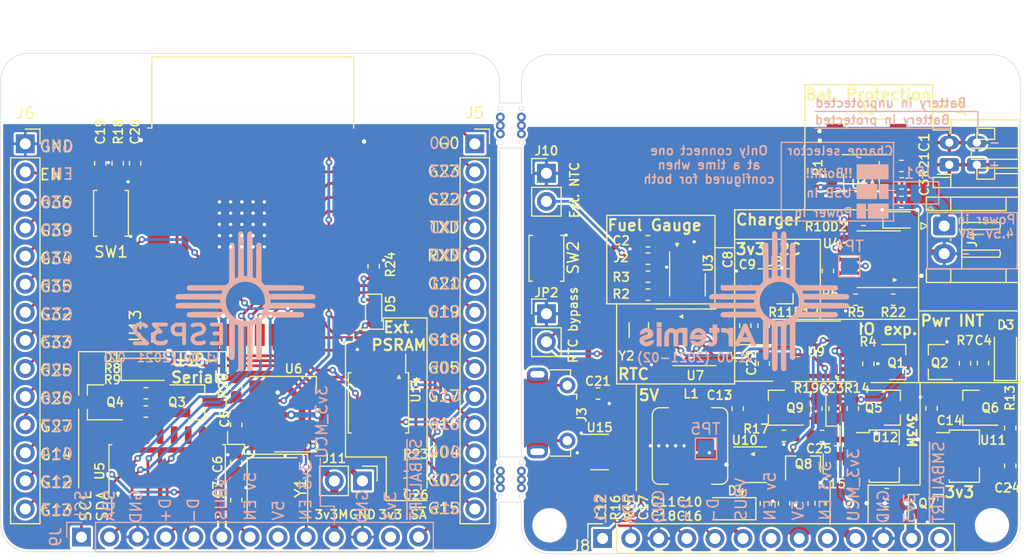
<source format=kicad_pcb>
(kicad_pcb (version 20171130) (host pcbnew "(5.1.8)-1")
  (layers (0 F.Cu signal) (1 In1.Cu signal hide) (2 In2.Cu signal hide) (31 B.Cu signal) (34 B.Paste user hide) (35 F.Paste user hide) (36 B.SilkS user hide) (37 F.SilkS user hide) (38 B.Mask user) (39 F.Mask user) (44 Edge.Cuts user))
  (net 0 "")
  (net 1 "Net-(C1-Pad1)")
  (net 2 GND)
  (net 3 "/MCU Module/IO36")
  (net 4 "/MCU Module/IO39")
  (net 5 "/MCU Module/IO34")
  (net 6 "/MCU Module/IO35")
  (net 7 /~SMBALERT)
  (net 8 "/MCU Module/IO33")
  (net 9 "/MCU Module/IO25")
  (net 10 "/MCU Module/IO26")
  (net 11 "/MCU Module/IO27")
  (net 12 "/MCU Module/IO14")
  (net 13 "/MCU Module/IO15")
  (net 14 "/MCU Module/IO4")
  (net 15 "/MCU Module/IO16")
  (net 16 "/MCU Module/IO17")
  (net 17 "/MCU Module/IO5")
  (net 18 "/MCU Module/IO18")
  (net 19 "/MCU Module/IO19")
  (net 20 "/MCU Module/IO23")
  (net 21 "/MCU Module/IO0")
  (net 22 "Net-(Q1-Pad1)")
  (net 23 "Net-(U1-Pad4)")
  (net 24 "Net-(Q3-Pad2)")
  (net 25 "Net-(R3-Pad1)")
  (net 26 "Net-(U3-Pad4)")
  (net 27 /3v3)
  (net 28 "Net-(Q3-Pad1)")
  (net 29 /SDA_1)
  (net 30 /SCL_1)
  (net 31 /3v3_MCU_1)
  (net 32 /VBUS_1)
  (net 33 "/Battery Module/VBAT")
  (net 34 "/Charger I/O/VCHARGE")
  (net 35 "Net-(C4-Pad2)")
  (net 36 "Net-(C6-Pad1)")
  (net 37 "Net-(C7-Pad1)")
  (net 38 /5v)
  (net 39 "Net-(C13-Pad1)")
  (net 40 "Net-(C14-Pad1)")
  (net 41 "Net-(C15-Pad1)")
  (net 42 "/MCU Module/RST")
  (net 43 /3v3_MCU_2)
  (net 44 INT_IO)
  (net 45 "Net-(C24-Pad1)")
  (net 46 "Net-(C25-Pad1)")
  (net 47 "Net-(D1-Pad1)")
  (net 48 "Net-(D2-Pad1)")
  (net 49 "Net-(D4-Pad2)")
  (net 50 "Net-(J3-Pad6)")
  (net 51 "Net-(J3-Pad4)")
  (net 52 "Net-(J4-Pad1)")
  (net 53 "/MCU Module/IO2")
  (net 54 /SDA_2)
  (net 55 "/MCU Module/RX")
  (net 56 "/MCU Module/TX")
  (net 57 /SCL_2)
  (net 58 /EN_5v)
  (net 59 /EN_3v3)
  (net 60 3v3_EN)
  (net 61 5V_EN)
  (net 62 /VBUS_2)
  (net 63 "Net-(Q4-Pad2)")
  (net 64 "Net-(Q4-Pad1)")
  (net 65 "Net-(R1-Pad1)")
  (net 66 "Net-(R2-Pad1)")
  (net 67 "Net-(R4-Pad2)")
  (net 68 "Net-(R22-Pad2)")
  (net 69 CH_DIS)
  (net 70 "/Charging Module/STDBY")
  (net 71 "Net-(R15-Pad1)")
  (net 72 "Net-(R17-Pad1)")
  (net 73 "Net-(R22-Pad1)")
  (net 74 "Net-(TP4-Pad1)")
  (net 75 "Net-(U1-Pad3)")
  (net 76 "Net-(U1-Pad1)")
  (net 77 "Net-(U2-Pad8)")
  (net 78 "Net-(U2-Pad1)")
  (net 79 "Net-(U5-Pad15)")
  (net 80 "Net-(U5-Pad12)")
  (net 81 "Net-(U5-Pad11)")
  (net 82 "Net-(U5-Pad10)")
  (net 83 "Net-(U5-Pad9)")
  (net 84 "Net-(U7-Pad7)")
  (net 85 "Net-(U7-Pad2)")
  (net 86 "Net-(U7-Pad1)")
  (net 87 exp7)
  (net 88 exp6)
  (net 89 exp5)
  (net 90 exp4)
  (net 91 "Net-(U13-Pad32)")
  (net 92 "Net-(U13-Pad20)")
  (net 93 "Net-(U13-Pad19)")
  (net 94 /D1+)
  (net 95 /D1-)
  (net 96 /D2-)
  (net 97 /D2+)
  (net 98 "/Battery Module/BAT-")
  (net 99 "Net-(J9-Pad8)")
  (net 100 "Net-(J10-Pad2)")
  (net 101 "Net-(J8-Pad13)")
  (net 102 "Net-(J9-Pad12)")
  (net 103 "/MCU Module/PSRAM_SD1")
  (net 104 "/MCU Module/PSRAM_SD0")
  (net 105 "/MCU Module/PSRAM_SD3")
  (net 106 "/MCU Module/PSRAM_SD2")
  (net 107 "/Charging Module/3v3_I2C")
  (net 108 "Net-(U15-Pad4)")
  (net 109 "Net-(U15-Pad3)")
  (net 110 "/MCU Module/3v3_UART")
  (net 111 "Net-(D5-Pad1)")
  (net 112 "Net-(J8-Pad9)")
  (net 113 "Net-(J8-Pad7)")
  (module Resistor_SMD:R_0603_1608Metric_Pad1.05x0.95mm_HandSolder (layer F.Cu) (at 135.3566 95.518 90)
    (fp_text reference R24 (at 0.141 1.524 90) (layer F.SilkS) (effects (font (size 0.8 0.8))))
    (fp_text value 100)
    (pad 2 smd roundrect (at 0.875 0 90) (size 1.05 0.95) (layers F.Cu F.Paste F.Mask) (net 2 GND))
    (pad 1 smd roundrect (at -0.875 0 90) (size 1.05 0.95) (layers F.Cu F.Paste F.Mask) (net 111 "Net-(D5-Pad1)"))
  )
  (module LED_SMD:LED_0603_1608Metric_Pad1.05x0.95mm_HandSolder (layer F.Cu) (at 135.3566 99.709 270)
    (fp_text reference D5 (at -0.776 -1.524 90) (layer F.SilkS) (effects (font (size 0.8 0.8))))
    (fp_text value LED)
    (pad 2 smd roundrect (at 0.875 0 270) (size 1.05 0.95) (layers F.Cu F.Paste F.Mask) (net 53 "/MCU Module/IO2"))
    (pad 1 smd roundrect (at -0.875 0 270) (size 1.05 0.95) (layers F.Cu F.Paste F.Mask) (net 111 "Net-(D5-Pad1)"))
  )
  (module Crystal:Crystal_SMD_3225-4Pin_3.2x2.5mm_HandSoldering (layer F.Cu) (at 126.1688 115.5424 270)
    (fp_text reference Y1 (at 0.0276 -2.5838 90) (layer F.SilkS))
    (fp_text value 12MHZ)
    (pad 4 smd rect (at -1.45 -1.15 270) (size 2.1 1.8) (layers F.Cu F.Paste F.Mask) (net 2 GND))
    (pad 3 smd rect (at 1.45 -1.15 270) (size 2.1 1.8) (layers F.Cu F.Paste F.Mask) (net 37 "Net-(C7-Pad1)"))
    (pad 2 smd rect (at 1.45 1.15 270) (size 2.1 1.8) (layers F.Cu F.Paste F.Mask) (net 2 GND))
    (pad 1 smd rect (at -1.45 1.15 270) (size 2.1 1.8) (layers F.Cu F.Paste F.Mask) (net 36 "Net-(C6-Pad1)"))
  )
  (module Connector_PinHeader_2.54mm:PinHeader_1x13_P2.54mm_Vertical (layer B.Cu) (at 108.9406 120.015 270)
    (fp_text reference J9 (at 0 2.33 270) (layer B.SilkS) (effects (justify mirror)))
    (fp_text value "MCU board")
    (pad 13 thru_hole oval (at 0 -30.48 270) (size 1.7 1.7) (drill 1) (layers *.Cu *.Mask) (net 7 /~SMBALERT))
    (pad 12 thru_hole oval (at 0 -27.94 270) (size 1.7 1.7) (drill 1) (layers *.Cu *.Mask) (net 102 "Net-(J9-Pad12)"))
    (pad 11 thru_hole oval (at 0 -25.4 270) (size 1.7 1.7) (drill 1) (layers *.Cu *.Mask) (net 2 GND))
    (pad 10 thru_hole oval (at 0 -22.86 270) (size 1.7 1.7) (drill 1) (layers *.Cu *.Mask) (net 43 /3v3_MCU_2))
    (pad 9 thru_hole oval (at 0 -20.32 270) (size 1.7 1.7) (drill 1) (layers *.Cu *.Mask) (net 59 /EN_3v3))
    (pad 8 thru_hole oval (at 0 -17.78 270) (size 1.7 1.7) (drill 1) (layers *.Cu *.Mask) (net 99 "Net-(J9-Pad8)"))
    (pad 7 thru_hole oval (at 0 -15.24 270) (size 1.7 1.7) (drill 1) (layers *.Cu *.Mask) (net 58 /EN_5v))
    (pad 6 thru_hole oval (at 0 -12.7 270) (size 1.7 1.7) (drill 1) (layers *.Cu *.Mask) (net 62 /VBUS_2))
    (pad 5 thru_hole oval (at 0 -10.16 270) (size 1.7 1.7) (drill 1) (layers *.Cu *.Mask) (net 96 /D2-))
    (pad 4 thru_hole oval (at 0 -7.62 270) (size 1.7 1.7) (drill 1) (layers *.Cu *.Mask) (net 97 /D2+))
    (pad 3 thru_hole oval (at 0 -5.08 270) (size 1.7 1.7) (drill 1) (layers *.Cu *.Mask) (net 2 GND))
    (pad 2 thru_hole oval (at 0 -2.54 270) (size 1.7 1.7) (drill 1) (layers *.Cu *.Mask) (net 54 /SDA_2))
    (pad 1 thru_hole rect (at 0 0 270) (size 1.7 1.7) (drill 1) (layers *.Cu *.Mask) (net 57 /SCL_2))
  )
  (module lowcostStack:logo-superpower-Artemis (layer B.Cu) (at 123.76912 98.71456 180)
    (fp_text reference G*** hide)
    (fp_text value LOGO hide)
  )
  (module MountingHole:MountingHole_2.7mm_M2.5_ISO7380 (layer F.Cu) (at 191.262 78.9432)
    (fp_text reference H6 hide)
    (fp_text value MountingHole)
    (pad 1 np_thru_hole circle (at 0 0) (size 2.7 2.7) (drill 2.7) (layers *.Cu *.Mask))
  )
  (module MountingHole:MountingHole_2.7mm_M2.5_ISO7380 (layer F.Cu) (at 151.257 78.9432)
    (fp_text reference H5 hide)
    (fp_text value MountingHole)
    (pad 1 np_thru_hole circle (at 0 0) (size 2.7 2.7) (drill 2.7) (layers *.Cu *.Mask))
  )
  (module MountingHole:MountingHole_2.7mm_M2.5_ISO7380 (layer F.Cu) (at 144.20596 78.82636)
    (fp_text reference H4 hide)
    (fp_text value MountingHole)
    (pad 1 np_thru_hole circle (at 0 0) (size 2.7 2.7) (drill 2.7) (layers *.Cu *.Mask))
  )
  (module MountingHole:MountingHole_2.7mm_M2.5_ISO7380 (layer F.Cu) (at 191.262 118.9482)
    (fp_text reference H3 hide)
    (fp_text value MountingHole)
    (pad 1 np_thru_hole circle (at 0 0) (size 2.7 2.7) (drill 2.7) (layers *.Cu *.Mask))
  )
  (module MountingHole:MountingHole_2.7mm_M2.5_ISO7380 (layer F.Cu) (at 104.17556 78.82636)
    (fp_text reference H2 hide)
    (fp_text value MountingHole)
    (pad 1 np_thru_hole circle (at 0 0) (size 2.7 2.7) (drill 2.7) (layers *.Cu *.Mask))
  )
  (module MountingHole:MountingHole_2.7mm_M2.5_ISO7380 (layer F.Cu) (at 151.257 118.9482)
    (fp_text reference H1 hide)
    (fp_text value MountingHole)
    (pad 1 np_thru_hole circle (at 0 0) (size 2.7 2.7) (drill 2.7) (layers *.Cu *.Mask))
  )
  (module Package_SO:TSOP-6_1.65x3.05mm_P0.95mm (layer F.Cu) (at 155.7866 112.329)
    (fp_text reference U15 (at 0 -2.22) (layer F.SilkS) (effects (font (size 0.8 0.8))))
    (fp_text value IP4220CZ6)
    (pad 6 smd rect (at 1.16 -0.95) (size 0.7 0.51) (layers F.Cu F.Paste F.Mask) (net 95 /D1-))
    (pad 5 smd rect (at 1.16 0) (size 0.7 0.51) (layers F.Cu F.Paste F.Mask) (net 32 /VBUS_1))
    (pad 4 smd rect (at 1.16 0.95) (size 0.7 0.51) (layers F.Cu F.Paste F.Mask) (net 108 "Net-(U15-Pad4)"))
    (pad 3 smd rect (at -1.16 0.95) (size 0.7 0.51) (layers F.Cu F.Paste F.Mask) (net 109 "Net-(U15-Pad3)"))
    (pad 2 smd rect (at -1.16 0) (size 0.7 0.51) (layers F.Cu F.Paste F.Mask) (net 2 GND))
    (pad 1 smd rect (at -1.16 -0.95) (size 0.7 0.51) (layers F.Cu F.Paste F.Mask) (net 94 /D1+))
  )
  (module Package_SO:SOP-8_3.9x4.9mm_P1.27mm (layer F.Cu) (at 181.0258 94.8944 180)
    (fp_text reference U4 (at 4.2672 1.4224) (layer F.SilkS) (effects (font (size 0.8 0.8))))
    (fp_text value TP4056)
    (pad 8 smd roundrect (at 2.625 -1.905 180) (size 1.65 0.6) (layers F.Cu F.Paste F.Mask) (net 69 CH_DIS))
    (pad 7 smd roundrect (at 2.625 -0.635 180) (size 1.65 0.6) (layers F.Cu F.Paste F.Mask) (net 74 "Net-(TP4-Pad1)"))
    (pad 6 smd roundrect (at 2.625 0.635 180) (size 1.65 0.6) (layers F.Cu F.Paste F.Mask) (net 70 "/Charging Module/STDBY"))
    (pad 5 smd roundrect (at 2.625 1.905 180) (size 1.65 0.6) (layers F.Cu F.Paste F.Mask) (net 33 "/Battery Module/VBAT"))
    (pad 4 smd roundrect (at -2.625 1.905 180) (size 1.65 0.6) (layers F.Cu F.Paste F.Mask) (net 34 "/Charger I/O/VCHARGE"))
    (pad 3 smd roundrect (at -2.625 0.635 180) (size 1.65 0.6) (layers F.Cu F.Paste F.Mask) (net 2 GND))
    (pad 2 smd roundrect (at -2.625 -0.635 180) (size 1.65 0.6) (layers F.Cu F.Paste F.Mask) (net 73 "Net-(R22-Pad1)"))
    (pad 1 smd roundrect (at -2.625 -1.905 180) (size 1.65 0.6) (layers F.Cu F.Paste F.Mask) (net 2 GND))
  )
  (module Package_TO_SOT_SMD:SOT-23_Handsoldering (layer F.Cu) (at 172.5182 97.343)
    (fp_text reference U8 (at -0.9666 -2.22 180) (layer F.SilkS) (effects (font (size 0.8 0.8))))
    (fp_text value XC6206P332MR)
    (pad 3 smd rect (at 1.5 0) (size 1.9 0.8) (layers F.Cu F.Paste F.Mask) (net 33 "/Battery Module/VBAT"))
    (pad 2 smd rect (at -1.5 0.95) (size 1.9 0.8) (layers F.Cu F.Paste F.Mask) (net 107 "/Charging Module/3v3_I2C"))
    (pad 1 smd rect (at -1.5 -0.95) (size 1.9 0.8) (layers F.Cu F.Paste F.Mask) (net 2 GND))
  )
  (module Resistor_SMD:R_0603_1608Metric_Pad1.05x0.95mm_HandSolder (layer F.Cu) (at 170.6118 100.9028 90)
    (fp_text reference R12 (at 1.2078 3.8608 180) (layer F.SilkS) (effects (font (size 0.8 0.8))))
    (fp_text value 10k)
    (pad 2 smd roundrect (at 0.875 0 90) (size 1.05 0.95) (layers F.Cu F.Paste F.Mask) (net 107 "/Charging Module/3v3_I2C"))
    (pad 1 smd roundrect (at -0.875 0 90) (size 1.05 0.95) (layers F.Cu F.Paste F.Mask) (net 30 /SCL_1))
  )
  (module Resistor_SMD:R_0603_1608Metric_Pad1.05x0.95mm_HandSolder (layer F.Cu) (at 168.9608 100.9002 90)
    (fp_text reference R11 (at 1.2052 3.2258 180) (layer F.SilkS) (effects (font (size 0.8 0.8))))
    (fp_text value 10k)
    (pad 2 smd roundrect (at 0.875 0 90) (size 1.05 0.95) (layers F.Cu F.Paste F.Mask) (net 107 "/Charging Module/3v3_I2C"))
    (pad 1 smd roundrect (at -0.875 0 90) (size 1.05 0.95) (layers F.Cu F.Paste F.Mask) (net 29 /SDA_1))
  )
  (module Capacitor_SMD:C_0603_1608Metric_Pad1.05x0.95mm_HandSolder (layer F.Cu) (at 168.9608 97.423 270)
    (fp_text reference C9 (at -2.046 -0.1778 180) (layer F.SilkS) (effects (font (size 0.8 0.8))))
    (fp_text value 0.1µF)
    (pad 2 smd roundrect (at 0.875 0 270) (size 1.05 0.95) (layers F.Cu F.Paste F.Mask) (net 107 "/Charging Module/3v3_I2C"))
    (pad 1 smd roundrect (at -0.875 0 270) (size 1.05 0.95) (layers F.Cu F.Paste F.Mask) (net 2 GND))
  )
  (module Connector_USB:USB_Micro-B_Molex-105017-0001 (layer F.Cu) (at 151.4023 108.7976 270)
    (fp_text reference J3 (at 0.1684 -2.7757 90) (layer F.SilkS) (effects (font (size 0.8 0.8))))
    (fp_text value USB_B_Micro)
    (pad 6 smd rect (at -2.9 1.2375 270) (size 1.2 1.9) (layers F.Cu F.Mask) (net 50 "Net-(J3-Pad6)"))
    (pad 6 smd rect (at 2.9 1.2375 270) (size 1.2 1.9) (layers F.Cu F.Mask) (net 50 "Net-(J3-Pad6)"))
    (pad 6 thru_hole oval (at 3.5 1.2375 270) (size 1.2 1.9) (drill oval 0.6 1.3) (layers *.Cu *.Mask) (net 50 "Net-(J3-Pad6)"))
    (pad 6 thru_hole oval (at -3.5 1.2375 90) (size 1.2 1.9) (drill oval 0.6 1.3) (layers *.Cu *.Mask) (net 50 "Net-(J3-Pad6)"))
    (pad 6 smd rect (at -1 1.2375 270) (size 1.5 1.9) (layers F.Cu F.Paste F.Mask) (net 50 "Net-(J3-Pad6)"))
    (pad 6 thru_hole circle (at 2.5 -1.4625 270) (size 1.45 1.45) (drill 0.85) (layers *.Cu *.Mask) (net 50 "Net-(J3-Pad6)"))
    (pad 3 smd rect (at 0 -1.4625 270) (size 0.4 1.35) (layers F.Cu F.Paste F.Mask) (net 94 /D1+))
    (pad 4 smd rect (at 0.65 -1.4625 270) (size 0.4 1.35) (layers F.Cu F.Paste F.Mask) (net 51 "Net-(J3-Pad4)"))
    (pad 5 smd rect (at 1.3 -1.4625 270) (size 0.4 1.35) (layers F.Cu F.Paste F.Mask) (net 2 GND))
    (pad 1 smd rect (at -1.3 -1.4625 270) (size 0.4 1.35) (layers F.Cu F.Paste F.Mask) (net 32 /VBUS_1))
    (pad 2 smd rect (at -0.65 -1.4625 270) (size 0.4 1.35) (layers F.Cu F.Paste F.Mask) (net 95 /D1-))
    (pad 6 thru_hole circle (at -2.5 -1.4625 270) (size 1.45 1.45) (drill 0.85) (layers *.Cu *.Mask) (net 50 "Net-(J3-Pad6)"))
    (pad 6 smd rect (at 1 1.2375 270) (size 1.5 1.9) (layers F.Cu F.Paste F.Mask) (net 50 "Net-(J3-Pad6)"))
  )
  (module Package_SO:SOIC-8_5.23x5.23mm_P1.27mm (layer F.Cu) (at 135.7884 107.8806 270)
    (fp_text reference U14 (at -1.2006 -3.3782 270) (layer F.SilkS) (effects (font (size 0.8 0.8))))
    (fp_text value W25Q32JVSS)
    (pad 8 smd roundrect (at 3.6 -1.905 270) (size 1.6 0.6) (layers F.Cu F.Paste F.Mask) (net 43 /3v3_MCU_2))
    (pad 7 smd roundrect (at 3.6 -0.635 270) (size 1.6 0.6) (layers F.Cu F.Paste F.Mask) (net 106 "/MCU Module/PSRAM_SD2"))
    (pad 6 smd roundrect (at 3.6 0.635 270) (size 1.6 0.6) (layers F.Cu F.Paste F.Mask) (net 16 "/MCU Module/IO17"))
    (pad 5 smd roundrect (at 3.6 1.905 270) (size 1.6 0.6) (layers F.Cu F.Paste F.Mask) (net 103 "/MCU Module/PSRAM_SD1"))
    (pad 4 smd roundrect (at -3.6 1.905 270) (size 1.6 0.6) (layers F.Cu F.Paste F.Mask) (net 2 GND))
    (pad 3 smd roundrect (at -3.6 0.635 270) (size 1.6 0.6) (layers F.Cu F.Paste F.Mask) (net 105 "/MCU Module/PSRAM_SD3"))
    (pad 2 smd roundrect (at -3.6 -0.635 270) (size 1.6 0.6) (layers F.Cu F.Paste F.Mask) (net 104 "/MCU Module/PSRAM_SD0"))
    (pad 1 smd roundrect (at -3.6 -1.905 270) (size 1.6 0.6) (layers F.Cu F.Paste F.Mask) (net 15 "/MCU Module/IO16"))
  )
  (module RF_Module:ESP32-WROOM-32 (layer F.Cu) (at 124.4256 92.4814)
    (fp_text reference U13 (at -10.61 8.43 90) (layer F.SilkS))
    (fp_text value ESP32-WROOM32)
    (pad 38 smd rect (at 8.5 -8.255) (size 2 0.9) (layers F.Cu F.Paste F.Mask) (net 2 GND))
    (pad 37 smd rect (at 8.5 -6.985) (size 2 0.9) (layers F.Cu F.Paste F.Mask) (net 20 "/MCU Module/IO23"))
    (pad 36 smd rect (at 8.5 -5.715) (size 2 0.9) (layers F.Cu F.Paste F.Mask) (net 57 /SCL_2))
    (pad 35 smd rect (at 8.5 -4.445) (size 2 0.9) (layers F.Cu F.Paste F.Mask) (net 56 "/MCU Module/TX"))
    (pad 34 smd rect (at 8.5 -3.175) (size 2 0.9) (layers F.Cu F.Paste F.Mask) (net 55 "/MCU Module/RX"))
    (pad 33 smd rect (at 8.5 -1.905) (size 2 0.9) (layers F.Cu F.Paste F.Mask) (net 54 /SDA_2))
    (pad 32 smd rect (at 8.5 -0.635) (size 2 0.9) (layers F.Cu F.Paste F.Mask) (net 91 "Net-(U13-Pad32)"))
    (pad 31 smd rect (at 8.5 0.635) (size 2 0.9) (layers F.Cu F.Paste F.Mask) (net 19 "/MCU Module/IO19"))
    (pad 30 smd rect (at 8.5 1.905) (size 2 0.9) (layers F.Cu F.Paste F.Mask) (net 18 "/MCU Module/IO18"))
    (pad 29 smd rect (at 8.5 3.175) (size 2 0.9) (layers F.Cu F.Paste F.Mask) (net 17 "/MCU Module/IO5"))
    (pad 28 smd rect (at 8.5 4.445) (size 2 0.9) (layers F.Cu F.Paste F.Mask) (net 16 "/MCU Module/IO17"))
    (pad 27 smd rect (at 8.5 5.715) (size 2 0.9) (layers F.Cu F.Paste F.Mask) (net 15 "/MCU Module/IO16"))
    (pad 26 smd rect (at 8.5 6.985) (size 2 0.9) (layers F.Cu F.Paste F.Mask) (net 14 "/MCU Module/IO4"))
    (pad 25 smd rect (at 8.5 8.255) (size 2 0.9) (layers F.Cu F.Paste F.Mask) (net 21 "/MCU Module/IO0"))
    (pad 24 smd rect (at 5.715 9.255 90) (size 2 0.9) (layers F.Cu F.Paste F.Mask) (net 53 "/MCU Module/IO2"))
    (pad 23 smd rect (at 4.445 9.255 90) (size 2 0.9) (layers F.Cu F.Paste F.Mask) (net 13 "/MCU Module/IO15"))
    (pad 22 smd rect (at 3.175 9.255 90) (size 2 0.9) (layers F.Cu F.Paste F.Mask) (net 103 "/MCU Module/PSRAM_SD1"))
    (pad 21 smd rect (at 1.905 9.255 90) (size 2 0.9) (layers F.Cu F.Paste F.Mask) (net 104 "/MCU Module/PSRAM_SD0"))
    (pad 20 smd rect (at 0.635 9.255 90) (size 2 0.9) (layers F.Cu F.Paste F.Mask) (net 92 "Net-(U13-Pad20)"))
    (pad 19 smd rect (at -0.635 9.255 90) (size 2 0.9) (layers F.Cu F.Paste F.Mask) (net 93 "Net-(U13-Pad19)"))
    (pad 18 smd rect (at -1.905 9.255 90) (size 2 0.9) (layers F.Cu F.Paste F.Mask) (net 105 "/MCU Module/PSRAM_SD3"))
    (pad 17 smd rect (at -3.175 9.255 90) (size 2 0.9) (layers F.Cu F.Paste F.Mask) (net 106 "/MCU Module/PSRAM_SD2"))
    (pad 16 smd rect (at -4.445 9.255 90) (size 2 0.9) (layers F.Cu F.Paste F.Mask) (net 58 /EN_5v))
    (pad 15 smd rect (at -5.715 9.255 90) (size 2 0.9) (layers F.Cu F.Paste F.Mask) (net 2 GND))
    (pad 14 smd rect (at -8.5 8.255) (size 2 0.9) (layers F.Cu F.Paste F.Mask) (net 59 /EN_3v3))
    (pad 13 smd rect (at -8.5 6.985) (size 2 0.9) (layers F.Cu F.Paste F.Mask) (net 12 "/MCU Module/IO14"))
    (pad 12 smd rect (at -8.5 5.715) (size 2 0.9) (layers F.Cu F.Paste F.Mask) (net 11 "/MCU Module/IO27"))
    (pad 11 smd rect (at -8.5 4.445) (size 2 0.9) (layers F.Cu F.Paste F.Mask) (net 10 "/MCU Module/IO26"))
    (pad 10 smd rect (at -8.5 3.175) (size 2 0.9) (layers F.Cu F.Paste F.Mask) (net 9 "/MCU Module/IO25"))
    (pad 9 smd rect (at -8.5 1.905) (size 2 0.9) (layers F.Cu F.Paste F.Mask) (net 8 "/MCU Module/IO33"))
    (pad 8 smd rect (at -8.5 0.635) (size 2 0.9) (layers F.Cu F.Paste F.Mask) (net 7 /~SMBALERT))
    (pad 7 smd rect (at -8.5 -0.635) (size 2 0.9) (layers F.Cu F.Paste F.Mask) (net 6 "/MCU Module/IO35"))
    (pad 6 smd rect (at -8.5 -1.905) (size 2 0.9) (layers F.Cu F.Paste F.Mask) (net 5 "/MCU Module/IO34"))
    (pad 5 smd rect (at -8.5 -3.175) (size 2 0.9) (layers F.Cu F.Paste F.Mask) (net 4 "/MCU Module/IO39"))
    (pad 4 smd rect (at -8.5 -4.445) (size 2 0.9) (layers F.Cu F.Paste F.Mask) (net 3 "/MCU Module/IO36"))
    (pad 3 smd rect (at -8.5 -5.715) (size 2 0.9) (layers F.Cu F.Paste F.Mask) (net 42 "/MCU Module/RST"))
    (pad 2 smd rect (at -8.5 -6.985) (size 2 0.9) (layers F.Cu F.Paste F.Mask) (net 43 /3v3_MCU_2))
    (pad 1 smd rect (at -8.5 -8.255) (size 2 0.9) (layers F.Cu F.Paste F.Mask) (net 2 GND))
    (pad 39 smd rect (at -1 -0.755) (size 5 5) (layers F.Cu F.Paste F.Mask) (net 2 GND))
  )
  (module Resistor_SMD:R_0603_1608Metric_Pad1.05x0.95mm_HandSolder (layer F.Cu) (at 138.2916 113.538)
    (fp_text reference R23 (at 0.875 -1.016 180) (layer F.SilkS) (effects (font (size 0.8 0.8))))
    (fp_text value 10k)
    (pad 2 smd roundrect (at 0.875 0) (size 1.05 0.95) (layers F.Cu F.Paste F.Mask) (net 15 "/MCU Module/IO16"))
    (pad 1 smd roundrect (at -0.875 0) (size 1.05 0.95) (layers F.Cu F.Paste F.Mask) (net 43 /3v3_MCU_2))
  )
  (module Capacitor_SMD:C_0603_1608Metric_Pad1.05x0.95mm_HandSolder (layer F.Cu) (at 138.2636 115.189 180)
    (fp_text reference C26 (at -0.903 -1.016) (layer F.SilkS) (effects (font (size 0.8 0.8))))
    (fp_text value 0.1µF)
    (pad 2 smd roundrect (at 0.875 0 180) (size 1.05 0.95) (layers F.Cu F.Paste F.Mask) (net 43 /3v3_MCU_2))
    (pad 1 smd roundrect (at -0.875 0 180) (size 1.05 0.95) (layers F.Cu F.Paste F.Mask) (net 2 GND))
  )
  (module Button_Switch_SMD:SW_Push_SPST_NO_Alps_SKRK (layer F.Cu) (at 150.9776 94.81 90)
    (fp_text reference SW2 (at 0.068 2.413 90) (layer F.SilkS))
    (fp_text value DNP)
    (pad 1 smd roundrect (at -2.1 0 90) (size 0.8 2) (layers F.Cu F.Paste F.Mask) (net 44 INT_IO))
    (pad 2 smd roundrect (at 2.1 0 90) (size 0.8 2) (layers F.Cu F.Paste F.Mask) (net 2 GND))
  )
  (module Button_Switch_SMD:SW_Push_SPST_NO_Alps_SKRK (layer F.Cu) (at 111.6076 90.746 270)
    (fp_text reference SW1 (at 3.488 0 180) (layer F.SilkS))
    (fp_text value DNP)
    (pad 1 smd roundrect (at -2.1 0 270) (size 0.8 2) (layers F.Cu F.Paste F.Mask) (net 42 "/MCU Module/RST"))
    (pad 2 smd roundrect (at 2.1 0 270) (size 0.8 2) (layers F.Cu F.Paste F.Mask) (net 2 GND))
  )
  (module Connector_PinHeader_2.54mm:PinHeader_1x02_P2.54mm_Vertical (layer F.Cu) (at 134.3406 114.935 270)
    (fp_text reference J11 (at -2.032 2.54) (layer F.SilkS) (effects (font (size 0.8 0.8))))
    (fp_text value DNP)
    (pad 2 thru_hole oval (at 0 2.54 270) (size 1.7 1.7) (drill 1) (layers *.Cu *.Mask) (net 43 /3v3_MCU_2))
    (pad 1 thru_hole rect (at 0 0 270) (size 1.7 1.7) (drill 1) (layers *.Cu *.Mask) (net 110 "/MCU Module/3v3_UART"))
  )
  (module lowcostStack:logo-superpower-Artemis (layer B.Cu) (at 172.02912 98.71456 180)
    (fp_text reference G*** hide)
    (fp_text value LOGO hide)
  )
  (module Connector_PinHeader_2.54mm:PinHeader_1x02_P2.54mm_Vertical (layer F.Cu) (at 150.9776 99.822)
    (fp_text reference JP2 (at 0 -1.905) (layer F.SilkS) (effects (font (size 0.8 0.8))))
    (fp_text value "RTC bypass")
    (pad 2 thru_hole oval (at 0 2.54) (size 1.7 1.7) (drill 1) (layers *.Cu *.Mask) (net 44 INT_IO))
    (pad 1 thru_hole rect (at 0 0) (size 1.7 1.7) (drill 1) (layers *.Cu *.Mask) (net 2 GND))
  )
  (module Connector_PinHeader_2.54mm:PinHeader_1x02_P2.54mm_Vertical (layer F.Cu) (at 150.9776 87.122)
    (fp_text reference J10 (at 0 -2.032) (layer F.SilkS) (effects (font (size 0.8 0.8))))
    (fp_text value "External NTC")
    (pad 2 thru_hole oval (at 0 2.54) (size 1.7 1.7) (drill 1) (layers *.Cu *.Mask) (net 100 "Net-(J10-Pad2)"))
    (pad 1 thru_hole rect (at 0 0) (size 1.7 1.7) (drill 1) (layers *.Cu *.Mask) (net 2 GND))
  )
  (module Connector_JST:JST_PH_S2B-PH-K_1x02_P2.00mm_Horizontal (layer F.Cu) (at 189.8904 86.3534 90)
    (fp_text reference J7 (at 5.0292 -1.4224 90) (layer F.SilkS) (effects (font (size 0.8 0.8))))
    (fp_text value DNP)
    (pad 2 thru_hole oval (at 2 0 90) (size 1.2 1.75) (drill 0.75) (layers *.Cu *.Mask) (net 2 GND))
    (pad 1 thru_hole roundrect (at 0 0 90) (size 1.2 1.75) (drill 0.75) (layers *.Cu *.Mask) (roundrect_rratio 0.2083325) (net 33 "/Battery Module/VBAT"))
  )
  (module Connector_PinSocket_2.54mm:PinSocket_1x13_P2.54mm_Vertical (layer F.Cu) (at 156.0576 120.142 90)
    (fp_text reference J8 (at -0.67056 -1.96088 180) (layer F.SilkS))
    (fp_text value "regulator board")
    (pad 13 thru_hole oval (at 0 30.48 90) (size 1.7 1.7) (drill 1) (layers *.Cu *.Mask) (net 101 "Net-(J8-Pad13)"))
    (pad 12 thru_hole oval (at 0 27.94 90) (size 1.7 1.7) (drill 1) (layers *.Cu *.Mask) (net 27 /3v3))
    (pad 11 thru_hole oval (at 0 25.4 90) (size 1.7 1.7) (drill 1) (layers *.Cu *.Mask) (net 2 GND))
    (pad 10 thru_hole oval (at 0 22.86 90) (size 1.7 1.7) (drill 1) (layers *.Cu *.Mask) (net 31 /3v3_MCU_1))
    (pad 9 thru_hole oval (at 0 20.32 90) (size 1.7 1.7) (drill 1) (layers *.Cu *.Mask) (net 112 "Net-(J8-Pad9)"))
    (pad 8 thru_hole oval (at 0 17.78 90) (size 1.7 1.7) (drill 1) (layers *.Cu *.Mask) (net 38 /5v))
    (pad 7 thru_hole oval (at 0 15.24 90) (size 1.7 1.7) (drill 1) (layers *.Cu *.Mask) (net 113 "Net-(J8-Pad7)"))
    (pad 6 thru_hole oval (at 0 12.7 90) (size 1.7 1.7) (drill 1) (layers *.Cu *.Mask) (net 32 /VBUS_1))
    (pad 5 thru_hole oval (at 0 10.16 90) (size 1.7 1.7) (drill 1) (layers *.Cu *.Mask) (net 95 /D1-))
    (pad 4 thru_hole oval (at 0 7.62 90) (size 1.7 1.7) (drill 1) (layers *.Cu *.Mask) (net 94 /D1+))
    (pad 3 thru_hole oval (at 0 5.08 90) (size 1.7 1.7) (drill 1) (layers *.Cu *.Mask) (net 2 GND))
    (pad 2 thru_hole oval (at 0 2.54 90) (size 1.7 1.7) (drill 1) (layers *.Cu *.Mask) (net 29 /SDA_1))
    (pad 1 thru_hole rect (at 0 0 90) (size 1.7 1.7) (drill 1) (layers *.Cu *.Mask) (net 30 /SCL_1))
  )
  (module Connector_JST:JST_PH_S2B-PH-K_1x02_P2.00mm_Horizontal (layer F.Cu) (at 187.4012 86.3534 90)
    (fp_text reference J1 (at 5.0292 -0.7112 90) (layer F.SilkS) (effects (font (size 0.8 0.8))))
    (fp_text value "Battery connector")
    (pad 2 thru_hole oval (at 2 0 90) (size 1.2 1.75) (drill 0.75) (layers *.Cu *.Mask) (net 98 "/Battery Module/BAT-"))
    (pad 1 thru_hole roundrect (at 0 0 90) (size 1.2 1.75) (drill 0.75) (layers *.Cu *.Mask) (roundrect_rratio 0.2083325) (net 33 "/Battery Module/VBAT"))
  )
  (module Connector_PinSocket_2.54mm:PinSocket_1x14_P2.54mm_Vertical (layer F.Cu) (at 103.8606 84.455)
    (fp_text reference J6 (at 0 -2.77) (layer F.SilkS))
    (fp_text value Conn_01x14_Female)
    (pad 14 thru_hole oval (at 0 33.02) (size 1.7 1.7) (drill 1) (layers *.Cu *.Mask) (net 58 /EN_5v))
    (pad 13 thru_hole oval (at 0 30.48) (size 1.7 1.7) (drill 1) (layers *.Cu *.Mask) (net 59 /EN_3v3))
    (pad 12 thru_hole oval (at 0 27.94) (size 1.7 1.7) (drill 1) (layers *.Cu *.Mask) (net 12 "/MCU Module/IO14"))
    (pad 11 thru_hole oval (at 0 25.4) (size 1.7 1.7) (drill 1) (layers *.Cu *.Mask) (net 11 "/MCU Module/IO27"))
    (pad 10 thru_hole oval (at 0 22.86) (size 1.7 1.7) (drill 1) (layers *.Cu *.Mask) (net 10 "/MCU Module/IO26"))
    (pad 9 thru_hole oval (at 0 20.32) (size 1.7 1.7) (drill 1) (layers *.Cu *.Mask) (net 9 "/MCU Module/IO25"))
    (pad 8 thru_hole oval (at 0 17.78) (size 1.7 1.7) (drill 1) (layers *.Cu *.Mask) (net 8 "/MCU Module/IO33"))
    (pad 7 thru_hole oval (at 0 15.24) (size 1.7 1.7) (drill 1) (layers *.Cu *.Mask) (net 7 /~SMBALERT))
    (pad 6 thru_hole oval (at 0 12.7) (size 1.7 1.7) (drill 1) (layers *.Cu *.Mask) (net 6 "/MCU Module/IO35"))
    (pad 5 thru_hole oval (at 0 10.16) (size 1.7 1.7) (drill 1) (layers *.Cu *.Mask) (net 5 "/MCU Module/IO34"))
    (pad 4 thru_hole oval (at 0 7.62) (size 1.7 1.7) (drill 1) (layers *.Cu *.Mask) (net 4 "/MCU Module/IO39"))
    (pad 3 thru_hole oval (at 0 5.08) (size 1.7 1.7) (drill 1) (layers *.Cu *.Mask) (net 3 "/MCU Module/IO36"))
    (pad 2 thru_hole oval (at 0 2.54) (size 1.7 1.7) (drill 1) (layers *.Cu *.Mask) (net 42 "/MCU Module/RST"))
    (pad 1 thru_hole rect (at 0 0) (size 1.7 1.7) (drill 1) (layers *.Cu *.Mask) (net 2 GND))
  )
  (module Connector_PinSocket_2.54mm:PinSocket_1x14_P2.54mm_Vertical (layer F.Cu) (at 144.5006 84.455)
    (fp_text reference J5 (at 0 -2.77) (layer F.SilkS))
    (fp_text value Conn_01x14_Female)
    (pad 14 thru_hole oval (at 0 33.02) (size 1.7 1.7) (drill 1) (layers *.Cu *.Mask) (net 13 "/MCU Module/IO15"))
    (pad 13 thru_hole oval (at 0 30.48) (size 1.7 1.7) (drill 1) (layers *.Cu *.Mask) (net 53 "/MCU Module/IO2"))
    (pad 12 thru_hole oval (at 0 27.94) (size 1.7 1.7) (drill 1) (layers *.Cu *.Mask) (net 14 "/MCU Module/IO4"))
    (pad 11 thru_hole oval (at 0 25.4) (size 1.7 1.7) (drill 1) (layers *.Cu *.Mask) (net 15 "/MCU Module/IO16"))
    (pad 10 thru_hole oval (at 0 22.86) (size 1.7 1.7) (drill 1) (layers *.Cu *.Mask) (net 16 "/MCU Module/IO17"))
    (pad 9 thru_hole oval (at 0 20.32) (size 1.7 1.7) (drill 1) (layers *.Cu *.Mask) (net 17 "/MCU Module/IO5"))
    (pad 8 thru_hole oval (at 0 17.78) (size 1.7 1.7) (drill 1) (layers *.Cu *.Mask) (net 18 "/MCU Module/IO18"))
    (pad 7 thru_hole oval (at 0 15.24) (size 1.7 1.7) (drill 1) (layers *.Cu *.Mask) (net 19 "/MCU Module/IO19"))
    (pad 6 thru_hole oval (at 0 12.7) (size 1.7 1.7) (drill 1) (layers *.Cu *.Mask) (net 54 /SDA_2))
    (pad 5 thru_hole oval (at 0 10.16) (size 1.7 1.7) (drill 1) (layers *.Cu *.Mask) (net 55 "/MCU Module/RX"))
    (pad 4 thru_hole oval (at 0 7.62) (size 1.7 1.7) (drill 1) (layers *.Cu *.Mask) (net 56 "/MCU Module/TX"))
    (pad 3 thru_hole oval (at 0 5.08) (size 1.7 1.7) (drill 1) (layers *.Cu *.Mask) (net 57 /SCL_2))
    (pad 2 thru_hole oval (at 0 2.54) (size 1.7 1.7) (drill 1) (layers *.Cu *.Mask) (net 20 "/MCU Module/IO23"))
    (pad 1 thru_hole rect (at 0 0) (size 1.7 1.7) (drill 1) (layers *.Cu *.Mask) (net 21 "/MCU Module/IO0"))
  )
  (module Resistor_SMD:R_0603_1608Metric_Pad1.05x0.95mm_HandSolder (layer F.Cu) (at 160.161 94.8436)
    (fp_text reference J2 (at -2.427 -0.1016) (layer F.SilkS) (effects (font (size 0.8 0.8))))
    (fp_text value Thermistor)
    (pad 2 smd roundrect (at 0.875 0) (size 1.05 0.95) (layers F.Cu F.Paste F.Mask) (net 2 GND))
    (pad 1 smd roundrect (at -0.875 0) (size 1.05 0.95) (layers F.Cu F.Paste F.Mask) (net 100 "Net-(J10-Pad2)"))
  )
  (module Crystal:Crystal_SMD_3215-2Pin_3.2x1.5mm (layer F.Cu) (at 159.3342 101.3006 270)
    (fp_text reference Y2 (at 2.3314 1.1176 180) (layer F.SilkS) (effects (font (size 0.8 0.8))))
    (fp_text value 32.768KHz)
    (pad 2 smd rect (at -1.25 0 270) (size 1 1.8) (layers F.Cu F.Paste F.Mask) (net 86 "Net-(U7-Pad1)"))
    (pad 1 smd rect (at 1.25 0 270) (size 1 1.8) (layers F.Cu F.Paste F.Mask) (net 85 "Net-(U7-Pad2)"))
  )
  (module Package_TO_SOT_SMD:SOT-89-3_Handsoldering (layer F.Cu) (at 181.22 112.6998)
    (fp_text reference U12 (at 0.39 -1.7018) (layer F.SilkS) (effects (font (size 0.8 0.8))))
    (fp_text value ME6210A33P)
    (pad 2 smd custom (at -2.0625 0) (size 2.475 0.9) (layers F.Cu F.Paste F.Mask) (net 41 "Net-(C15-Pad1)") (options (clearance outline) (anchor rect)) (primitives (gr_poly (pts (xy 1.2375 -0.8665) (xy 5.3625 -0.8665) (xy 5.3625 0.8665) (xy 1.2375 0.8665)) (width 0))))
    (pad 3 smd rect (at -2.15 1.5) (size 2.3 0.9) (layers F.Cu F.Paste F.Mask) (net 31 /3v3_MCU_1))
    (pad 1 smd rect (at -2.15 -1.5) (size 2.3 0.9) (layers F.Cu F.Paste F.Mask) (net 2 GND))
  )
  (module Package_TO_SOT_SMD:SOT-89-3_Handsoldering (layer F.Cu) (at 188.468 112.6998)
    (fp_text reference U11 (at 2.8956 -1.4478) (layer F.SilkS) (effects (font (size 0.8 0.8))))
    (fp_text value ME6210A33P)
    (pad 2 smd custom (at -2.0625 0) (size 2.475 0.9) (layers F.Cu F.Paste F.Mask) (net 40 "Net-(C14-Pad1)") (options (clearance outline) (anchor rect)) (primitives (gr_poly (pts (xy 1.2375 -0.8665) (xy 5.3625 -0.8665) (xy 5.3625 0.8665) (xy 1.2375 0.8665)) (width 0))))
    (pad 3 smd rect (at -2.15 1.5) (size 2.3 0.9) (layers F.Cu F.Paste F.Mask) (net 27 /3v3))
    (pad 1 smd rect (at -2.15 -1.5) (size 2.3 0.9) (layers F.Cu F.Paste F.Mask) (net 2 GND))
  )
  (module Package_TO_SOT_SMD:SOT-23-6_Handsoldering (layer F.Cu) (at 169.973 113.472)
    (fp_text reference U10 (at -1.063 -2.22) (layer F.SilkS) (effects (font (size 0.8 0.8))))
    (fp_text value FP6291LR)
    (pad 5 smd rect (at 1.35 0) (size 1.56 0.65) (layers F.Cu F.Paste F.Mask) (net 39 "Net-(C13-Pad1)"))
    (pad 6 smd rect (at 1.35 -0.95) (size 1.56 0.65) (layers F.Cu F.Paste F.Mask) (net 72 "Net-(R17-Pad1)"))
    (pad 4 smd rect (at 1.35 0.95) (size 1.56 0.65) (layers F.Cu F.Paste F.Mask) (net 39 "Net-(C13-Pad1)"))
    (pad 3 smd rect (at -1.35 0.95) (size 1.56 0.65) (layers F.Cu F.Paste F.Mask) (net 71 "Net-(R15-Pad1)"))
    (pad 2 smd rect (at -1.35 0) (size 1.56 0.65) (layers F.Cu F.Paste F.Mask) (net 2 GND))
    (pad 1 smd rect (at -1.35 -0.95) (size 1.56 0.65) (layers F.Cu F.Paste F.Mask) (net 49 "Net-(D4-Pad2)"))
  )
  (module Package_SO:TSSOP-16_4.4x5mm_P0.65mm (layer F.Cu) (at 175.3693 103.2158 180)
    (fp_text reference U9 (at 0.0077 -0.0352) (layer F.SilkS) (effects (font (size 0.8 0.8))))
    (fp_text value TCA6408A)
    (pad 16 smd roundrect (at 2.8625 -2.275 180) (size 1.475 0.4) (layers F.Cu F.Paste F.Mask) (net 107 "/Charging Module/3v3_I2C"))
    (pad 15 smd roundrect (at 2.8625 -1.625 180) (size 1.475 0.4) (layers F.Cu F.Paste F.Mask) (net 29 /SDA_1))
    (pad 14 smd roundrect (at 2.8625 -0.975 180) (size 1.475 0.4) (layers F.Cu F.Paste F.Mask) (net 30 /SCL_1))
    (pad 13 smd roundrect (at 2.8625 -0.325 180) (size 1.475 0.4) (layers F.Cu F.Paste F.Mask) (net 44 INT_IO))
    (pad 12 smd roundrect (at 2.8625 0.325 180) (size 1.475 0.4) (layers F.Cu F.Paste F.Mask) (net 87 exp7))
    (pad 11 smd roundrect (at 2.8625 0.975 180) (size 1.475 0.4) (layers F.Cu F.Paste F.Mask) (net 88 exp6))
    (pad 10 smd roundrect (at 2.8625 1.625 180) (size 1.475 0.4) (layers F.Cu F.Paste F.Mask) (net 89 exp5))
    (pad 9 smd roundrect (at 2.8625 2.275 180) (size 1.475 0.4) (layers F.Cu F.Paste F.Mask) (net 90 exp4))
    (pad 8 smd roundrect (at -2.8625 2.275 180) (size 1.475 0.4) (layers F.Cu F.Paste F.Mask) (net 2 GND))
    (pad 7 smd roundrect (at -2.8625 1.625 180) (size 1.475 0.4) (layers F.Cu F.Paste F.Mask) (net 69 CH_DIS))
    (pad 6 smd roundrect (at -2.8625 0.975 180) (size 1.475 0.4) (layers F.Cu F.Paste F.Mask) (net 61 5V_EN))
    (pad 5 smd roundrect (at -2.8625 0.325 180) (size 1.475 0.4) (layers F.Cu F.Paste F.Mask) (net 60 3v3_EN))
    (pad 4 smd roundrect (at -2.8625 -0.325 180) (size 1.475 0.4) (layers F.Cu F.Paste F.Mask) (net 22 "Net-(Q1-Pad1)"))
    (pad 3 smd roundrect (at -2.8625 -0.975 180) (size 1.475 0.4) (layers F.Cu F.Paste F.Mask) (net 67 "Net-(R4-Pad2)"))
    (pad 2 smd roundrect (at -2.8625 -1.625 180) (size 1.475 0.4) (layers F.Cu F.Paste F.Mask) (net 107 "/Charging Module/3v3_I2C"))
    (pad 1 smd roundrect (at -2.8625 -2.275 180) (size 1.475 0.4) (layers F.Cu F.Paste F.Mask) (net 107 "/Charging Module/3v3_I2C"))
  )
  (module Package_SO:SOIC-8_3.9x4.9mm_P1.27mm (layer F.Cu) (at 164.3522 101.9556)
    (fp_text reference U7 (at 0.0874 3.4544) (layer F.SilkS) (effects (font (size 0.8 0.8))))
    (fp_text value PCF8563T)
    (pad 8 smd roundrect (at 2.475 -1.905) (size 1.95 0.6) (layers F.Cu F.Paste F.Mask) (net 107 "/Charging Module/3v3_I2C"))
    (pad 7 smd roundrect (at 2.475 -0.635) (size 1.95 0.6) (layers F.Cu F.Paste F.Mask) (net 84 "Net-(U7-Pad7)"))
    (pad 6 smd roundrect (at 2.475 0.635) (size 1.95 0.6) (layers F.Cu F.Paste F.Mask) (net 30 /SCL_1))
    (pad 5 smd roundrect (at 2.475 1.905) (size 1.95 0.6) (layers F.Cu F.Paste F.Mask) (net 29 /SDA_1))
    (pad 4 smd roundrect (at -2.475 1.905) (size 1.95 0.6) (layers F.Cu F.Paste F.Mask) (net 2 GND))
    (pad 3 smd roundrect (at -2.475 0.635) (size 1.95 0.6) (layers F.Cu F.Paste F.Mask) (net 44 INT_IO))
    (pad 2 smd roundrect (at -2.475 -0.635) (size 1.95 0.6) (layers F.Cu F.Paste F.Mask) (net 85 "Net-(U7-Pad2)"))
    (pad 1 smd roundrect (at -2.475 -1.905) (size 1.95 0.6) (layers F.Cu F.Paste F.Mask) (net 86 "Net-(U7-Pad1)"))
  )
  (module Package_TO_SOT_SMD:SOT-223-3_TabPin2 (layer F.Cu) (at 128.2704 108.9012)
    (fp_text reference U6 (at -0.1528 -4.1008) (layer F.SilkS) (effects (font (size 0.8 0.8))))
    (fp_text value AMS1117-3.3)
    (pad 1 smd rect (at -3.15 -2.3) (size 2 1.5) (layers F.Cu F.Paste F.Mask) (net 2 GND))
    (pad 3 smd rect (at -3.15 2.3) (size 2 1.5) (layers F.Cu F.Paste F.Mask) (net 62 /VBUS_2))
    (pad 2 smd rect (at -3.15 0) (size 2 1.5) (layers F.Cu F.Paste F.Mask) (net 110 "/MCU Module/3v3_UART"))
    (pad 2 smd rect (at 3.15 0) (size 2 3.8) (layers F.Cu F.Paste F.Mask) (net 110 "/MCU Module/3v3_UART"))
  )
  (module Package_SO:SOP-16_4.55x10.3mm_P1.27mm (layer F.Cu) (at 116.6876 114.0472 90)
    (fp_text reference U5 (at 0 -6.1 90) (layer F.SilkS) (effects (font (size 0.8 0.8))))
    (fp_text value CH340G)
    (pad 16 smd roundrect (at 3.25 -4.445 90) (size 1.6 0.6) (layers F.Cu F.Paste F.Mask) (net 110 "/MCU Module/3v3_UART"))
    (pad 15 smd roundrect (at 3.25 -3.175 90) (size 1.6 0.6) (layers F.Cu F.Paste F.Mask) (net 79 "Net-(U5-Pad15)"))
    (pad 14 smd roundrect (at 3.25 -1.905 90) (size 1.6 0.6) (layers F.Cu F.Paste F.Mask) (net 63 "Net-(Q4-Pad2)"))
    (pad 13 smd roundrect (at 3.25 -0.635 90) (size 1.6 0.6) (layers F.Cu F.Paste F.Mask) (net 24 "Net-(Q3-Pad2)"))
    (pad 12 smd roundrect (at 3.25 0.635 90) (size 1.6 0.6) (layers F.Cu F.Paste F.Mask) (net 80 "Net-(U5-Pad12)"))
    (pad 11 smd roundrect (at 3.25 1.905 90) (size 1.6 0.6) (layers F.Cu F.Paste F.Mask) (net 81 "Net-(U5-Pad11)"))
    (pad 10 smd roundrect (at 3.25 3.175 90) (size 1.6 0.6) (layers F.Cu F.Paste F.Mask) (net 82 "Net-(U5-Pad10)"))
    (pad 9 smd roundrect (at 3.25 4.445 90) (size 1.6 0.6) (layers F.Cu F.Paste F.Mask) (net 83 "Net-(U5-Pad9)"))
    (pad 8 smd roundrect (at -3.25 4.445 90) (size 1.6 0.6) (layers F.Cu F.Paste F.Mask) (net 37 "Net-(C7-Pad1)"))
    (pad 7 smd roundrect (at -3.25 3.175 90) (size 1.6 0.6) (layers F.Cu F.Paste F.Mask) (net 36 "Net-(C6-Pad1)"))
    (pad 6 smd roundrect (at -3.25 1.905 90) (size 1.6 0.6) (layers F.Cu F.Paste F.Mask) (net 96 /D2-))
    (pad 5 smd roundrect (at -3.25 0.635 90) (size 1.6 0.6) (layers F.Cu F.Paste F.Mask) (net 97 /D2+))
    (pad 4 smd roundrect (at -3.25 -0.635 90) (size 1.6 0.6) (layers F.Cu F.Paste F.Mask) (net 110 "/MCU Module/3v3_UART"))
    (pad 3 smd roundrect (at -3.25 -1.905 90) (size 1.6 0.6) (layers F.Cu F.Paste F.Mask) (net 56 "/MCU Module/TX"))
    (pad 2 smd roundrect (at -3.25 -3.175 90) (size 1.6 0.6) (layers F.Cu F.Paste F.Mask) (net 55 "/MCU Module/RX"))
    (pad 1 smd roundrect (at -3.25 -4.445 90) (size 1.6 0.6) (layers F.Cu F.Paste F.Mask) (net 2 GND))
  )
  (module Package_DFN_QFN:WDFN-8-1EP_4x3mm_P0.65mm_EP2.4x1.8mm (layer F.Cu) (at 163.7284 96.2152 270)
    (fp_text reference U3 (at -0.9652 -1.8796 90) (layer F.SilkS) (effects (font (size 0.8 0.8))))
    (fp_text value LC709203FQH)
    (pad 9 smd rect (at 0 0 270) (size 2.4 1.8) (layers F.Cu F.Mask))
    (pad 8 smd roundrect (at 1.9 -0.975 270) (size 0.9 0.25) (layers F.Cu F.Paste F.Mask) (net 30 /SCL_1))
    (pad 7 smd roundrect (at 1.9 -0.325 270) (size 0.9 0.25) (layers F.Cu F.Paste F.Mask) (net 29 /SDA_1))
    (pad 6 smd roundrect (at 1.9 0.325 270) (size 0.9 0.25) (layers F.Cu F.Paste F.Mask) (net 66 "Net-(R2-Pad1)"))
    (pad 5 smd roundrect (at 1.9 0.975 270) (size 0.9 0.25) (layers F.Cu F.Paste F.Mask) (net 25 "Net-(R3-Pad1)"))
    (pad 4 smd roundrect (at -1.9 0.975 270) (size 0.9 0.25) (layers F.Cu F.Paste F.Mask) (net 26 "Net-(U3-Pad4)"))
    (pad 3 smd roundrect (at -1.9 0.325 270) (size 0.9 0.25) (layers F.Cu F.Paste F.Mask) (net 33 "/Battery Module/VBAT"))
    (pad 2 smd roundrect (at -1.9 -0.325 270) (size 0.9 0.25) (layers F.Cu F.Paste F.Mask) (net 2 GND))
    (pad 1 smd roundrect (at -1.9 -0.975 270) (size 0.9 0.25) (layers F.Cu F.Paste F.Mask) (net 2 GND))
  )
  (module Package_SO:TSSOP-8_4.4x3mm_P0.65mm (layer F.Cu) (at 179.9159 83.8298)
    (fp_text reference U2 (at 0 -2.45) (layer F.SilkS) (effects (font (size 0.8 0.8))))
    (fp_text value FS8205A)
    (pad 8 smd roundrect (at 2.8625 -0.975) (size 1.475 0.4) (layers F.Cu F.Paste F.Mask) (net 77 "Net-(U2-Pad8)"))
    (pad 7 smd roundrect (at 2.8625 -0.325) (size 1.475 0.4) (layers F.Cu F.Paste F.Mask) (net 98 "/Battery Module/BAT-"))
    (pad 6 smd roundrect (at 2.8625 0.325) (size 1.475 0.4) (layers F.Cu F.Paste F.Mask) (net 98 "/Battery Module/BAT-"))
    (pad 5 smd roundrect (at 2.8625 0.975) (size 1.475 0.4) (layers F.Cu F.Paste F.Mask) (net 76 "Net-(U1-Pad1)"))
    (pad 4 smd roundrect (at -2.8625 0.975) (size 1.475 0.4) (layers F.Cu F.Paste F.Mask) (net 75 "Net-(U1-Pad3)"))
    (pad 3 smd roundrect (at -2.8625 0.325) (size 1.475 0.4) (layers F.Cu F.Paste F.Mask) (net 2 GND))
    (pad 2 smd roundrect (at -2.8625 -0.325) (size 1.475 0.4) (layers F.Cu F.Paste F.Mask) (net 2 GND))
    (pad 1 smd roundrect (at -2.8625 -0.975) (size 1.475 0.4) (layers F.Cu F.Paste F.Mask) (net 78 "Net-(U2-Pad1)"))
  )
  (module Package_TO_SOT_SMD:SOT-23-6_Handsoldering (layer F.Cu) (at 179.4612 88.1164 270)
    (fp_text reference U1 (at 0 0.1372 180) (layer F.SilkS) (effects (font (size 0.8 0.8))))
    (fp_text value AP9101CK6-ADTRG1)
    (pad 5 smd rect (at 1.35 0 270) (size 1.56 0.65) (layers F.Cu F.Paste F.Mask) (net 1 "Net-(C1-Pad1)"))
    (pad 6 smd rect (at 1.35 -0.95 270) (size 1.56 0.65) (layers F.Cu F.Paste F.Mask) (net 98 "/Battery Module/BAT-"))
    (pad 4 smd rect (at 1.35 0.95 270) (size 1.56 0.65) (layers F.Cu F.Paste F.Mask) (net 23 "Net-(U1-Pad4)"))
    (pad 3 smd rect (at -1.35 0.95 270) (size 1.56 0.65) (layers F.Cu F.Paste F.Mask) (net 75 "Net-(U1-Pad3)"))
    (pad 2 smd rect (at -1.35 0 270) (size 1.56 0.65) (layers F.Cu F.Paste F.Mask) (net 65 "Net-(R1-Pad1)"))
    (pad 1 smd rect (at -1.35 -0.95 270) (size 1.56 0.65) (layers F.Cu F.Paste F.Mask) (net 76 "Net-(U1-Pad1)"))
  )
  (module TestPoint:TestPoint_Pad_1.5x1.5mm (layer B.Cu) (at 165.4048 112.014)
    (fp_text reference TP5 (at -0.0508 -1.778) (layer B.SilkS) (effects (justify mirror)))
    (fp_text value TestPoint)
    (pad 1 smd rect (at 0 0) (size 1.5 1.5) (layers B.Cu B.Mask) (net 49 "Net-(D4-Pad2)"))
  )
  (module TestPoint:TestPoint_Pad_1.5x1.5mm (layer B.Cu) (at 178.3588 95.5294 180)
    (fp_text reference TP4 (at 0.0508 1.8034 180) (layer B.SilkS) (effects (justify mirror)))
    (fp_text value TestPoint)
    (pad 1 smd rect (at 0 0 180) (size 1.5 1.5) (layers B.Cu B.Mask) (net 74 "Net-(TP4-Pad1)"))
  )
  (module Resistor_SMD:R_0603_1608Metric_Pad1.05x0.95mm_HandSolder (layer F.Cu) (at 182.3326 98.552 180)
    (fp_text reference R22 (at -0.014 -1.143) (layer F.SilkS) (effects (font (size 0.8 0.8))))
    (fp_text value 1k)
    (pad 2 smd roundrect (at 0.875 0 180) (size 1.05 0.95) (layers F.Cu F.Paste F.Mask) (net 68 "Net-(R22-Pad2)"))
    (pad 1 smd roundrect (at -0.875 0 180) (size 1.05 0.95) (layers F.Cu F.Paste F.Mask) (net 73 "Net-(R22-Pad1)"))
  )
  (module Resistor_SMD:R_0603_1608Metric_Pad1.05x0.95mm_HandSolder (layer F.Cu) (at 183.0946 88.0364 180)
    (fp_text reference R21 (at -2.046 1.6764 270) (layer F.SilkS) (effects (font (size 0.8 0.8))))
    (fp_text value 330)
    (pad 2 smd roundrect (at 0.875 0 180) (size 1.05 0.95) (layers F.Cu F.Paste F.Mask) (net 1 "Net-(C1-Pad1)"))
    (pad 1 smd roundrect (at -0.875 0 180) (size 1.05 0.95) (layers F.Cu F.Paste F.Mask) (net 33 "/Battery Module/VBAT"))
  )
  (module Resistor_SMD:R_0603_1608Metric_Pad1.05x0.95mm_HandSolder (layer F.Cu) (at 122.936 106.4654 270)
    (fp_text reference R20 (at -0.141 1.1684 90) (layer F.SilkS) (effects (font (size 0.8 0.8))))
    (fp_text value 10k)
    (pad 2 smd roundrect (at 0.875 0 270) (size 1.05 0.95) (layers F.Cu F.Paste F.Mask) (net 21 "/MCU Module/IO0"))
    (pad 1 smd roundrect (at -0.875 0 270) (size 1.05 0.95) (layers F.Cu F.Paste F.Mask) (net 43 /3v3_MCU_2))
  )
  (module Resistor_SMD:R_0603_1608Metric_Pad1.05x0.95mm_HandSolder (layer F.Cu) (at 175.387 108.3958 90)
    (fp_text reference R19 (at 1.8428 -0.9144) (layer F.SilkS) (effects (font (size 0.8 0.8))))
    (fp_text value 1M)
    (pad 2 smd roundrect (at 0.875 0 90) (size 1.05 0.95) (layers F.Cu F.Paste F.Mask) (net 33 "/Battery Module/VBAT"))
    (pad 1 smd roundrect (at -0.875 0 90) (size 1.05 0.95) (layers F.Cu F.Paste F.Mask) (net 46 "Net-(C25-Pad1)"))
  )
  (module Resistor_SMD:R_0603_1608Metric_Pad1.05x0.95mm_HandSolder (layer F.Cu) (at 112.2172 86.219 270)
    (fp_text reference R18 (at -2.8562 -0.0508 90) (layer F.SilkS) (effects (font (size 0.8 0.8))))
    (fp_text value 10k)
    (pad 2 smd roundrect (at 0.875 0 270) (size 1.05 0.95) (layers F.Cu F.Paste F.Mask) (net 42 "/MCU Module/RST"))
    (pad 1 smd roundrect (at -0.875 0 270) (size 1.05 0.95) (layers F.Cu F.Paste F.Mask) (net 43 /3v3_MCU_2))
  )
  (module Resistor_SMD:R_0603_1608Metric_Pad1.05x0.95mm_HandSolder (layer F.Cu) (at 172.452 110.871)
    (fp_text reference R17 (at -2.526 -0.635) (layer F.SilkS) (effects (font (size 0.8 0.8))))
    (fp_text value 22k)
    (pad 2 smd roundrect (at 0.875 0) (size 1.05 0.95) (layers F.Cu F.Paste F.Mask) (net 2 GND))
    (pad 1 smd roundrect (at -0.875 0) (size 1.05 0.95) (layers F.Cu F.Paste F.Mask) (net 72 "Net-(R17-Pad1)"))
  )
  (module Resistor_SMD:R_0603_1608Metric_Pad1.05x0.95mm_HandSolder (layer F.Cu) (at 172.466 116.981 90)
    (fp_text reference R16 (at -0.367 -15.24 270) (layer F.SilkS) (effects (font (size 0.8 0.8))))
    (fp_text value 180k)
    (pad 2 smd roundrect (at 0.875 0 90) (size 1.05 0.95) (layers F.Cu F.Paste F.Mask) (net 71 "Net-(R15-Pad1)"))
    (pad 1 smd roundrect (at -0.875 0 90) (size 1.05 0.95) (layers F.Cu F.Paste F.Mask) (net 38 /5v))
  )
  (module Resistor_SMD:R_0603_1608Metric_Pad1.05x0.95mm_HandSolder (layer F.Cu) (at 174.117 116.981 270)
    (fp_text reference R15 (at 0.367 15.621 270) (layer F.SilkS) (effects (font (size 0.8 0.8))))
    (fp_text value 22k)
    (pad 2 smd roundrect (at 0.875 0 270) (size 1.05 0.95) (layers F.Cu F.Paste F.Mask) (net 2 GND))
    (pad 1 smd roundrect (at -0.875 0 270) (size 1.05 0.95) (layers F.Cu F.Paste F.Mask) (net 71 "Net-(R15-Pad1)"))
  )
  (module Resistor_SMD:R_0603_1608Metric_Pad1.05x0.95mm_HandSolder (layer F.Cu) (at 178.689 108.3958 270)
    (fp_text reference R14 (at -1.8428 -0.3556 180) (layer F.SilkS) (effects (font (size 0.8 0.8))))
    (fp_text value 1M)
    (pad 2 smd roundrect (at 0.875 0 270) (size 1.05 0.95) (layers F.Cu F.Paste F.Mask) (net 33 "/Battery Module/VBAT"))
    (pad 1 smd roundrect (at -0.875 0 270) (size 1.05 0.95) (layers F.Cu F.Paste F.Mask) (net 44 INT_IO))
  )
  (module Resistor_SMD:R_0603_1608Metric_Pad1.05x0.95mm_HandSolder (layer F.Cu) (at 192.913 110.1458 90)
    (fp_text reference R13 (at 2.7038 -0.0254 270) (layer F.SilkS) (effects (font (size 0.8 0.8))))
    (fp_text value 1M)
    (pad 2 smd roundrect (at 0.875 0 90) (size 1.05 0.95) (layers F.Cu F.Paste F.Mask) (net 33 "/Battery Module/VBAT"))
    (pad 1 smd roundrect (at -0.875 0 90) (size 1.05 0.95) (layers F.Cu F.Paste F.Mask) (net 45 "Net-(C24-Pad1)"))
  )
  (module Resistor_SMD:R_0603_1608Metric_Pad1.05x0.95mm_HandSolder (layer F.Cu) (at 179.6428 91.3384 180)
    (fp_text reference R10 (at 4.1542 -0.6096) (layer F.SilkS) (effects (font (size 0.8 0.8))))
    (fp_text value 1k)
    (pad 2 smd roundrect (at 0.875 0 180) (size 1.05 0.95) (layers F.Cu F.Paste F.Mask) (net 70 "/Charging Module/STDBY"))
    (pad 1 smd roundrect (at -0.875 0 180) (size 1.05 0.95) (layers F.Cu F.Paste F.Mask) (net 48 "Net-(D2-Pad1)"))
  )
  (module Resistor_SMD:R_0603_1608Metric_Pad1.05x0.95mm_HandSolder (layer F.Cu) (at 114.7686 108.6612)
    (fp_text reference R9 (at -3.034 -2.8702) (layer F.SilkS) (effects (font (size 0.8 0.8))))
    (fp_text value 10k)
    (pad 2 smd roundrect (at 0.875 0) (size 1.05 0.95) (layers F.Cu F.Paste F.Mask) (net 24 "Net-(Q3-Pad2)"))
    (pad 1 smd roundrect (at -0.875 0) (size 1.05 0.95) (layers F.Cu F.Paste F.Mask) (net 64 "Net-(Q4-Pad1)"))
  )
  (module Resistor_SMD:R_0603_1608Metric_Pad1.05x0.95mm_HandSolder (layer F.Cu) (at 114.7686 107.0102 180)
    (fp_text reference R8 (at 3.034 2.2352) (layer F.SilkS) (effects (font (size 0.8 0.8))))
    (fp_text value 10k)
    (pad 2 smd roundrect (at 0.875 0 180) (size 1.05 0.95) (layers F.Cu F.Paste F.Mask) (net 63 "Net-(Q4-Pad2)"))
    (pad 1 smd roundrect (at -0.875 0 180) (size 1.05 0.95) (layers F.Cu F.Paste F.Mask) (net 28 "Net-(Q3-Pad1)"))
  )
  (module Resistor_SMD:R_0603_1608Metric_Pad1.05x0.95mm_HandSolder (layer F.Cu) (at 188.8236 104.3038 270)
    (fp_text reference R7 (at -2.0688 0 180) (layer F.SilkS) (effects (font (size 0.8 0.8))))
    (fp_text value 1M)
    (pad 2 smd roundrect (at 0.875 0 270) (size 1.05 0.95) (layers F.Cu F.Paste F.Mask) (net 35 "Net-(C4-Pad2)"))
    (pad 1 smd roundrect (at -0.875 0 270) (size 1.05 0.95) (layers F.Cu F.Paste F.Mask) (net 2 GND))
  )
  (module Resistor_SMD:R_0603_1608Metric_Pad1.05x0.95mm_HandSolder (layer F.Cu) (at 176.4284 95.9498 270)
    (fp_text reference R6 (at 2.0942 -0.2032 180) (layer F.SilkS) (effects (font (size 0.8 0.8))))
    (fp_text value 180k)
    (pad 2 smd roundrect (at 0.875 0 270) (size 1.05 0.95) (layers F.Cu F.Paste F.Mask) (net 69 CH_DIS))
    (pad 1 smd roundrect (at -0.875 0 270) (size 1.05 0.95) (layers F.Cu F.Paste F.Mask) (net 33 "/Battery Module/VBAT"))
  )
  (module Resistor_SMD:R_0603_1608Metric_Pad1.05x0.95mm_HandSolder (layer F.Cu) (at 178.9316 98.552 180)
    (fp_text reference R5 (at -0.0394 -1.143) (layer F.SilkS) (effects (font (size 0.8 0.8))))
    (fp_text value 1k)
    (pad 2 smd roundrect (at 0.875 0 180) (size 1.05 0.95) (layers F.Cu F.Paste F.Mask) (net 2 GND))
    (pad 1 smd roundrect (at -0.875 0 180) (size 1.05 0.95) (layers F.Cu F.Paste F.Mask) (net 68 "Net-(R22-Pad2)"))
  )
  (module Resistor_SMD:R_0603_1608Metric_Pad1.05x0.95mm_HandSolder (layer F.Cu) (at 180.086 104.3432 90)
    (fp_text reference R4 (at 1.9812 -0.0254 180) (layer F.SilkS) (effects (font (size 0.8 0.8))))
    (fp_text value 180k)
    (pad 2 smd roundrect (at 0.875 0 90) (size 1.05 0.95) (layers F.Cu F.Paste F.Mask) (net 67 "Net-(R4-Pad2)"))
    (pad 1 smd roundrect (at -0.875 0 90) (size 1.05 0.95) (layers F.Cu F.Paste F.Mask) (net 107 "/Charging Module/3v3_I2C"))
  )
  (module Resistor_SMD:R_0603_1608Metric_Pad1.05x0.95mm_HandSolder (layer F.Cu) (at 160.161 96.4692 180)
    (fp_text reference R3 (at 2.427 -0.0508) (layer F.SilkS) (effects (font (size 0.8 0.8))))
    (fp_text value 10k)
    (pad 2 smd roundrect (at 0.875 0 180) (size 1.05 0.95) (layers F.Cu F.Paste F.Mask) (net 100 "Net-(J10-Pad2)"))
    (pad 1 smd roundrect (at -0.875 0 180) (size 1.05 0.95) (layers F.Cu F.Paste F.Mask) (net 25 "Net-(R3-Pad1)"))
  )
  (module Resistor_SMD:R_0603_1608Metric_Pad1.05x0.95mm_HandSolder (layer F.Cu) (at 160.161 98.0948 180)
    (fp_text reference R2 (at 2.427 0.0508) (layer F.SilkS) (effects (font (size 0.8 0.8))))
    (fp_text value 100)
    (pad 2 smd roundrect (at 0.875 0 180) (size 1.05 0.95) (layers F.Cu F.Paste F.Mask) (net 100 "Net-(J10-Pad2)"))
    (pad 1 smd roundrect (at -0.875 0 180) (size 1.05 0.95) (layers F.Cu F.Paste F.Mask) (net 66 "Net-(R2-Pad1)"))
  )
  (module Resistor_SMD:R_0603_1608Metric_Pad1.05x0.95mm_HandSolder (layer F.Cu) (at 176.784 87.3366 270)
    (fp_text reference R1 (at -0.7226 1.27 90) (layer F.SilkS) (effects (font (size 0.8 0.8))))
    (fp_text value 1k)
    (pad 2 smd roundrect (at 0.875 0 270) (size 1.05 0.95) (layers F.Cu F.Paste F.Mask) (net 2 GND))
    (pad 1 smd roundrect (at -0.875 0 270) (size 1.05 0.95) (layers F.Cu F.Paste F.Mask) (net 65 "Net-(R1-Pad1)"))
  )
  (module Package_TO_SOT_SMD:SOT-23_Handsoldering (layer F.Cu) (at 171.8042 108.3158 180)
    (fp_text reference Q9 (at -1.6524 -0.0152) (layer F.SilkS) (effects (font (size 0.8 0.8))))
    (fp_text value AO3401A)
    (pad 3 smd rect (at 1.5 0 180) (size 1.9 0.8) (layers F.Cu F.Paste F.Mask) (net 39 "Net-(C13-Pad1)"))
    (pad 2 smd rect (at -1.5 0.95 180) (size 1.9 0.8) (layers F.Cu F.Paste F.Mask) (net 33 "/Battery Module/VBAT"))
    (pad 1 smd rect (at -1.5 -0.95 180) (size 1.9 0.8) (layers F.Cu F.Paste F.Mask) (net 46 "Net-(C25-Pad1)"))
  )
  (module Package_TO_SOT_SMD:SOT-23 (layer F.Cu) (at 174.183 113.4458 90)
    (fp_text reference Q8 (at 0.0348 0.0356 180) (layer F.SilkS) (effects (font (size 0.8 0.8))))
    (fp_text value 2N7002)
    (pad 3 smd rect (at 1 0 90) (size 0.9 0.8) (layers F.Cu F.Paste F.Mask) (net 46 "Net-(C25-Pad1)"))
    (pad 2 smd rect (at -1 0.95 90) (size 0.9 0.8) (layers F.Cu F.Paste F.Mask) (net 2 GND))
    (pad 1 smd rect (at -1 -0.95 90) (size 0.9 0.8) (layers F.Cu F.Paste F.Mask) (net 61 5V_EN))
  )
  (module Package_TO_SOT_SMD:SOT-23 (layer F.Cu) (at 185.293 116.9256 90)
    (fp_text reference Q7 (at -0.0414 0.1016 180) (layer F.SilkS) (effects (font (size 0.8 0.8))))
    (fp_text value 2N7002)
    (pad 3 smd rect (at 1 0 90) (size 0.9 0.8) (layers F.Cu F.Paste F.Mask) (net 45 "Net-(C24-Pad1)"))
    (pad 2 smd rect (at -1 0.95 90) (size 0.9 0.8) (layers F.Cu F.Paste F.Mask) (net 2 GND))
    (pad 1 smd rect (at -1 -0.95 90) (size 0.9 0.8) (layers F.Cu F.Paste F.Mask) (net 60 3v3_EN))
  )
  (module Package_TO_SOT_SMD:SOT-23_Handsoldering (layer F.Cu) (at 189.381 108.3208 180)
    (fp_text reference Q6 (at -1.7286 -0.0102) (layer F.SilkS) (effects (font (size 0.8 0.8))))
    (fp_text value AO3401A)
    (pad 3 smd rect (at 1.5 0 180) (size 1.9 0.8) (layers F.Cu F.Paste F.Mask) (net 40 "Net-(C14-Pad1)"))
    (pad 2 smd rect (at -1.5 0.95 180) (size 1.9 0.8) (layers F.Cu F.Paste F.Mask) (net 33 "/Battery Module/VBAT"))
    (pad 1 smd rect (at -1.5 -0.95 180) (size 1.9 0.8) (layers F.Cu F.Paste F.Mask) (net 45 "Net-(C24-Pad1)"))
  )
  (module Package_TO_SOT_SMD:SOT-23_Handsoldering (layer F.Cu) (at 182.221 108.3158)
    (fp_text reference Q5 (at -1.6524 0.0152) (layer F.SilkS) (effects (font (size 0.8 0.8))))
    (fp_text value AO3401A)
    (pad 3 smd rect (at 1.5 0) (size 1.9 0.8) (layers F.Cu F.Paste F.Mask) (net 41 "Net-(C15-Pad1)"))
    (pad 2 smd rect (at -1.5 0.95) (size 1.9 0.8) (layers F.Cu F.Paste F.Mask) (net 33 "/Battery Module/VBAT"))
    (pad 1 smd rect (at -1.5 -0.95) (size 1.9 0.8) (layers F.Cu F.Paste F.Mask) (net 44 INT_IO))
  )
  (module Package_TO_SOT_SMD:SOT-23_Handsoldering (layer F.Cu) (at 110.2346 107.8332 180)
    (fp_text reference Q4 (at -1.754 0.0102) (layer F.SilkS) (effects (font (size 0.8 0.8))))
    (fp_text value S8050)
    (pad 3 smd rect (at 1.5 0 180) (size 1.9 0.8) (layers F.Cu F.Paste F.Mask) (net 47 "Net-(D1-Pad1)"))
    (pad 2 smd rect (at -1.5 0.95 180) (size 1.9 0.8) (layers F.Cu F.Paste F.Mask) (net 63 "Net-(Q4-Pad2)"))
    (pad 1 smd rect (at -1.5 -0.95 180) (size 1.9 0.8) (layers F.Cu F.Paste F.Mask) (net 64 "Net-(Q4-Pad1)"))
  )
  (module Package_TO_SOT_SMD:SOT-23_Handsoldering (layer F.Cu) (at 119.3306 107.8332)
    (fp_text reference Q3 (at -1.754 -0.0102) (layer F.SilkS) (effects (font (size 0.8 0.8))))
    (fp_text value S8050)
    (pad 3 smd rect (at 1.5 0) (size 1.9 0.8) (layers F.Cu F.Paste F.Mask) (net 21 "/MCU Module/IO0"))
    (pad 2 smd rect (at -1.5 0.95) (size 1.9 0.8) (layers F.Cu F.Paste F.Mask) (net 24 "Net-(Q3-Pad2)"))
    (pad 1 smd rect (at -1.5 -0.95) (size 1.9 0.8) (layers F.Cu F.Paste F.Mask) (net 28 "Net-(Q3-Pad1)"))
  )
  (module Package_TO_SOT_SMD:SOT-23 (layer F.Cu) (at 186.2676 104.1908 180)
    (fp_text reference Q2 (at -0.27 -0.0762) (layer F.SilkS) (effects (font (size 0.8 0.8))))
    (fp_text value 2N7002)
    (pad 3 smd rect (at 1 0 180) (size 0.9 0.8) (layers F.Cu F.Paste F.Mask) (net 44 INT_IO))
    (pad 2 smd rect (at -1 0.95 180) (size 0.9 0.8) (layers F.Cu F.Paste F.Mask) (net 2 GND))
    (pad 1 smd rect (at -1 -0.95 180) (size 0.9 0.8) (layers F.Cu F.Paste F.Mask) (net 35 "Net-(C4-Pad2)"))
  )
  (module Package_TO_SOT_SMD:SOT-23 (layer F.Cu) (at 182.7116 104.1908)
    (fp_text reference Q1 (at -0.111 0.0762) (layer F.SilkS) (effects (font (size 0.8 0.8))))
    (fp_text value 2N7002)
    (pad 3 smd rect (at 1 0) (size 0.9 0.8) (layers F.Cu F.Paste F.Mask) (net 44 INT_IO))
    (pad 2 smd rect (at -1 0.95) (size 0.9 0.8) (layers F.Cu F.Paste F.Mask) (net 2 GND))
    (pad 1 smd rect (at -1 -0.95) (size 0.9 0.8) (layers F.Cu F.Paste F.Mask) (net 22 "Net-(Q1-Pad1)"))
  )
  (module Inductor_SMD:L_Bourns_SRP7028A_7.3x6.6mm (layer F.Cu) (at 163.957 111.7782 270)
    (fp_text reference L1 (at -4.7172 -0.1016 180) (layer F.SilkS) (effects (font (size 0.8 0.8))))
    (fp_text value 3.3u)
    (pad 2 smd rect (at 2.725 0 270) (size 2.95 3.5) (layers F.Cu F.Paste F.Mask) (net 49 "Net-(D4-Pad2)"))
    (pad 1 smd rect (at -2.725 0 270) (size 2.95 3.5) (layers F.Cu F.Paste F.Mask) (net 39 "Net-(C13-Pad1)"))
  )
  (module Jumper:SolderJumper-3_P1.3mm_Open_Pad1.0x1.5mm (layer B.Cu) (at 184.404 88.9 180)
    (fp_text reference JP1 (at -0.2332 1.7907 180) (layer B.SilkS) (effects (justify mirror)))
    (fp_text value CHRG_Jumper)
    (pad 1 smd rect (at -1.3 0 180) (size 1 1.5) (layers B.Cu B.Mask) (net 52 "Net-(J4-Pad1)"))
    (pad 2 smd rect (at 0 0 180) (size 1 1.5) (layers B.Cu B.Mask) (net 34 "/Charger I/O/VCHARGE"))
    (pad 3 smd rect (at 1.3 0 180) (size 1 1.5) (layers B.Cu B.Mask) (net 32 /VBUS_1))
  )
  (module Connector_JST:JST_EH_S2B-EH_1x02_P2.50mm_Horizontal (layer F.Cu) (at 186.944 91.8864 270)
    (fp_text reference J4 (at 1.25 -2.54 90) (layer F.SilkS) (effects (font (size 0.8 0.8))))
    (fp_text value "Solar in")
    (pad 2 thru_hole oval (at 2.5 0 270) (size 1.7 2) (drill 1) (layers *.Cu *.Mask) (net 2 GND))
    (pad 1 thru_hole roundrect (at 0 0 270) (size 1.7 2) (drill 1) (layers *.Cu *.Mask) (roundrect_rratio 0.1470588235294118) (net 52 "Net-(J4-Pad1)"))
  )
  (module Diode_SMD:D_SOD-123 (layer F.Cu) (at 167.6664 117.4496 180)
    (fp_text reference D4 (at -0.4816 1.6256) (layer F.SilkS) (effects (font (size 0.8 0.8))))
    (fp_text value B5819W)
    (pad 2 smd rect (at 1.65 0 180) (size 0.9 1.2) (layers F.Cu F.Paste F.Mask) (net 49 "Net-(D4-Pad2)"))
    (pad 1 smd rect (at -1.65 0 180) (size 0.9 1.2) (layers F.Cu F.Paste F.Mask) (net 38 /5v))
  )
  (module Diode_SMD:D_SOD-123 (layer F.Cu) (at 192.4812 103.6076 90)
    (fp_text reference D3 (at 2.7696 0.0254 180) (layer F.SilkS) (effects (font (size 0.8 0.8))))
    (fp_text value B5819W)
    (pad 2 smd rect (at 1.65 0 90) (size 0.9 1.2) (layers F.Cu F.Paste F.Mask) (net 2 GND))
    (pad 1 smd rect (at -1.65 0 90) (size 0.9 1.2) (layers F.Cu F.Paste F.Mask) (net 35 "Net-(C4-Pad2)"))
  )
  (module LED_SMD:LED_0603_1608Metric_Pad1.05x0.95mm_HandSolder (layer F.Cu) (at 183.0718 91.3384)
    (fp_text reference D2 (at -5.6782 0.6096 180) (layer F.SilkS) (effects (font (size 0.8 0.8))))
    (fp_text value LED)
    (pad 2 smd roundrect (at 0.875 0) (size 1.05 0.95) (layers F.Cu F.Paste F.Mask) (net 34 "/Charger I/O/VCHARGE"))
    (pad 1 smd roundrect (at -0.875 0) (size 1.05 0.95) (layers F.Cu F.Paste F.Mask) (net 48 "Net-(D2-Pad1)"))
  )
  (module Diode_SMD:D_SOD-123 (layer F.Cu) (at 114.7816 104.8512)
    (fp_text reference D1 (at -3.047 -1.0922) (layer F.SilkS) (effects (font (size 0.8 0.8))))
    (fp_text value B5819W)
    (pad 2 smd rect (at 1.65 0) (size 0.9 1.2) (layers F.Cu F.Paste F.Mask) (net 42 "/MCU Module/RST"))
    (pad 1 smd rect (at -1.65 0) (size 0.9 1.2) (layers F.Cu F.Paste F.Mask) (net 47 "Net-(D1-Pad1)"))
  )
  (module Capacitor_SMD:C_0603_1608Metric_Pad1.05x0.95mm_HandSolder (layer F.Cu) (at 175.895 110.871)
    (fp_text reference C25 (at -0.2794 1.143) (layer F.SilkS) (effects (font (size 0.8 0.8))))
    (fp_text value 0.1µF)
    (pad 2 smd roundrect (at 0.875 0) (size 1.05 0.95) (layers F.Cu F.Paste F.Mask) (net 2 GND))
    (pad 1 smd roundrect (at -0.875 0) (size 1.05 0.95) (layers F.Cu F.Paste F.Mask) (net 46 "Net-(C25-Pad1)"))
  )
  (module Capacitor_SMD:C_0603_1608Metric_Pad1.05x0.95mm_HandSolder (layer F.Cu) (at 192.913 113.5748 270)
    (fp_text reference C24 (at 1.9952 0.2794 180) (layer F.SilkS) (effects (font (size 0.8 0.8))))
    (fp_text value 0.1µF)
    (pad 2 smd roundrect (at 0.875 0 270) (size 1.05 0.95) (layers F.Cu F.Paste F.Mask) (net 2 GND))
    (pad 1 smd roundrect (at -0.875 0 270) (size 1.05 0.95) (layers F.Cu F.Paste F.Mask) (net 45 "Net-(C24-Pad1)"))
  )
  (module Capacitor_SMD:C_0603_1608Metric_Pad1.05x0.95mm_HandSolder (layer F.Cu) (at 177.038 108.3958 90)
    (fp_text reference C23 (at 1.8428 -0.2794 180) (layer F.SilkS) (effects (font (size 0.8 0.8))))
    (fp_text value 0.1µF)
    (pad 2 smd roundrect (at 0.875 0 90) (size 1.05 0.95) (layers F.Cu F.Paste F.Mask) (net 44 INT_IO))
    (pad 1 smd roundrect (at -0.875 0 90) (size 1.05 0.95) (layers F.Cu F.Paste F.Mask) (net 2 GND))
  )
  (module Capacitor_SMD:C_0603_1608Metric_Pad1.05x0.95mm_HandSolder (layer F.Cu) (at 170.6372 104.3318 270)
    (fp_text reference C22 (at -0.0648 1.1176 90) (layer F.SilkS) (effects (font (size 0.8 0.8))))
    (fp_text value 1µF)
    (pad 2 smd roundrect (at 0.875 0 270) (size 1.05 0.95) (layers F.Cu F.Paste F.Mask) (net 107 "/Charging Module/3v3_I2C"))
    (pad 1 smd roundrect (at -0.875 0 270) (size 1.05 0.95) (layers F.Cu F.Paste F.Mask) (net 2 GND))
  )
  (module Capacitor_SMD:C_0603_1608Metric_Pad1.05x0.95mm_HandSolder (layer F.Cu) (at 155.6398 107.0356)
    (fp_text reference C21 (at 0 -1.1176) (layer F.SilkS) (effects (font (size 0.8 0.8))))
    (fp_text value 1µF)
    (pad 2 smd roundrect (at 0.875 0) (size 1.05 0.95) (layers F.Cu F.Paste F.Mask) (net 2 GND))
    (pad 1 smd roundrect (at -0.875 0) (size 1.05 0.95) (layers F.Cu F.Paste F.Mask) (net 32 /VBUS_1))
  )
  (module Capacitor_SMD:C_0603_1608Metric_Pad1.05x0.95mm_HandSolder (layer F.Cu) (at 113.792 86.219 90)
    (fp_text reference C20 (at 2.8562 0 270) (layer F.SilkS) (effects (font (size 0.8 0.8))))
    (fp_text value 0.1µF)
    (pad 2 smd roundrect (at 0.875 0 90) (size 1.05 0.95) (layers F.Cu F.Paste F.Mask) (net 43 /3v3_MCU_2))
    (pad 1 smd roundrect (at -0.875 0 90) (size 1.05 0.95) (layers F.Cu F.Paste F.Mask) (net 2 GND))
  )
  (module Capacitor_SMD:C_0603_1608Metric_Pad1.05x0.95mm_HandSolder (layer F.Cu) (at 110.6424 86.219 90)
    (fp_text reference C19 (at 2.8562 0 90) (layer F.SilkS) (effects (font (size 0.8 0.8))))
    (fp_text value 1µF)
    (pad 2 smd roundrect (at 0.875 0 90) (size 1.05 0.95) (layers F.Cu F.Paste F.Mask) (net 2 GND))
    (pad 1 smd roundrect (at -0.875 0 90) (size 1.05 0.95) (layers F.Cu F.Paste F.Mask) (net 42 "/MCU Module/RST"))
  )
  (module Capacitor_SMD:C_0603_1608Metric_Pad1.05x0.95mm_HandSolder (layer F.Cu) (at 178.322 117.7798)
    (fp_text reference C18 (at -16.778 0.3302) (layer F.SilkS) (effects (font (size 0.8 0.8))))
    (fp_text value 10µF)
    (pad 2 smd roundrect (at 0.875 0) (size 1.05 0.95) (layers F.Cu F.Paste F.Mask) (net 2 GND))
    (pad 1 smd roundrect (at -0.875 0) (size 1.05 0.95) (layers F.Cu F.Paste F.Mask) (net 31 /3v3_MCU_1))
  )
  (module Capacitor_SMD:C_0603_1608Metric_Pad1.05x0.95mm_HandSolder (layer F.Cu) (at 175.768 116.953 90)
    (fp_text reference C17 (at -0.395 -16.002 90) (layer F.SilkS) (effects (font (size 0.8 0.8))))
    (fp_text value 10µF)
    (pad 2 smd roundrect (at 0.875 0 90) (size 1.05 0.95) (layers F.Cu F.Paste F.Mask) (net 2 GND))
    (pad 1 smd roundrect (at -0.875 0 90) (size 1.05 0.95) (layers F.Cu F.Paste F.Mask) (net 38 /5v))
  )
  (module Capacitor_SMD:C_0603_1608Metric_Pad1.05x0.95mm_HandSolder (layer F.Cu) (at 181.751 117.7798 180)
    (fp_text reference C16 (at 17.84988 -0.34036) (layer F.SilkS) (effects (font (size 0.8 0.8))))
    (fp_text value 10µF)
    (pad 2 smd roundrect (at 0.875 0 180) (size 1.05 0.95) (layers F.Cu F.Paste F.Mask) (net 2 GND))
    (pad 1 smd roundrect (at -0.875 0 180) (size 1.05 0.95) (layers F.Cu F.Paste F.Mask) (net 27 /3v3))
  )
  (module Capacitor_SMD:C_0603_1608Metric_Pad1.05x0.95mm_HandSolder (layer F.Cu) (at 176.784 113.4478 270)
    (fp_text reference C15 (at 1.7412 -0.1016 180) (layer F.SilkS) (effects (font (size 0.8 0.8))))
    (fp_text value 0.1µF)
    (pad 2 smd roundrect (at 0.875 0 270) (size 1.05 0.95) (layers F.Cu F.Paste F.Mask) (net 2 GND))
    (pad 1 smd roundrect (at -0.875 0 270) (size 1.05 0.95) (layers F.Cu F.Paste F.Mask) (net 41 "Net-(C15-Pad1)"))
  )
  (module Capacitor_SMD:C_0603_1608Metric_Pad1.05x0.95mm_HandSolder (layer F.Cu) (at 185.801 108.3678 90)
    (fp_text reference C14 (at -1.1062 1.6256 180) (layer F.SilkS) (effects (font (size 0.8 0.8))))
    (fp_text value 0.1µF)
    (pad 2 smd roundrect (at 0.875 0 90) (size 1.05 0.95) (layers F.Cu F.Paste F.Mask) (net 2 GND))
    (pad 1 smd roundrect (at -0.875 0 90) (size 1.05 0.95) (layers F.Cu F.Paste F.Mask) (net 40 "Net-(C14-Pad1)"))
  )
  (module Capacitor_SMD:C_0603_1608Metric_Pad1.05x0.95mm_HandSolder (layer F.Cu) (at 168.275 108.3958 90)
    (fp_text reference C13 (at 1.2078 -1.651 180) (layer F.SilkS) (effects (font (size 0.8 0.8))))
    (fp_text value 1µF)
    (pad 2 smd roundrect (at 0.875 0 90) (size 1.05 0.95) (layers F.Cu F.Paste F.Mask) (net 2 GND))
    (pad 1 smd roundrect (at -0.875 0 90) (size 1.05 0.95) (layers F.Cu F.Paste F.Mask) (net 39 "Net-(C13-Pad1)"))
  )
  (module Capacitor_SMD:C_0603_1608Metric_Pad1.05x0.95mm_HandSolder (layer F.Cu) (at 170.815 116.981 90)
    (fp_text reference C12 (at -0.367 -14.859 270) (layer F.SilkS) (effects (font (size 0.8 0.8))))
    (fp_text value 1µF)
    (pad 2 smd roundrect (at 0.875 0 90) (size 1.05 0.95) (layers F.Cu F.Paste F.Mask) (net 2 GND))
    (pad 1 smd roundrect (at -0.875 0 90) (size 1.05 0.95) (layers F.Cu F.Paste F.Mask) (net 38 /5v))
  )
  (module Capacitor_SMD:C_0603_1608Metric_Pad1.05x0.95mm_HandSolder (layer F.Cu) (at 178.322 116.1288)
    (fp_text reference C11 (at -16.778 0.7112) (layer F.SilkS) (effects (font (size 0.8 0.8))))
    (fp_text value 1µF)
    (pad 2 smd roundrect (at 0.875 0) (size 1.05 0.95) (layers F.Cu F.Paste F.Mask) (net 2 GND))
    (pad 1 smd roundrect (at -0.875 0) (size 1.05 0.95) (layers F.Cu F.Paste F.Mask) (net 31 /3v3_MCU_1))
  )
  (module Capacitor_SMD:C_0603_1608Metric_Pad1.05x0.95mm_HandSolder (layer F.Cu) (at 181.751 116.1288 180)
    (fp_text reference C10 (at 17.84988 -0.72136) (layer F.SilkS) (effects (font (size 0.8 0.8))))
    (fp_text value 1µF)
    (pad 2 smd roundrect (at 0.875 0 180) (size 1.05 0.95) (layers F.Cu F.Paste F.Mask) (net 2 GND))
    (pad 1 smd roundrect (at -0.875 0 180) (size 1.05 0.95) (layers F.Cu F.Paste F.Mask) (net 27 /3v3))
  )
  (module Capacitor_SMD:C_0603_1608Metric_Pad1.05x0.95mm_HandSolder (layer F.Cu) (at 167.3352 97.423 270)
    (fp_text reference C8 (at -2.5006 -0.0508 90) (layer F.SilkS) (effects (font (size 0.8 0.8))))
    (fp_text value 0.1µF)
    (pad 2 smd roundrect (at 0.875 0 270) (size 1.05 0.95) (layers F.Cu F.Paste F.Mask) (net 107 "/Charging Module/3v3_I2C"))
    (pad 1 smd roundrect (at -0.875 0 270) (size 1.05 0.95) (layers F.Cu F.Paste F.Mask) (net 2 GND))
  )
  (module Capacitor_SMD:C_0603_1608Metric_Pad1.05x0.95mm_HandSolder (layer F.Cu) (at 122.936 116.6762 90)
    (fp_text reference C7 (at 0.9538 -1.6764 90) (layer F.SilkS) (effects (font (size 0.8 0.8))))
    (fp_text value 22pF)
    (pad 2 smd roundrect (at 0.875 0 90) (size 1.05 0.95) (layers F.Cu F.Paste F.Mask) (net 2 GND))
    (pad 1 smd roundrect (at -0.875 0 90) (size 1.05 0.95) (layers F.Cu F.Paste F.Mask) (net 37 "Net-(C7-Pad1)"))
  )
  (module Capacitor_SMD:C_0603_1608Metric_Pad1.05x0.95mm_HandSolder (layer F.Cu) (at 122.936 113.2726 90)
    (fp_text reference C6 (at -0.1638 -1.6764 90) (layer F.SilkS) (effects (font (size 0.8 0.8))))
    (fp_text value 22pF)
    (pad 2 smd roundrect (at 0.875 0 90) (size 1.05 0.95) (layers F.Cu F.Paste F.Mask) (net 2 GND))
    (pad 1 smd roundrect (at -0.875 0 90) (size 1.05 0.95) (layers F.Cu F.Paste F.Mask) (net 36 "Net-(C6-Pad1)"))
  )
  (module Capacitor_SMD:C_0603_1608Metric_Pad1.05x0.95mm_HandSolder (layer F.Cu) (at 122.936 109.869 270)
    (fp_text reference C5 (at -0.522 1.0414 90) (layer F.SilkS) (effects (font (size 0.8 0.8))))
    (fp_text value 1µF)
    (pad 2 smd roundrect (at 0.875 0 270) (size 1.05 0.95) (layers F.Cu F.Paste F.Mask) (net 110 "/MCU Module/3v3_UART"))
    (pad 1 smd roundrect (at -0.875 0 270) (size 1.05 0.95) (layers F.Cu F.Paste F.Mask) (net 2 GND))
  )
  (module Capacitor_SMD:C_0603_1608Metric_Pad1.05x0.95mm_HandSolder (layer F.Cu) (at 190.4492 104.281 270)
    (fp_text reference C4 (at -2.046 -0.0254 180) (layer F.SilkS) (effects (font (size 0.8 0.8))))
    (fp_text value 1µF)
    (pad 2 smd roundrect (at 0.875 0 270) (size 1.05 0.95) (layers F.Cu F.Paste F.Mask) (net 35 "Net-(C4-Pad2)"))
    (pad 1 smd roundrect (at -0.875 0 270) (size 1.05 0.95) (layers F.Cu F.Paste F.Mask) (net 33 "/Battery Module/VBAT"))
  )
  (module Capacitor_SMD:C_0603_1608Metric_Pad1.05x0.95mm_HandSolder (layer F.Cu) (at 183.0718 89.7128 180)
    (fp_text reference C3 (at -2.0688 1.3208 90) (layer F.SilkS) (effects (font (size 0.8 0.8))))
    (fp_text value 1µF)
    (pad 2 smd roundrect (at 0.875 0 180) (size 1.05 0.95) (layers F.Cu F.Paste F.Mask) (net 2 GND))
    (pad 1 smd roundrect (at -0.875 0 180) (size 1.05 0.95) (layers F.Cu F.Paste F.Mask) (net 34 "/Charger I/O/VCHARGE"))
  )
  (module Capacitor_SMD:C_0603_1608Metric_Pad1.05x0.95mm_HandSolder (layer F.Cu) (at 160.161 93.2688)
    (fp_text reference C2 (at -2.427 -0.0508) (layer F.SilkS) (effects (font (size 0.8 0.8))))
    (fp_text value 0.1µF)
    (pad 2 smd roundrect (at 0.875 0) (size 1.05 0.95) (layers F.Cu F.Paste F.Mask) (net 33 "/Battery Module/VBAT"))
    (pad 1 smd roundrect (at -0.875 0) (size 1.05 0.95) (layers F.Cu F.Paste F.Mask) (net 2 GND))
  )
  (module Capacitor_SMD:C_0603_1608Metric_Pad1.05x0.95mm_HandSolder (layer F.Cu) (at 183.0718 86.4616)
    (fp_text reference C1 (at 2.0688 -2.1336 90) (layer F.SilkS) (effects (font (size 0.9 0.9))))
    (fp_text value 0.1µF)
    (pad 2 smd roundrect (at 0.875 0) (size 1.05 0.95) (layers F.Cu F.Paste F.Mask) (net 98 "/Battery Module/BAT-"))
    (pad 1 smd roundrect (at -0.875 0) (size 1.05 0.95) (layers F.Cu F.Paste F.Mask) (net 1 "Net-(C1-Pad1)"))
  )
  (gr_line (start 136.2456 101.219) (end 134.0866 101.219) (layer F.SilkS) (width 0.12))
  (gr_line (start 136.2456 100.203) (end 136.2456 101.219) (layer F.SilkS) (width 0.12))
  (gr_text ESP32 (at 117.7036 101.727) (layer B.SilkS) (effects (font (size 1.7 1.8) (thickness 0.35)) (justify mirror)))
  (gr_line (start 130.5306 117.221) (end 130.5306 112.903) (layer B.SilkS) (width 0.12))
  (gr_line (start 131.8006 117.221) (end 130.5306 117.221) (layer B.SilkS) (width 0.12))
  (gr_line (start 131.8006 118.872) (end 131.8006 117.221) (layer B.SilkS) (width 0.12))
  (gr_text "Ext.\nPSRAM\n" (at 137.6426 101.854) (layer F.SilkS) (effects (font (size 1 1) (thickness 0.2))))
  (gr_line (start 140.1826 113.03) (end 140.1826 115.57) (layer F.SilkS) (width 0.12))
  (gr_line (start 140.1826 100.203) (end 140.1826 111.887) (layer F.SilkS) (width 0.12))
  (gr_line (start 136.2456 100.203) (end 140.1826 100.203) (layer F.SilkS) (width 0.12))
  (gr_line (start 132.8166 112.776) (end 132.8166 102.616) (layer F.SilkS) (width 0.12))
  (gr_line (start 136.4996 112.776) (end 132.8166 112.776) (layer F.SilkS) (width 0.12))
  (gr_line (start 136.4996 116.713) (end 136.4996 112.776) (layer F.SilkS) (width 0.12))
  (gr_line (start 140.1826 116.713) (end 136.4996 116.713) (layer F.SilkS) (width 0.12))
  (gr_text "USB-\nSerial" (at 119.2276 104.775) (layer F.SilkS) (effects (font (size 1 1) (thickness 0.2))))
  (gr_line (start 108.6866 108.458) (end 108.6866 115.57) (layer F.SilkS) (width 0.12))
  (gr_line (start 108.6866 103.251) (end 108.6866 107.188) (layer F.SilkS) (width 0.12))
  (gr_line (start 122.0216 103.251) (end 108.6866 103.251) (layer F.SilkS) (width 0.12))
  (gr_line (start 122.0216 105.029) (end 122.0216 103.251) (layer F.SilkS) (width 0.12))
  (gr_line (start 122.0216 107.569) (end 122.0216 108.331) (layer F.SilkS) (width 0.12))
  (gr_line (start 122.1486 110.49) (end 122.1486 111.633) (layer F.SilkS) (width 0.12))
  (gr_line (start 123.6726 111.633) (end 122.1486 111.633) (layer F.SilkS) (width 0.12))
  (gr_line (start 123.6726 112.522) (end 123.6726 111.633) (layer F.SilkS) (width 0.12))
  (gr_line (start 129.3876 112.522) (end 123.6726 112.522) (layer F.SilkS) (width 0.12))
  (gr_line (start 129.3876 118.618) (end 129.3876 112.522) (layer F.SilkS) (width 0.12))
  (gr_text - (at 188.8236 94.361) (layer B.SilkS) (effects (font (size 0.8 0.8)) (justify mirror)))
  (gr_text 5V (at 160.2486 107.188) (layer F.SilkS) (effects (font (size 1 1) (thickness 0.2))))
  (gr_line (start 159.1056 106.172) (end 159.1056 115.824) (layer F.SilkS) (width 0.12))
  (gr_text 3v3M (at 183.9976 110.363 270) (layer F.SilkS) (effects (font (size 0.8 0.8) (thickness 0.2))))
  (gr_line (start 175.9966 114.3) (end 175.9966 112.522) (layer F.SilkS) (width 0.12))
  (gr_line (start 176.6316 118.872) (end 176.6316 115.697) (layer F.SilkS) (width 0.12))
  (gr_line (start 177.5206 111.76) (end 177.0126 111.76) (layer F.SilkS) (width 0.12))
  (gr_line (start 177.5206 109.982) (end 177.5206 111.76) (layer F.SilkS) (width 0.12))
  (gr_line (start 176.2506 109.982) (end 177.5206 109.982) (layer F.SilkS) (width 0.12))
  (gr_line (start 176.2506 107.061) (end 176.2506 109.982) (layer F.SilkS) (width 0.12))
  (gr_text 3v3 (at 188.3156 115.951) (layer F.SilkS) (effects (font (size 1 1) (thickness 0.2))))
  (gr_line (start 184.7596 115.316) (end 184.7596 106.045) (layer F.SilkS) (width 0.12))
  (gr_line (start 180.0606 115.316) (end 184.7596 115.316) (layer F.SilkS) (width 0.12))
  (gr_line (start 180.0606 118.745) (end 180.0606 115.316) (layer F.SilkS) (width 0.12))
  (gr_text "Pwr INT" (at 187.6806 100.457) (layer F.SilkS) (effects (font (size 1 1) (thickness 0.2))))
  (gr_line (start 184.6326 99.568) (end 193.5226 99.568) (layer F.SilkS) (width 0.12))
  (gr_line (start 184.6326 106.045) (end 193.6496 106.045) (layer F.SilkS) (width 0.12))
  (gr_line (start 112.1156 116.078) (end 112.2426 116.332) (layer F.SilkS) (width 0.12))
  (gr_line (start 112.3696 116.078) (end 112.1156 116.078) (layer F.SilkS) (width 0.12))
  (gr_line (start 112.2426 116.332) (end 112.3696 116.078) (layer F.SilkS) (width 0.12))
  (gr_line (start 137.7696 105.664) (end 137.6426 105.41) (layer F.SilkS) (width 0.12))
  (gr_line (start 137.5156 105.664) (end 137.7696 105.664) (layer F.SilkS) (width 0.12))
  (gr_line (start 137.6426 105.41) (end 137.5156 105.664) (layer F.SilkS) (width 0.12))
  (gr_line (start 178.1556 82.931) (end 177.9016 82.804) (layer F.SilkS) (width 0.12))
  (gr_line (start 178.1556 82.677) (end 178.1556 82.931) (layer F.SilkS) (width 0.12))
  (gr_line (start 177.9016 82.804) (end 178.1556 82.677) (layer F.SilkS) (width 0.12))
  (gr_line (start 180.5686 88.011) (end 180.4416 87.757) (layer F.SilkS) (width 0.12))
  (gr_line (start 180.3146 88.011) (end 180.5686 88.011) (layer F.SilkS) (width 0.12))
  (gr_line (start 180.4416 87.757) (end 180.3146 88.011) (layer F.SilkS) (width 0.12))
  (gr_line (start 169.7736 112.649) (end 169.5196 112.522) (layer F.SilkS) (width 0.12))
  (gr_line (start 169.7736 112.395) (end 169.7736 112.649) (layer F.SilkS) (width 0.12))
  (gr_line (start 169.5196 112.522) (end 169.7736 112.395) (layer F.SilkS) (width 0.12))
  (gr_line (start 182.3466 96.901) (end 182.6006 96.774) (layer F.SilkS) (width 0.12))
  (gr_line (start 182.3466 96.647) (end 182.3466 96.901) (layer F.SilkS) (width 0.12))
  (gr_line (start 182.6006 96.774) (end 182.3466 96.647) (layer F.SilkS) (width 0.12))
  (gr_line (start 162.9156 93.472) (end 162.7886 93.726) (layer F.SilkS) (width 0.12))
  (gr_line (start 162.6616 93.472) (end 162.9156 93.472) (layer F.SilkS) (width 0.12))
  (gr_line (start 162.7886 93.726) (end 162.6616 93.472) (layer F.SilkS) (width 0.12))
  (gr_line (start 163.2966 100.203) (end 163.0426 100.076) (layer F.SilkS) (width 0.12))
  (gr_line (start 163.2966 99.949) (end 163.2966 100.203) (layer F.SilkS) (width 0.12))
  (gr_line (start 163.0426 100.076) (end 163.2966 99.949) (layer F.SilkS) (width 0.12))
  (gr_line (start 177.1396 105.664) (end 177.3936 105.537) (layer F.SilkS) (width 0.12))
  (gr_line (start 177.1396 105.41) (end 177.1396 105.664) (layer F.SilkS) (width 0.12))
  (gr_line (start 177.3936 105.537) (end 177.1396 105.41) (layer F.SilkS) (width 0.12))
  (gr_text "IO exp." (at 181.8386 101.219) (layer F.SilkS) (effects (font (size 1 1) (thickness 0.2))))
  (gr_line (start 184.6326 106.045) (end 180.3146 106.045) (layer F.SilkS) (width 0.12))
  (gr_line (start 184.6326 106.045) (end 184.6326 100.33) (layer F.SilkS) (width 0.12))
  (gr_line (start 167.9956 105.918) (end 171.4246 105.918) (layer F.SilkS) (width 0.12))
  (gr_text Charger (at 171.0436 91.313) (layer F.SilkS) (effects (font (size 1 1) (thickness 0.2))))
  (gr_text "Bat. Protection" (at 180.0606 80.01) (layer F.SilkS) (effects (font (size 1 1) (thickness 0.2))))
  (gr_line (start 185.9026 79.121) (end 185.9026 82.169) (layer F.SilkS) (width 0.12))
  (gr_line (start 174.3456 79.121) (end 185.9026 79.121) (layer F.SilkS) (width 0.12))
  (gr_line (start 174.3456 90.424) (end 174.3456 79.121) (layer F.SilkS) (width 0.12))
  (gr_line (start 167.9956 90.424) (end 167.9956 93.091) (layer F.SilkS) (width 0.12))
  (gr_line (start 184.6326 90.424) (end 167.9956 90.424) (layer F.SilkS) (width 0.12))
  (gr_line (start 184.6326 90.424) (end 184.6326 100.33) (layer F.SilkS) (width 0.12))
  (gr_line (start 175.7426 100.33) (end 184.6326 100.33) (layer F.SilkS) (width 0.12))
  (gr_text "3v3 I2C" (at 171.0436 93.98) (layer F.SilkS) (effects (font (size 1 1) (thickness 0.2))))
  (gr_line (start 167.9956 93.091) (end 167.9956 93.853) (layer F.SilkS) (width 0.12))
  (gr_line (start 175.7426 93.091) (end 167.9956 93.091) (layer F.SilkS) (width 0.12))
  (gr_line (start 175.7426 100.33) (end 175.7426 93.091) (layer F.SilkS) (width 0.12))
  (gr_line (start 171.4246 100.33) (end 175.7426 100.33) (layer F.SilkS) (width 0.12))
  (gr_line (start 171.4246 102.616) (end 171.4246 100.33) (layer F.SilkS) (width 0.12))
  (gr_line (start 167.9956 102.616) (end 171.4246 102.616) (layer F.SilkS) (width 0.12))
  (gr_text RTC (at 158.8516 105.283) (layer F.SilkS) (effects (font (size 1 1) (thickness 0.2))))
  (gr_line (start 157.3276 106.172) (end 157.3276 98.933) (layer F.SilkS) (width 0.12))
  (gr_line (start 167.9956 106.172) (end 157.3276 106.172) (layer F.SilkS) (width 0.12))
  (gr_line (start 167.9956 93.853) (end 167.9956 106.172) (layer F.SilkS) (width 0.12))
  (gr_line (start 166.2176 93.853) (end 167.9956 93.853) (layer F.SilkS) (width 0.12))
  (gr_text "Fuel Gauge" (at 160.7566 91.821) (layer F.SilkS) (effects (font (size 1 1) (thickness 0.2))))
  (gr_line (start 166.2176 98.933) (end 156.4386 98.933) (layer F.SilkS) (width 0.12))
  (gr_line (start 156.4386 90.932) (end 156.4386 98.933) (layer F.SilkS) (width 0.12))
  (gr_line (start 166.2176 90.932) (end 156.4386 90.932) (layer F.SilkS) (width 0.12))
  (gr_line (start 166.2176 98.933) (end 166.2176 90.932) (layer F.SilkS) (width 0.12))
  (gr_text - (at 191.4906 84.328) (layer B.SilkS) (effects (font (size 0.8 0.8)) (justify mirror)))
  (gr_text + (at 191.4906 86.36) (layer B.SilkS) (effects (font (size 0.8 0.8)) (justify mirror)))
  (gr_text G0 (at 141.351 84.4042) (layer B.SilkS) (effects (font (size 1 1)) (justify mirror)))
  (gr_text G23 (at 141.82719 86.9442) (layer B.SilkS) (effects (font (size 1 1)) (justify mirror)))
  (gr_text TXD (at 141.731952 92.0242) (layer B.SilkS) (effects (font (size 1 1)) (justify mirror)))
  (gr_text G22 (at 141.82719 89.4842) (layer B.SilkS) (effects (font (size 1 1)) (justify mirror)))
  (gr_text RXD (at 141.851 94.5642) (layer B.SilkS) (effects (font (size 1 1)) (justify mirror)))
  (gr_text G21 (at 141.82719 97.1042) (layer B.SilkS) (effects (font (size 1 1)) (justify mirror)))
  (gr_text G19 (at 141.82719 99.6442) (layer B.SilkS) (effects (font (size 1 1)) (justify mirror)))
  (gr_text G18 (at 141.82719 102.1842) (layer B.SilkS) (effects (font (size 1 1)) (justify mirror)))
  (gr_text G05 (at 141.82719 104.7242) (layer B.SilkS) (effects (font (size 1 1)) (justify mirror)))
  (gr_text G17 (at 141.82719 107.2642) (layer B.SilkS) (effects (font (size 1 1)) (justify mirror)))
  (gr_text G16 (at 141.82719 109.8042) (layer B.SilkS) (effects (font (size 1 1)) (justify mirror)))
  (gr_text G04 (at 141.82719 112.3442) (layer B.SilkS) (effects (font (size 1 1)) (justify mirror)))
  (gr_text G36 (at 106.7308 89.71866) (layer B.SilkS) (effects (font (size 1 1)) (justify mirror)))
  (gr_text G39 (at 106.7308 92.24889) (layer B.SilkS) (effects (font (size 1 1)) (justify mirror)))
  (gr_text G34 (at 106.7308 94.77912) (layer B.SilkS) (effects (font (size 1 1)) (justify mirror)))
  (gr_text "v1.00 (2021-02)" (at 164.40912 103.79456) (layer B.SilkS) (effects (font (size 0.8 0.8)) (justify mirror)))
  (gr_text "v1.00 (2021-02)" (at 116.14912 103.79456) (layer B.SilkS) (effects (font (size 0.8 0.8)) (justify mirror)))
  (gr_text ~SA (at 139.4206 117.983) (layer F.SilkS) (effects (font (size 0.8 0.8))))
  (gr_text 3v3 (at 136.8806 117.983) (layer F.SilkS) (effects (font (size 0.8 0.8))))
  (gr_text 3v3M (at 131.5466 117.983) (layer F.SilkS) (effects (font (size 0.8 0.8))))
  (gr_text SDA (at 110.8456 117.221 90) (layer F.SilkS) (effects (font (size 1 1))))
  (gr_text SCL (at 109.3216 117.221 90) (layer F.SilkS) (effects (font (size 1 1))))
  (gr_text GND (at 134.3406 117.983) (layer F.SilkS) (effects (font (size 0.8 0.8))))
  (gr_text "Ext. NTC" (at 153.5176 88.646 90) (layer F.SilkS) (effects (font (size 0.8 0.8))))
  (gr_text "RTC bypass" (at 153.3906 100.838 90) (layer F.SilkS) (effects (font (size 0.8 0.8))))
  (gr_text "Only connect one\nat a time when\nconfigured for both" (at 165.67912 86.36) (layer B.SilkS) (effects (font (size 0.8 0.8)) (justify mirror)))
  (gr_poly (pts (xy 181.864 87.63) (xy 179.07 87.63) (xy 179.07 86.36) (xy 181.864 86.36)) (layer B.SilkS) (width 0.1))
  (gr_text !!Both!! (at 176.53 87.122) (layer B.SilkS) (effects (font (size 0.8 0.8)) (justify mirror)))
  (gr_text "USB in" (at 176.53 88.9) (layer B.SilkS) (effects (font (size 0.8 0.8)) (justify mirror)))
  (gr_poly (pts (xy 180.848 89.408) (xy 179.07 89.408) (xy 179.07 88.138) (xy 180.848 88.138)) (layer B.SilkS) (width 0.1))
  (gr_poly (pts (xy 181.864 89.408) (xy 181.102 89.408) (xy 181.102 88.138) (xy 181.864 88.138)) (layer B.SilkS) (width 0.1))
  (gr_text "Power in" (at 176.022 90.678) (layer B.SilkS) (effects (font (size 0.8 0.8)) (justify mirror)))
  (gr_poly (pts (xy 179.832 91.186) (xy 179.07 91.186) (xy 179.07 89.916) (xy 179.832 89.916)) (layer B.SilkS) (width 0.1))
  (gr_poly (pts (xy 181.864 91.186) (xy 180.086 91.186) (xy 180.086 89.916) (xy 181.864 89.916)) (layer B.SilkS) (width 0.1))
  (gr_text "Charge selector" (at 177.546 85.09) (layer B.SilkS) (effects (font (size 0.8 0.8)) (justify mirror)))
  (gr_line (start 182.372 91.44) (end 182.354 89.9) (layer B.SilkS) (width 0.12))
  (gr_line (start 172.212 91.44) (end 182.372 91.44) (layer B.SilkS) (width 0.12))
  (gr_line (start 172.212 84.328) (end 172.212 91.44) (layer B.SilkS) (width 0.12))
  (gr_line (start 182.372 84.328) (end 172.212 84.328) (layer B.SilkS) (width 0.12))
  (gr_line (start 182.354 87.9) (end 182.372 84.328) (layer B.SilkS) (width 0.12))
  (gr_line (start 178.054 83.058) (end 175.26 83.058) (layer B.SilkS) (width 0.12))
  (gr_line (start 178.054 81.534) (end 175.26 81.534) (layer B.SilkS) (width 0.12))
  (gr_text "Battery in unprotected" (at 182.118 80.772) (layer B.SilkS) (effects (font (size 0.8 0.8)) (justify mirror)))
  (gr_text "Battery in protected" (at 181.356 82.296) (layer B.SilkS) (effects (font (size 0.8 0.8)) (justify mirror)))
  (gr_line (start 189.992 81.534) (end 178.054 81.534) (layer B.SilkS) (width 0.12))
  (gr_line (start 189.992 83.566) (end 189.992 81.534) (layer B.SilkS) (width 0.12))
  (gr_line (start 187.452 83.058) (end 178.054 83.058) (layer B.SilkS) (width 0.12))
  (gr_line (start 187.452 83.566) (end 187.452 83.058) (layer B.SilkS) (width 0.12))
  (gr_text "Power in\n4.5V-8V" (at 190.754 91.948) (layer B.SilkS) (effects (font (size 0.8 0.8)) (justify mirror)))
  (gr_line (start 185.42 95.758) (end 185.42 90.678) (layer B.SilkS) (width 0.12))
  (gr_line (start 193.548 95.758) (end 185.42 95.758) (layer B.SilkS) (width 0.12))
  (gr_line (start 193.548 90.678) (end 193.548 95.758) (layer B.SilkS) (width 0.12))
  (gr_line (start 185.42 90.678) (end 193.548 90.678) (layer B.SilkS) (width 0.12))
  (gr_text ~SMBALERT (at 186.436 115.062 90) (layer B.SilkS) (effects (font (size 1 1)) (justify mirror)))
  (gr_text 3v3_MCU (at 178.7398 115.316 90) (layer B.SilkS) (effects (font (size 1 1)) (justify mirror)))
  (gr_text 3v3 (at 183.8198 117.419428 90) (layer B.SilkS) (effects (font (size 1 1)) (justify mirror)))
  (gr_text "3v3 EN" (at 176.1998 115.824 90) (layer B.SilkS) (effects (font (size 1 1)) (justify mirror)))
  (gr_text "5v EN" (at 171.196 116.332 90) (layer B.SilkS) (effects (font (size 1 1)) (justify mirror)))
  (gr_text VBUS (at 168.5798 116.586 90) (layer B.SilkS) (effects (font (size 1 1)) (justify mirror)))
  (gr_text 5V (at 173.736 117.602 90) (layer B.SilkS) (effects (font (size 1 1)) (justify mirror)))
  (gr_text D- (at 166.0398 117.602 90) (layer B.SilkS) (effects (font (size 1 1)) (justify mirror)))
  (gr_text D+ (at 163.4998 117.602 90) (layer B.SilkS) (effects (font (size 1 1)) (justify mirror)))
  (gr_text SCL (at 155.8798 117.419428 90) (layer B.SilkS) (effects (font (size 1 1)) (justify mirror)))
  (gr_text SDA (at 158.4198 117.419428 90) (layer B.SilkS) (effects (font (size 1 1)) (justify mirror)))
  (gr_text GND (at 161.10712 117.25656 90) (layer B.SilkS) (effects (font (size 1 1)) (justify mirror)))
  (gr_text GND (at 181.42712 117.25656 90) (layer B.SilkS) (effects (font (size 1 1)) (justify mirror)))
  (gr_text ~SMBALERT (at 139.192 114.808 90) (layer B.SilkS) (effects (font (size 1 1)) (justify mirror)))
  (gr_text 3v3_MCU (at 130.6576 109.601 90) (layer B.SilkS) (effects (font (size 1 1)) (justify mirror)))
  (gr_text 3v3 (at 136.8806 117.221 90) (layer B.SilkS) (effects (font (size 1 1)) (justify mirror)))
  (gr_text "3v3 EN" (at 129.2098 115.824 90) (layer B.SilkS) (effects (font (size 1 1)) (justify mirror)))
  (gr_text "5v EN" (at 124.206 116.332 90) (layer B.SilkS) (effects (font (size 1 1)) (justify mirror)))
  (gr_text VBUS (at 121.5898 116.586 90) (layer B.SilkS) (effects (font (size 1 1)) (justify mirror)))
  (gr_text 5V (at 126.746 117.602 90) (layer B.SilkS) (effects (font (size 1 1)) (justify mirror)))
  (gr_text D- (at 119.0498 117.602 90) (layer B.SilkS) (effects (font (size 1 1)) (justify mirror)))
  (gr_text D+ (at 116.5098 117.602 90) (layer B.SilkS) (effects (font (size 1 1)) (justify mirror)))
  (gr_text SDA (at 111.4298 117.165428 90) (layer B.SilkS) (effects (font (size 1 1)) (justify mirror)))
  (gr_text SCL (at 108.8898 117.165428 90) (layer B.SilkS) (effects (font (size 1 1)) (justify mirror)))
  (gr_text GND (at 134.3406 117.25656 90) (layer B.SilkS) (effects (font (size 1 1)) (justify mirror)))
  (gr_text GND (at 113.86312 117.25656 90) (layer B.SilkS) (effects (font (size 1 1)) (justify mirror)))
  (gr_text GND (at 106.659372 84.6582) (layer B.SilkS) (effects (font (size 1 1)) (justify mirror)))
  (gr_text EN (at 107.206991 87.18843) (layer B.SilkS) (effects (font (size 1 1)) (justify mirror)))
  (gr_text G35 (at 106.7308 97.30935) (layer B.SilkS) (effects (font (size 1 1)) (justify mirror)))
  (gr_text G32 (at 106.7308 99.83958) (layer B.SilkS) (effects (font (size 1 1)) (justify mirror)))
  (gr_text G33 (at 106.7308 102.36981) (layer B.SilkS) (effects (font (size 1 1)) (justify mirror)))
  (gr_text G25 (at 106.7308 104.90004) (layer B.SilkS) (effects (font (size 1 1)) (justify mirror)))
  (gr_text G26 (at 106.7308 107.43027) (layer B.SilkS) (effects (font (size 1 1)) (justify mirror)))
  (gr_text G27 (at 106.7308 109.9605) (layer B.SilkS) (effects (font (size 1 1)) (justify mirror)))
  (gr_text G14 (at 106.7308 112.49073) (layer B.SilkS) (effects (font (size 1 1)) (justify mirror)))
  (gr_text G12 (at 106.7308 115.02096) (layer B.SilkS) (effects (font (size 1 1)) (justify mirror)))
  (gr_text G13 (at 106.7308 117.5512) (layer B.SilkS) (effects (font (size 1 1)) (justify mirror)))
  (gr_text G02 (at 141.87799 114.8842) (layer B.SilkS) (effects (font (size 1 1)) (justify mirror)))
  (gr_text G15 (at 141.87799 117.4242) (layer B.SilkS) (effects (font (size 1 1)) (justify mirror)))
  (gr_arc (start 191.2874 78.9432) (end 193.8274 78.9432) (angle -90) (layer Edge.Cuts) (width 0.05))
  (gr_line (start 148.717 84.836) (end 148.717 112.776) (layer Edge.Cuts) (width 0.05))
  (gr_line (start 146.75104 84.836) (end 146.74596 112.776) (layer Edge.Cuts) (width 0.05))
  (gr_line (start 146.74596 112.776) (end 148.717 112.776) (layer Edge.Cuts) (width 0.05))
  (gr_line (start 148.717 118.9736) (end 148.71192 116.84) (layer Edge.Cuts) (width 0.05))
  (gr_line (start 146.69516 118.75516) (end 146.69516 116.84) (layer Edge.Cuts) (width 0.05))
  (gr_line (start 148.71192 116.84) (end 146.69516 116.84) (layer Edge.Cuts) (width 0.05))
  (gr_line (start 146.75104 84.836) (end 148.717 84.836) (layer Edge.Cuts) (width 0.05))
  (gr_line (start 148.717 78.8924) (end 148.717 80.772) (layer Edge.Cuts) (width 0.05))
  (gr_line (start 146.74596 78.87716) (end 146.74596 80.772) (layer Edge.Cuts) (width 0.05))
  (gr_line (start 148.717 80.772) (end 146.74596 80.772) (layer Edge.Cuts) (width 0.05))
  (gr_arc (start 151.257 118.9736) (end 148.717 118.9736) (angle -90) (layer Edge.Cuts) (width 0.05))
  (gr_arc (start 191.2366 118.9228) (end 191.2366 121.5136) (angle -90) (layer Edge.Cuts) (width 0.05))
  (gr_arc (start 151.2062 78.8924) (end 151.2062 76.4032) (angle -90) (layer Edge.Cuts) (width 0.05))
  (gr_arc (start 104.17556 118.80596) (end 101.63556 118.80596) (angle -90) (layer Edge.Cuts) (width 0.05))
  (gr_arc (start 144.10436 118.75516) (end 144.10436 121.34596) (angle -90) (layer Edge.Cuts) (width 0.05))
  (gr_arc (start 144.15516 78.87716) (end 146.74596 78.87716) (angle -90) (layer Edge.Cuts) (width 0.05))
  (gr_arc (start 104.12476 78.77556) (end 104.12476 76.28636) (angle -90) (layer Edge.Cuts) (width 0.05))
  (gr_line (start 104.17556 121.34596) (end 144.10436 121.34596) (layer Edge.Cuts) (width 0.05))
  (gr_line (start 101.63556 78.77556) (end 101.63556 118.80596) (layer Edge.Cuts) (width 0.05))
  (gr_line (start 144.15516 76.28636) (end 104.12476 76.28636) (layer Edge.Cuts) (width 0.05))
  (gr_line (start 193.8274 78.9432) (end 193.8274 118.9228) (layer Edge.Cuts) (width 0.05))
  (gr_line (start 191.2874 76.4032) (end 151.2062 76.4032) (layer Edge.Cuts) (width 0.05))
  (gr_line (start 151.257 121.5136) (end 191.2366 121.5136) (layer Edge.Cuts) (width 0.05))
  (gr_text G15 (at 141.68761 117.4242) (layer F.SilkS) (effects (font (size 1 1))))
  (gr_text G02 (at 141.68761 114.8842) (layer F.SilkS) (effects (font (size 1 1))))
  (gr_text G04 (at 141.68761 112.3442) (layer F.SilkS) (effects (font (size 1 1))))
  (gr_text G16 (at 141.68761 109.8042) (layer F.SilkS) (effects (font (size 1 1))))
  (gr_text G17 (at 141.68761 107.2642) (layer F.SilkS) (effects (font (size 1 1))))
  (gr_text G05 (at 141.68761 104.7242) (layer F.SilkS) (effects (font (size 1 1))))
  (gr_text G18 (at 141.68761 102.1842) (layer F.SilkS) (effects (font (size 1 1))))
  (gr_text G19 (at 141.68761 99.6442) (layer F.SilkS) (effects (font (size 1 1))))
  (gr_text G21 (at 141.68761 97.1042) (layer F.SilkS) (effects (font (size 1 1))))
  (gr_text RXD (at 141.6638 94.5642) (layer F.SilkS) (effects (font (size 1 1))))
  (gr_text G22 (at 141.68761 89.4842) (layer F.SilkS) (effects (font (size 1 1))))
  (gr_text TXD (at 141.782848 92.0242) (layer F.SilkS) (effects (font (size 1 1))))
  (gr_text G23 (at 141.68761 86.9442) (layer F.SilkS) (effects (font (size 1 1))))
  (gr_text G0 (at 142.1638 84.4042) (layer F.SilkS) (effects (font (size 1 1))))
  (gr_text G13 (at 106.6292 117.602) (layer F.SilkS) (effects (font (size 1 1))))
  (gr_text G12 (at 106.6292 115.07176) (layer F.SilkS) (effects (font (size 1 1))))
  (gr_text G14 (at 106.6292 112.54153) (layer F.SilkS) (effects (font (size 1 1))))
  (gr_text G27 (at 106.6292 110.0113) (layer F.SilkS) (effects (font (size 1 1))))
  (gr_text G26 (at 106.6292 107.48107) (layer F.SilkS) (effects (font (size 1 1))))
  (gr_text G25 (at 106.6292 104.95084) (layer F.SilkS) (effects (font (size 1 1))))
  (gr_text G33 (at 106.6292 102.42061) (layer F.SilkS) (effects (font (size 1 1))))
  (gr_text G32 (at 106.6292 99.89038) (layer F.SilkS) (effects (font (size 1 1))))
  (gr_text G35 (at 106.6292 97.36015) (layer F.SilkS) (effects (font (size 1 1))))
  (gr_text G34 (at 106.6292 94.82992) (layer F.SilkS) (effects (font (size 1 1))))
  (gr_text G39 (at 106.6292 92.29969) (layer F.SilkS) (effects (font (size 1 1))))
  (gr_text G36 (at 106.6292 89.76946) (layer F.SilkS) (effects (font (size 1 1))))
  (gr_text EN (at 106.153009 87.23923) (layer F.SilkS) (effects (font (size 1 1))))
  (gr_text GND (at 106.700628 84.709) (layer F.SilkS) (effects (font (size 1 1))))
  (via (at 146.812 83.566) (size 0.8) (drill 0.4) (layers F.Cu B.Cu) (net 0))
  (via (at 146.812 82.804) (size 0.8) (drill 0.4) (layers F.Cu B.Cu) (net 0))
  (via (at 146.812 82.042) (size 0.8) (drill 0.4) (layers F.Cu B.Cu) (net 0))
  (via (at 148.717 83.566) (size 0.8) (drill 0.4) (layers F.Cu B.Cu) (net 0))
  (via (at 148.717 82.804) (size 0.8) (drill 0.4) (layers F.Cu B.Cu) (net 0))
  (via (at 148.717 82.042) (size 0.8) (drill 0.4) (layers F.Cu B.Cu) (net 0))
  (via (at 148.717 81.28) (size 0.41) (drill 0.4) (layers F.Cu B.Cu) (net 0))
  (via (at 146.812 81.28) (size 0.41) (drill 0.4) (layers F.Cu B.Cu) (net 0))
  (via (at 148.717 84.328) (size 0.41) (drill 0.4) (layers F.Cu B.Cu) (net 0))
  (via (at 146.812 84.328) (size 0.41) (drill 0.4) (layers F.Cu B.Cu) (net 0))
  (via (at 146.812 115.57) (size 0.8) (drill 0.4) (layers F.Cu B.Cu) (net 0))
  (via (at 146.812 113.284) (size 0.41) (drill 0.4) (layers F.Cu B.Cu) (net 0))
  (via (at 146.812 114.046) (size 0.8) (drill 0.4) (layers F.Cu B.Cu) (net 0))
  (via (at 148.717 114.046) (size 0.8) (drill 0.4) (layers F.Cu B.Cu) (net 0))
  (via (at 148.717 113.284) (size 0.41) (drill 0.4) (layers F.Cu B.Cu) (net 0))
  (via (at 146.812 116.332) (size 0.41) (drill 0.4) (layers F.Cu B.Cu) (net 0))
  (via (at 148.717 116.332) (size 0.41) (drill 0.4) (layers F.Cu B.Cu) (net 0))
  (via (at 146.812 114.808) (size 0.8) (drill 0.4) (layers F.Cu B.Cu) (net 0))
  (via (at 148.717 114.808) (size 0.8) (drill 0.4) (layers F.Cu B.Cu) (net 0))
  (via (at 148.717 115.57) (size 0.8) (drill 0.4) (layers F.Cu B.Cu) (net 0))
  (segment (start 179.4612 88.726398) (end 180.151198 88.0364) (width 0.25) (layer F.Cu) (net 1))
  (segment (start 180.151198 88.0364) (end 182.2196 88.0364) (width 0.25) (layer F.Cu) (net 1))
  (segment (start 179.4612 89.4664) (end 179.4612 88.726398) (width 0.25) (layer F.Cu) (net 1))
  (segment (start 182.2196 86.4844) (end 182.1968 86.4616) (width 0.25) (layer F.Cu) (net 1))
  (segment (start 182.2196 88.0364) (end 182.2196 86.4844) (width 0.25) (layer F.Cu) (net 1))
  (via (at 121.412 89.7128) (size 0.6) (drill 0.305) (layers F.Cu B.Cu) (net 2))
  (via (at 121.412 90.7288) (size 0.6) (drill 0.305) (layers F.Cu B.Cu) (net 2))
  (via (at 121.412 91.7448) (size 0.6) (drill 0.305) (layers F.Cu B.Cu) (net 2))
  (via (at 121.412 92.7608) (size 0.6) (drill 0.305) (layers F.Cu B.Cu) (net 2))
  (via (at 121.412 93.7768) (size 0.6) (drill 0.305) (layers F.Cu B.Cu) (net 2))
  (via (at 122.428 93.7768) (size 0.6) (drill 0.305) (layers F.Cu B.Cu) (net 2))
  (via (at 123.444 93.7768) (size 0.6) (drill 0.305) (layers F.Cu B.Cu) (net 2))
  (via (at 124.46 93.7768) (size 0.6) (drill 0.305) (layers F.Cu B.Cu) (net 2))
  (via (at 125.476 93.7768) (size 0.6) (drill 0.305) (layers F.Cu B.Cu) (net 2))
  (via (at 125.476 92.7608) (size 0.6) (drill 0.305) (layers F.Cu B.Cu) (net 2))
  (via (at 125.476 91.7448) (size 0.6) (drill 0.305) (layers F.Cu B.Cu) (net 2))
  (via (at 125.476 90.7288) (size 0.6) (drill 0.305) (layers F.Cu B.Cu) (net 2))
  (via (at 125.476 89.7128) (size 0.6) (drill 0.305) (layers F.Cu B.Cu) (net 2))
  (via (at 124.46 89.7128) (size 0.6) (drill 0.305) (layers F.Cu B.Cu) (net 2))
  (via (at 123.444 89.7128) (size 0.6) (drill 0.305) (layers F.Cu B.Cu) (net 2))
  (via (at 122.428 89.7128) (size 0.6) (drill 0.305) (layers F.Cu B.Cu) (net 2))
  (via (at 122.428 90.7288) (size 0.6) (drill 0.305) (layers F.Cu B.Cu) (net 2))
  (via (at 122.428 91.7448) (size 0.6) (drill 0.305) (layers F.Cu B.Cu) (net 2))
  (via (at 122.428 92.7608) (size 0.6) (drill 0.305) (layers F.Cu B.Cu) (net 2))
  (via (at 123.444 92.7608) (size 0.6) (drill 0.305) (layers F.Cu B.Cu) (net 2))
  (via (at 124.46 92.7608) (size 0.6) (drill 0.305) (layers F.Cu B.Cu) (net 2))
  (via (at 124.46 91.7448) (size 0.6) (drill 0.305) (layers F.Cu B.Cu) (net 2))
  (via (at 124.46 90.7288) (size 0.6) (drill 0.305) (layers F.Cu B.Cu) (net 2))
  (via (at 123.444 90.7288) (size 0.6) (drill 0.305) (layers F.Cu B.Cu) (net 2))
  (via (at 123.444 91.7448) (size 0.6) (drill 0.305) (layers F.Cu B.Cu) (net 2))
  (via (at 111.379 86.1568) (size 0.6) (drill 0.305) (layers F.Cu B.Cu) (net 2))
  (segment (start 110.6424 85.4202) (end 111.379 86.1568) (width 0.25) (layer F.Cu) (net 2))
  (segment (start 110.6424 85.344) (end 110.6424 85.4202) (width 0.25) (layer F.Cu) (net 2))
  (via (at 114.3 84.1248) (size 0.8) (drill 0.4) (layers F.Cu B.Cu) (net 2))
  (segment (start 114.4016 84.2264) (end 114.3 84.1248) (width 0.5) (layer F.Cu) (net 2))
  (segment (start 115.9256 84.2264) (end 114.4016 84.2264) (width 0.5) (layer F.Cu) (net 2))
  (via (at 134.493 84.2518) (size 0.8) (drill 0.4) (layers F.Cu B.Cu) (net 2))
  (segment (start 134.4676 84.2264) (end 134.493 84.2518) (width 0.5) (layer F.Cu) (net 2))
  (segment (start 132.9256 84.2264) (end 134.4676 84.2264) (width 0.5) (layer F.Cu) (net 2))
  (via (at 192.913 115.4938) (size 0.6) (drill 0.305) (layers F.Cu B.Cu) (net 2))
  (segment (start 192.913 114.4498) (end 192.913 115.4938) (width 0.25) (layer F.Cu) (net 2))
  (via (at 185.42 118.6688) (size 0.6) (drill 0.305) (layers F.Cu B.Cu) (net 2))
  (segment (start 186.1632 117.9256) (end 185.42 118.6688) (width 0.25) (layer F.Cu) (net 2))
  (segment (start 186.243 117.9256) (end 186.1632 117.9256) (width 0.25) (layer F.Cu) (net 2))
  (segment (start 175.768 115.0808) (end 175.133 114.4458) (width 0.25) (layer F.Cu) (net 2))
  (via (at 175.768 115.0808) (size 0.6) (drill 0.305) (layers F.Cu B.Cu) (net 2))
  (segment (start 174.117 117.7798) (end 173.482 117.1448) (width 0.25) (layer F.Cu) (net 2))
  (via (at 173.482 117.1448) (size 0.6) (drill 0.305) (layers F.Cu B.Cu) (net 2))
  (segment (start 174.117 117.856) (end 174.117 117.7798) (width 0.25) (layer F.Cu) (net 2))
  (via (at 171.45 116.7638) (size 0.6) (drill 0.305) (layers F.Cu B.Cu) (net 2))
  (via (at 167.259 113.4618) (size 0.8) (drill 0.4) (layers F.Cu B.Cu) (net 2))
  (segment (start 184.555 111.1998) (end 184.531 111.1758) (width 0.5) (layer F.Cu) (net 2))
  (via (at 184.531 111.1758) (size 0.8) (drill 0.4) (layers F.Cu B.Cu) (net 2))
  (segment (start 186.318 111.1998) (end 184.555 111.1998) (width 0.5) (layer F.Cu) (net 2))
  (via (at 176.022 111.5568) (size 0.6) (drill 0.305) (layers F.Cu B.Cu) (net 2))
  (segment (start 177.038 110.603) (end 176.77 110.871) (width 0.5) (layer F.Cu) (net 2))
  (segment (start 177.038 109.2708) (end 177.038 110.603) (width 0.5) (layer F.Cu) (net 2))
  (via (at 184.785 107.3658) (size 0.6) (drill 0.305) (layers F.Cu B.Cu) (net 2))
  (segment (start 184.912 107.4928) (end 184.785 107.3658) (width 0.25) (layer F.Cu) (net 2))
  (segment (start 185.801 107.4928) (end 184.912 107.4928) (width 0.25) (layer F.Cu) (net 2))
  (via (at 167.259 107.4928) (size 0.6) (drill 0.305) (layers F.Cu B.Cu) (net 2))
  (segment (start 167.287 107.5208) (end 167.259 107.4928) (width 0.25) (layer F.Cu) (net 2))
  (segment (start 168.275 107.5208) (end 167.287 107.5208) (width 0.25) (layer F.Cu) (net 2))
  (segment (start 177.0534 84.1548) (end 177.0534 83.5048) (width 0.25) (layer F.Cu) (net 2))
  (segment (start 169.1768 96.4082) (end 168.9608 96.6242) (width 0.4) (layer F.Cu) (net 2))
  (segment (start 171.0168 96.4082) (end 169.1768 96.4082) (width 0.4) (layer F.Cu) (net 2))
  (via (at 156.657384 107.93822) (size 0.6) (drill 0.305) (layers F.Cu B.Cu) (net 2))
  (segment (start 156.5148 107.795636) (end 156.657384 107.93822) (width 0.4) (layer F.Cu) (net 2))
  (segment (start 156.5148 107.0356) (end 156.5148 107.795636) (width 0.4) (layer F.Cu) (net 2))
  (via (at 175.6664 83.312004) (size 0.8) (drill 0.4) (layers F.Cu B.Cu) (net 2))
  (segment (start 177.0534 83.5048) (end 175.859196 83.5048) (width 0.4) (layer F.Cu) (net 2))
  (segment (start 175.859196 83.5048) (end 175.6664 83.312004) (width 0.4) (layer F.Cu) (net 2))
  (via (at 175.687198 84.1548) (size 0.8) (drill 0.4) (layers F.Cu B.Cu) (net 2))
  (segment (start 177.0534 84.1548) (end 175.687198 84.1548) (width 0.4) (layer F.Cu) (net 2))
  (segment (start 186.817 94.2594) (end 186.944 94.3864) (width 0.5) (layer F.Cu) (net 2))
  (segment (start 183.6508 94.2594) (end 186.817 94.2594) (width 0.5) (layer F.Cu) (net 2))
  (via (at 192.4812 100.9904) (size 0.6) (drill 0.3) (layers F.Cu B.Cu) (net 2))
  (segment (start 192.4812 101.9576) (end 192.4812 100.9904) (width 0.25) (layer F.Cu) (net 2))
  (segment (start 187.4328 103.406) (end 187.2676 103.2408) (width 0.25) (layer F.Cu) (net 2))
  (segment (start 188.8744 103.406) (end 187.4328 103.406) (width 0.25) (layer F.Cu) (net 2))
  (via (at 179.4764 100.9396) (size 0.6) (drill 0.3) (layers F.Cu B.Cu) (net 2))
  (segment (start 179.4752 100.9408) (end 179.4764 100.9396) (width 0.4) (layer F.Cu) (net 2))
  (segment (start 178.2318 100.9408) (end 179.4752 100.9408) (width 0.4) (layer F.Cu) (net 2))
  (segment (start 170.6372 103.4568) (end 170.5128 103.4568) (width 0.25) (layer F.Cu) (net 2))
  (segment (start 167.3378 96.6242) (end 167.3352 96.6216) (width 0.25) (layer F.Cu) (net 2))
  (segment (start 177.0988 111.1998) (end 176.77 110.871) (width 0.5) (layer F.Cu) (net 2))
  (segment (start 179.07 111.1998) (end 177.0988 111.1998) (width 0.5) (layer F.Cu) (net 2))
  (via (at 164.338 93.3196) (size 0.6) (drill 0.3) (layers F.Cu B.Cu) (net 2))
  (segment (start 164.0534 93.6042) (end 164.338 93.3196) (width 0.25) (layer F.Cu) (net 2))
  (segment (start 164.0534 94.3152) (end 164.0534 93.6042) (width 0.25) (layer F.Cu) (net 2))
  (segment (start 164.7034 93.685) (end 164.338 93.3196) (width 0.25) (layer F.Cu) (net 2))
  (segment (start 164.7034 94.3152) (end 164.7034 93.685) (width 0.25) (layer F.Cu) (net 2))
  (segment (start 159.4612 93.2688) (end 161.036 94.8436) (width 0.25) (layer F.Cu) (net 2))
  (segment (start 159.286 93.2688) (end 159.4612 93.2688) (width 0.25) (layer F.Cu) (net 2))
  (via (at 161.8488 95.6056) (size 0.6) (drill 0.3) (layers F.Cu B.Cu) (net 2))
  (segment (start 161.036 94.8436) (end 161.0868 94.8436) (width 0.25) (layer F.Cu) (net 2))
  (segment (start 161.0868 94.8436) (end 161.8488 95.6056) (width 0.25) (layer F.Cu) (net 2))
  (via (at 180.9496 104.3432) (size 0.6) (drill 0.3) (layers F.Cu B.Cu) (net 2))
  (segment (start 181.7116 105.1052) (end 180.9496 104.3432) (width 0.25) (layer F.Cu) (net 2))
  (segment (start 181.7116 105.1408) (end 181.7116 105.1052) (width 0.25) (layer F.Cu) (net 2))
  (segment (start 167.2692 113.472) (end 167.259 113.4618) (width 0.75) (layer F.Cu) (net 2))
  (segment (start 168.623 113.472) (end 167.2692 113.472) (width 0.75) (layer F.Cu) (net 2))
  (via (at 175.9712 87.376) (size 0.6) (drill 0.3) (layers F.Cu B.Cu) (net 2))
  (via (at 168.148 95.9612) (size 0.6) (drill 0.3) (layers F.Cu B.Cu) (net 2))
  (segment (start 167.3352 96.6216) (end 167.9956 95.9612) (width 0.25) (layer F.Cu) (net 2))
  (segment (start 167.9956 95.9612) (end 168.148 95.9612) (width 0.25) (layer F.Cu) (net 2))
  (segment (start 168.2978 95.9612) (end 168.9608 96.6242) (width 0.25) (layer F.Cu) (net 2))
  (segment (start 168.148 95.9612) (end 168.2978 95.9612) (width 0.25) (layer F.Cu) (net 2))
  (via (at 172.2628 95.6564) (size 0.6) (drill 0.3) (layers F.Cu B.Cu) (net 2))
  (segment (start 171.0168 96.4082) (end 171.511 96.4082) (width 0.5) (layer F.Cu) (net 2))
  (segment (start 171.511 96.4082) (end 172.2628 95.6564) (width 0.5) (layer F.Cu) (net 2))
  (via (at 123.818781 115.542394) (size 0.6) (drill 0.305) (layers F.Cu B.Cu) (net 2))
  (segment (start 122.936 115.8012) (end 123.559975 115.8012) (width 0.25) (layer F.Cu) (net 2))
  (segment (start 123.559975 115.8012) (end 123.818781 115.542394) (width 0.25) (layer F.Cu) (net 2))
  (via (at 112.2426 116.0272) (size 0.6) (drill 0.305) (layers F.Cu B.Cu) (net 2))
  (segment (start 112.2426 117.2972) (end 112.2426 116.0272) (width 0.25) (layer F.Cu) (net 2))
  (via (at 176.2252 89.154) (size 0.6) (drill 0.3) (layers F.Cu B.Cu) (net 2))
  (segment (start 176.784 88.5952) (end 176.784 88.2116) (width 0.4) (layer F.Cu) (net 2))
  (segment (start 176.2252 89.154) (end 176.784 88.5952) (width 0.4) (layer F.Cu) (net 2))
  (segment (start 176.784 88.1888) (end 175.9712 87.376) (width 0.4) (layer F.Cu) (net 2))
  (segment (start 176.784 88.2116) (end 176.784 88.1888) (width 0.4) (layer F.Cu) (net 2))
  (via (at 180.7972 110.6424) (size 0.8) (drill 0.4) (layers F.Cu B.Cu) (net 2))
  (segment (start 180.2398 111.1998) (end 180.7972 110.6424) (width 0.5) (layer F.Cu) (net 2))
  (segment (start 179.07 111.1998) (end 180.2398 111.1998) (width 0.5) (layer F.Cu) (net 2))
  (via (at 187.198 102.362) (size 0.6) (drill 0.3) (layers F.Cu B.Cu) (net 2))
  (segment (start 187.2676 103.2408) (end 187.2676 102.4316) (width 0.25) (layer F.Cu) (net 2))
  (segment (start 187.2676 102.4316) (end 187.198 102.362) (width 0.25) (layer F.Cu) (net 2))
  (via (at 160.472128 104.42956) (size 0.6) (drill 0.3) (layers F.Cu B.Cu) (net 2))
  (segment (start 161.041088 103.8606) (end 160.472128 104.42956) (width 0.25) (layer F.Cu) (net 2))
  (segment (start 161.8772 103.8606) (end 161.041088 103.8606) (width 0.25) (layer F.Cu) (net 2))
  (via (at 169.672 103.65757) (size 0.6) (drill 0.3) (layers F.Cu B.Cu) (net 2))
  (segment (start 170.6372 103.4568) (end 169.87277 103.4568) (width 0.25) (layer F.Cu) (net 2))
  (segment (start 169.87277 103.4568) (end 169.672 103.65757) (width 0.25) (layer F.Cu) (net 2))
  (segment (start 180.876 117.7798) (end 180.876 116.1288) (width 0.75) (layer F.Cu) (net 2))
  (via (at 179.9336 116.95176) (size 0.8) (drill 0.4) (layers F.Cu B.Cu) (net 2))
  (segment (start 179.197 116.1288) (end 179.197 116.90604) (width 0.75) (layer F.Cu) (net 2))
  (segment (start 179.197 116.90604) (end 179.197 117.7798) (width 0.75) (layer F.Cu) (net 2))
  (via (at 181.5846 116.967) (size 0.8) (drill 0.4) (layers F.Cu B.Cu) (net 2))
  (via (at 152.7556 92.71) (size 0.6) (drill 0.3) (layers F.Cu B.Cu) (net 2))
  (segment (start 150.9776 92.71) (end 152.7556 92.71) (width 0.25) (layer F.Cu) (net 2))
  (via (at 113.3856 92.837) (size 0.6) (drill 0.3) (layers F.Cu B.Cu) (net 2))
  (segment (start 113.3766 92.846) (end 113.3856 92.837) (width 0.25) (layer F.Cu) (net 2))
  (segment (start 111.6076 92.846) (end 113.3766 92.846) (width 0.25) (layer F.Cu) (net 2))
  (segment (start 113.792 87.25392) (end 113.157 87.88892) (width 0.25) (layer F.Cu) (net 2))
  (via (at 113.157 87.88892) (size 0.6) (drill 0.305) (layers F.Cu B.Cu) (net 2))
  (segment (start 113.792 87.094) (end 113.792 87.25392) (width 0.25) (layer F.Cu) (net 2))
  (via (at 122.148594 109.855) (size 0.6) (drill 0.3) (layers F.Cu B.Cu) (net 2))
  (segment (start 122.936 108.994) (end 122.148594 109.781406) (width 0.25) (layer F.Cu) (net 2))
  (segment (start 122.148594 109.781406) (end 122.148594 109.855) (width 0.25) (layer F.Cu) (net 2))
  (segment (start 118.7106 103.214677) (end 118.58514 103.340137) (width 0.5) (layer F.Cu) (net 2))
  (segment (start 118.7106 101.7364) (end 118.7106 103.214677) (width 0.5) (layer F.Cu) (net 2))
  (via (at 118.58514 103.340137) (size 0.8) (drill 0.4) (layers F.Cu B.Cu) (net 2))
  (via (at 139.1666 116.205) (size 0.6) (drill 0.3) (layers F.Cu B.Cu) (net 2))
  (segment (start 139.1386 116.177) (end 139.1666 116.205) (width 0.4) (layer F.Cu) (net 2))
  (segment (start 139.1386 115.189) (end 139.1386 116.177) (width 0.4) (layer F.Cu) (net 2))
  (segment (start 125.1204 106.6012) (end 126.342426 106.6012) (width 0.5) (layer F.Cu) (net 2))
  (via (at 126.685214 106.943988) (size 0.8) (drill 0.4) (layers F.Cu B.Cu) (net 2))
  (segment (start 126.342426 106.6012) (end 126.685214 106.943988) (width 0.5) (layer F.Cu) (net 2))
  (segment (start 133.8834 104.2806) (end 133.8834 103.056021) (width 0.4) (layer F.Cu) (net 2))
  (via (at 133.8834 103.056021) (size 0.6) (drill 0.3) (layers F.Cu B.Cu) (net 2))
  (via (at 154.1272 110.617026) (size 0.6) (drill 0.305) (layers F.Cu B.Cu) (net 2))
  (segment (start 152.8648 110.0976) (end 153.607774 110.0976) (width 0.4) (layer F.Cu) (net 2))
  (segment (start 153.607774 110.0976) (end 154.1272 110.617026) (width 0.4) (layer F.Cu) (net 2))
  (segment (start 175.768 116.078) (end 175.768 115.0808) (width 0.4) (layer F.Cu) (net 2))
  (segment (start 170.815 116.1288) (end 171.45 116.7638) (width 0.4) (layer F.Cu) (net 2))
  (segment (start 170.815 116.106) (end 170.815 116.1288) (width 0.4) (layer F.Cu) (net 2))
  (segment (start 176.0842 111.5568) (end 176.77 110.871) (width 0.4) (layer F.Cu) (net 2))
  (segment (start 176.022 111.5568) (end 176.0842 111.5568) (width 0.4) (layer F.Cu) (net 2))
  (segment (start 176.526 114.3228) (end 175.768 115.0808) (width 0.4) (layer F.Cu) (net 2))
  (segment (start 176.784 114.3228) (end 176.526 114.3228) (width 0.4) (layer F.Cu) (net 2))
  (segment (start 179.9336 116.8654) (end 179.197 116.1288) (width 0.5) (layer F.Cu) (net 2))
  (segment (start 179.9336 116.95176) (end 179.9336 116.8654) (width 0.5) (layer F.Cu) (net 2))
  (segment (start 179.9336 117.0432) (end 179.197 117.7798) (width 0.5) (layer F.Cu) (net 2))
  (segment (start 179.9336 116.95176) (end 179.9336 117.0432) (width 0.5) (layer F.Cu) (net 2))
  (segment (start 181.6888 116.967) (end 180.876 117.7798) (width 0.5) (layer F.Cu) (net 2))
  (segment (start 181.7116 116.967) (end 181.6888 116.967) (width 0.5) (layer F.Cu) (net 2))
  (segment (start 181.7116 116.9644) (end 180.876 116.1288) (width 0.5) (layer F.Cu) (net 2))
  (segment (start 181.7116 116.967) (end 181.7116 116.9644) (width 0.5) (layer F.Cu) (net 2))
  (via (at 184.8866 96.393032) (size 0.8) (drill 0.4) (layers F.Cu B.Cu) (net 2))
  (segment (start 183.6508 96.7994) (end 184.480232 96.7994) (width 0.5) (layer F.Cu) (net 2))
  (segment (start 184.480232 96.7994) (end 184.8866 96.393032) (width 0.5) (layer F.Cu) (net 2))
  (segment (start 181.485602 90.423998) (end 181.3306 90.423998) (width 0.25) (layer F.Cu) (net 2))
  (segment (start 182.1968 89.7128) (end 181.485602 90.423998) (width 0.25) (layer F.Cu) (net 2))
  (via (at 181.3306 90.423998) (size 0.6) (drill 0.3) (layers F.Cu B.Cu) (net 2))
  (via (at 178.0286 99.568) (size 0.6) (drill 0.3) (layers F.Cu B.Cu) (net 2))
  (segment (start 178.0566 99.54) (end 178.0286 99.568) (width 0.25) (layer F.Cu) (net 2))
  (segment (start 178.0566 98.552) (end 178.0566 99.54) (width 0.25) (layer F.Cu) (net 2))
  (segment (start 159.219798 93.2688) (end 158.525021 93.963577) (width 0.25) (layer F.Cu) (net 2))
  (segment (start 159.286 93.2688) (end 159.219798 93.2688) (width 0.25) (layer F.Cu) (net 2))
  (via (at 158.525021 93.963577) (size 0.6) (drill 0.3) (layers F.Cu B.Cu) (net 2))
  (via (at 153.7716 112.395) (size 0.6) (drill 0.3) (layers F.Cu B.Cu) (net 2))
  (segment (start 153.8376 112.329) (end 153.7716 112.395) (width 0.25) (layer F.Cu) (net 2))
  (segment (start 154.6266 112.329) (end 153.8376 112.329) (width 0.25) (layer F.Cu) (net 2))
  (via (at 160.3756 111.76) (size 0.6) (drill 0.3) (layers F.Cu B.Cu) (net 2))
  (via (at 161.1376 111.76) (size 0.6) (drill 0.3) (layers F.Cu B.Cu) (net 2))
  (via (at 161.8996 111.76) (size 0.6) (drill 0.3) (layers F.Cu B.Cu) (net 2))
  (via (at 162.6616 111.76) (size 0.6) (drill 0.3) (layers F.Cu B.Cu) (net 2))
  (via (at 163.4236 111.76) (size 0.6) (drill 0.3) (layers F.Cu B.Cu) (net 2))
  (segment (start 125.0188 116.742413) (end 123.818781 115.542394) (width 0.25) (layer F.Cu) (net 2))
  (segment (start 125.0188 116.9924) (end 125.0188 116.742413) (width 0.25) (layer F.Cu) (net 2))
  (via (at 127.3556 112.649) (size 0.6) (drill 0.3) (layers F.Cu B.Cu) (net 2))
  (segment (start 127.3188 112.6858) (end 127.3556 112.649) (width 0.25) (layer F.Cu) (net 2))
  (segment (start 127.3188 114.0924) (end 127.3188 112.6858) (width 0.25) (layer F.Cu) (net 2))
  (via (at 122.170924 112.569724) (size 0.6) (drill 0.305) (layers F.Cu B.Cu) (net 2))
  (segment (start 122.936 112.3976) (end 122.343048 112.3976) (width 0.25) (layer F.Cu) (net 2))
  (segment (start 122.343048 112.3976) (end 122.170924 112.569724) (width 0.25) (layer F.Cu) (net 2))
  (via (at 136.251738 94.986961) (size 0.6) (drill 0.3) (layers F.Cu B.Cu) (net 2))
  (segment (start 136.242699 94.996) (end 136.251738 94.986961) (width 0.25) (layer F.Cu) (net 2))
  (segment (start 135.8646 94.996) (end 136.242699 94.996) (width 0.25) (layer F.Cu) (net 2))
  (segment (start 135.5116 94.643) (end 135.8646 94.996) (width 0.25) (layer F.Cu) (net 2))
  (segment (start 135.3566 94.643) (end 135.5116 94.643) (width 0.25) (layer F.Cu) (net 2))
  (via (at 172.44059 111.633) (size 0.6) (drill 0.305) (layers F.Cu B.Cu) (net 2))
  (segment (start 173.327 110.871) (end 172.565 111.633) (width 0.25) (layer F.Cu) (net 2))
  (segment (start 172.565 111.633) (end 172.44059 111.633) (width 0.25) (layer F.Cu) (net 2))
  (segment (start 113.0808 89.535) (end 103.8606 89.535) (width 0.25) (layer F.Cu) (net 3))
  (segment (start 114.5794 88.0364) (end 113.0808 89.535) (width 0.25) (layer F.Cu) (net 3))
  (segment (start 115.9256 88.0364) (end 114.5794 88.0364) (width 0.25) (layer F.Cu) (net 3))
  (segment (start 105.6386 90.297) (end 103.8606 92.075) (width 0.25) (layer F.Cu) (net 4))
  (segment (start 113.3856 90.297) (end 105.6386 90.297) (width 0.25) (layer F.Cu) (net 4))
  (segment (start 114.3762 89.3064) (end 113.3856 90.297) (width 0.25) (layer F.Cu) (net 4))
  (segment (start 115.9256 89.3064) (end 114.3762 89.3064) (width 0.25) (layer F.Cu) (net 4))
  (segment (start 113.7666 91.059) (end 107.4166 91.059) (width 0.25) (layer F.Cu) (net 5))
  (segment (start 107.4166 91.059) (end 103.8606 94.615) (width 0.25) (layer F.Cu) (net 5))
  (segment (start 114.2492 90.5764) (end 113.7666 91.059) (width 0.25) (layer F.Cu) (net 5))
  (segment (start 115.9256 90.5764) (end 114.2492 90.5764) (width 0.25) (layer F.Cu) (net 5))
  (segment (start 109.1946 91.821) (end 103.8606 97.155) (width 0.25) (layer F.Cu) (net 6))
  (segment (start 115.9002 91.821) (end 109.1946 91.821) (width 0.25) (layer F.Cu) (net 6))
  (segment (start 115.9256 91.8464) (end 115.9002 91.821) (width 0.25) (layer F.Cu) (net 6))
  (via (at 123.687858 98.846658) (size 0.6) (drill 0.3) (layers F.Cu B.Cu) (net 7))
  (via (at 119.17501 94.2848) (size 0.6) (drill 0.3) (layers F.Cu B.Cu) (net 7))
  (via (at 127.599368 99.354568) (size 0.6) (drill 0.3) (layers F.Cu B.Cu) (net 7))
  (segment (start 124.195768 99.354568) (end 123.687858 98.846658) (width 0.25) (layer B.Cu) (net 7))
  (segment (start 123.687858 98.846658) (end 119.17501 94.33381) (width 0.25) (layer F.Cu) (net 7))
  (segment (start 119.17501 94.33381) (end 119.17501 94.2848) (width 0.25) (layer F.Cu) (net 7))
  (segment (start 127.599368 99.354568) (end 124.195768 99.354568) (width 0.25) (layer B.Cu) (net 7))
  (via (at 114.4016 93.1164) (size 0.6) (drill 0.3) (layers F.Cu B.Cu) (net 7))
  (segment (start 114.41176 93.12656) (end 114.4016 93.1164) (width 0.25) (layer F.Cu) (net 7))
  (segment (start 114.44224 93.12656) (end 114.41176 93.12656) (width 0.25) (layer F.Cu) (net 7))
  (segment (start 115.94476 93.12656) (end 114.44224 93.12656) (width 0.25) (layer F.Cu) (net 7))
  (segment (start 118.0084 93.1164) (end 114.4016 93.1164) (width 0.25) (layer B.Cu) (net 7))
  (segment (start 119.17501 94.28301) (end 118.0084 93.1164) (width 0.25) (layer B.Cu) (net 7))
  (segment (start 119.17501 94.2848) (end 119.17501 94.28301) (width 0.25) (layer B.Cu) (net 7))
  (segment (start 109.90439 93.726) (end 103.93539 99.695) (width 0.25) (layer F.Cu) (net 7))
  (segment (start 113.792 93.726) (end 109.90439 93.726) (width 0.25) (layer F.Cu) (net 7))
  (segment (start 103.93539 99.695) (end 103.8606 99.695) (width 0.25) (layer F.Cu) (net 7))
  (segment (start 114.4016 93.1164) (end 113.792 93.726) (width 0.25) (layer F.Cu) (net 7))
  (via (at 141.1224 110.49) (size 0.6) (drill 0.3) (layers F.Cu B.Cu) (net 7))
  (via (at 140.591558 114.449842) (size 0.6) (drill 0.3) (layers F.Cu B.Cu) (net 7))
  (segment (start 140.591558 111.020842) (end 140.591558 114.449842) (width 0.25) (layer B.Cu) (net 7))
  (segment (start 141.1224 110.49) (end 140.591558 111.020842) (width 0.25) (layer B.Cu) (net 7))
  (segment (start 140.591558 118.844042) (end 139.4206 120.015) (width 0.25) (layer F.Cu) (net 7))
  (segment (start 140.591558 114.449842) (end 140.591558 118.844042) (width 0.25) (layer F.Cu) (net 7))
  (segment (start 140.91201 110.27961) (end 141.1224 110.49) (width 0.25) (layer F.Cu) (net 7))
  (segment (start 140.91201 104.61823) (end 140.91201 110.27961) (width 0.25) (layer F.Cu) (net 7))
  (segment (start 137.824771 101.530991) (end 140.91201 104.61823) (width 0.25) (layer F.Cu) (net 7))
  (segment (start 131.685189 101.530991) (end 137.824771 101.530991) (width 0.25) (layer F.Cu) (net 7))
  (segment (start 130.9878 100.833602) (end 131.685189 101.530991) (width 0.25) (layer F.Cu) (net 7))
  (segment (start 130.9878 100.6602) (end 130.9878 100.833602) (width 0.25) (layer F.Cu) (net 7))
  (segment (start 129.682168 99.354568) (end 130.9878 100.6602) (width 0.25) (layer F.Cu) (net 7))
  (segment (start 127.599368 99.354568) (end 129.682168 99.354568) (width 0.25) (layer F.Cu) (net 7))
  (segment (start 111.7092 94.3864) (end 103.8606 102.235) (width 0.25) (layer F.Cu) (net 8))
  (segment (start 115.9256 94.3864) (end 111.7092 94.3864) (width 0.25) (layer F.Cu) (net 8))
  (segment (start 112.9792 95.6564) (end 103.8606 104.775) (width 0.25) (layer F.Cu) (net 9))
  (segment (start 115.9256 95.6564) (end 112.9792 95.6564) (width 0.25) (layer F.Cu) (net 9))
  (segment (start 114.2492 96.9264) (end 103.8606 107.315) (width 0.25) (layer F.Cu) (net 10))
  (segment (start 115.9256 96.9264) (end 114.2492 96.9264) (width 0.25) (layer F.Cu) (net 10))
  (segment (start 103.8606 109.855) (end 103.8606 109.0114) (width 0.25) (layer F.Cu) (net 11))
  (segment (start 114.6756 98.1964) (end 115.9256 98.1964) (width 0.25) (layer F.Cu) (net 11))
  (segment (start 103.8606 109.0114) (end 114.6756 98.1964) (width 0.25) (layer F.Cu) (net 11))
  (segment (start 105.1306 111.125) (end 103.8606 112.395) (width 0.25) (layer F.Cu) (net 12))
  (segment (start 105.1306 108.585) (end 105.1306 111.125) (width 0.25) (layer F.Cu) (net 12))
  (segment (start 114.2492 99.4664) (end 105.1306 108.585) (width 0.25) (layer F.Cu) (net 12))
  (segment (start 115.9256 99.4664) (end 114.2492 99.4664) (width 0.25) (layer F.Cu) (net 12))
  (segment (start 128.8706 102.9864) (end 128.8706 101.7364) (width 0.25) (layer F.Cu) (net 13))
  (segment (start 129.0082 103.124) (end 128.8706 102.9864) (width 0.25) (layer F.Cu) (net 13))
  (segment (start 132.8166 103.124) (end 129.0082 103.124) (width 0.25) (layer F.Cu) (net 13))
  (segment (start 133.509587 102.431013) (end 132.8166 103.124) (width 0.25) (layer F.Cu) (net 13))
  (segment (start 137.451973 102.431013) (end 133.509587 102.431013) (width 0.25) (layer F.Cu) (net 13))
  (segment (start 140.011989 104.991029) (end 137.451973 102.431013) (width 0.25) (layer F.Cu) (net 13))
  (segment (start 140.011989 112.986389) (end 140.011989 104.991029) (width 0.25) (layer F.Cu) (net 13))
  (segment (start 144.5006 117.475) (end 140.011989 112.986389) (width 0.25) (layer F.Cu) (net 13))
  (segment (start 141.411158 109.305558) (end 144.5006 112.395) (width 0.25) (layer F.Cu) (net 14))
  (segment (start 141.411158 104.480968) (end 141.411158 109.305558) (width 0.25) (layer F.Cu) (net 14))
  (segment (start 136.62519 99.695) (end 141.411158 104.480968) (width 0.25) (layer F.Cu) (net 14))
  (segment (start 133.1542 99.695) (end 136.62519 99.695) (width 0.25) (layer F.Cu) (net 14))
  (segment (start 132.9256 99.4664) (end 133.1542 99.695) (width 0.25) (layer F.Cu) (net 14))
  (segment (start 139.1666 106.2482) (end 139.1666 113.538) (width 0.25) (layer F.Cu) (net 15))
  (via (at 139.1666 106.2482) (size 0.6) (drill 0.3) (layers F.Cu B.Cu) (net 15))
  (via (at 142.036158 107.3785) (size 0.6) (drill 0.3) (layers F.Cu B.Cu) (net 15))
  (segment (start 140.905858 106.2482) (end 142.036158 107.3785) (width 0.25) (layer B.Cu) (net 15))
  (segment (start 139.1666 106.2482) (end 140.905858 106.2482) (width 0.25) (layer B.Cu) (net 15))
  (segment (start 137.6934 104.2806) (end 137.6934 104.775) (width 0.25) (layer F.Cu) (net 15))
  (segment (start 137.6934 104.775) (end 139.1666 106.2482) (width 0.25) (layer F.Cu) (net 15))
  (segment (start 141.861169 107.215569) (end 144.5006 109.855) (width 0.25) (layer F.Cu) (net 15))
  (segment (start 141.861169 104.294569) (end 141.861169 107.215569) (width 0.25) (layer F.Cu) (net 15))
  (segment (start 136.3726 98.806) (end 141.861169 104.294569) (width 0.25) (layer F.Cu) (net 15))
  (segment (start 136.3726 98.425) (end 136.3726 98.806) (width 0.25) (layer F.Cu) (net 15))
  (segment (start 135.8646 97.917) (end 136.3726 98.425) (width 0.25) (layer F.Cu) (net 15))
  (segment (start 133.205 97.917) (end 135.8646 97.917) (width 0.25) (layer F.Cu) (net 15))
  (segment (start 132.9256 98.1964) (end 133.205 97.917) (width 0.25) (layer F.Cu) (net 15))
  (via (at 138.2776 109.601) (size 0.6) (drill 0.3) (layers F.Cu B.Cu) (net 16))
  (segment (start 136.233 109.601) (end 138.2776 109.601) (width 0.25) (layer F.Cu) (net 16))
  (segment (start 135.1534 110.6806) (end 136.233 109.601) (width 0.25) (layer F.Cu) (net 16))
  (segment (start 135.1534 111.4806) (end 135.1534 110.6806) (width 0.25) (layer F.Cu) (net 16))
  (segment (start 142.2146 109.601) (end 144.5006 107.315) (width 0.25) (layer B.Cu) (net 16))
  (segment (start 138.2776 109.601) (end 142.2146 109.601) (width 0.25) (layer B.Cu) (net 16))
  (segment (start 142.7226 105.537) (end 144.5006 107.315) (width 0.25) (layer F.Cu) (net 16))
  (segment (start 142.7226 103.886) (end 142.7226 105.537) (width 0.25) (layer F.Cu) (net 16))
  (segment (start 136.1186 97.282) (end 142.7226 103.886) (width 0.25) (layer F.Cu) (net 16))
  (segment (start 133.2812 97.282) (end 136.1186 97.282) (width 0.25) (layer F.Cu) (net 16))
  (segment (start 132.9256 96.9264) (end 133.2812 97.282) (width 0.25) (layer F.Cu) (net 16))
  (segment (start 143.650601 103.925001) (end 144.5006 104.775) (width 0.25) (layer F.Cu) (net 17))
  (segment (start 143.650601 103.253999) (end 143.650601 103.925001) (width 0.25) (layer F.Cu) (net 17))
  (segment (start 135.900602 95.504) (end 143.650601 103.253999) (width 0.25) (layer F.Cu) (net 17))
  (segment (start 133.078 95.504) (end 135.900602 95.504) (width 0.25) (layer F.Cu) (net 17))
  (segment (start 132.9256 95.6564) (end 133.078 95.504) (width 0.25) (layer F.Cu) (net 17))
  (segment (start 136.05859 93.79299) (end 144.5006 102.235) (width 0.25) (layer F.Cu) (net 18))
  (segment (start 134.78161 93.79299) (end 136.05859 93.79299) (width 0.25) (layer F.Cu) (net 18))
  (segment (start 134.1882 94.3864) (end 134.78161 93.79299) (width 0.25) (layer F.Cu) (net 18))
  (segment (start 132.9256 94.3864) (end 134.1882 94.3864) (width 0.25) (layer F.Cu) (net 18))
  (segment (start 137.922 93.1164) (end 144.5006 99.695) (width 0.25) (layer F.Cu) (net 19))
  (segment (start 132.9256 93.1164) (end 137.922 93.1164) (width 0.25) (layer F.Cu) (net 19))
  (segment (start 143.2306 85.725) (end 144.5006 86.995) (width 0.25) (layer F.Cu) (net 20))
  (segment (start 133.1542 85.725) (end 143.2306 85.725) (width 0.25) (layer F.Cu) (net 20))
  (segment (start 132.9256 85.4964) (end 133.1542 85.725) (width 0.25) (layer F.Cu) (net 20))
  (segment (start 122.4432 107.8332) (end 122.936 107.3404) (width 0.25) (layer F.Cu) (net 21))
  (segment (start 120.8306 107.8332) (end 122.4432 107.8332) (width 0.25) (layer F.Cu) (net 21))
  (via (at 131.302742 91.323142) (size 0.6) (drill 0.305) (layers F.Cu B.Cu) (net 21))
  (segment (start 131.302742 86.156658) (end 131.318 86.1414) (width 0.25) (layer B.Cu) (net 21))
  (via (at 131.318 86.1414) (size 0.6) (drill 0.305) (layers F.Cu B.Cu) (net 21))
  (segment (start 131.302742 91.323142) (end 131.302742 86.156658) (width 0.25) (layer B.Cu) (net 21))
  (segment (start 131.318 83.798998) (end 131.665599 83.451399) (width 0.25) (layer F.Cu) (net 21))
  (segment (start 131.318 86.1414) (end 131.318 83.798998) (width 0.25) (layer F.Cu) (net 21))
  (segment (start 143.496999 83.451399) (end 144.5006 84.455) (width 0.25) (layer F.Cu) (net 21))
  (segment (start 131.665599 83.451399) (end 143.496999 83.451399) (width 0.25) (layer F.Cu) (net 21))
  (via (at 127.223005 107.676195) (size 0.6) (drill 0.305) (layers F.Cu B.Cu) (net 21))
  (segment (start 122.936 107.3404) (end 123.271807 107.676207) (width 0.25) (layer F.Cu) (net 21))
  (segment (start 123.271807 107.676207) (end 127.222993 107.676207) (width 0.25) (layer F.Cu) (net 21))
  (segment (start 127.222993 107.676207) (end 127.223005 107.676195) (width 0.25) (layer F.Cu) (net 21))
  (segment (start 131.302742 99.832142) (end 131.302742 91.323142) (width 0.25) (layer F.Cu) (net 21))
  (segment (start 132.207 100.7364) (end 131.302742 99.832142) (width 0.25) (layer F.Cu) (net 21))
  (segment (start 132.9256 100.7364) (end 132.207 100.7364) (width 0.25) (layer F.Cu) (net 21))
  (via (at 131.302753 99.832153) (size 0.6) (drill 0.3) (layers F.Cu B.Cu) (net 21))
  (segment (start 127.223005 107.676195) (end 131.302753 103.596447) (width 0.25) (layer B.Cu) (net 21))
  (segment (start 131.302753 103.596447) (end 131.302753 99.832153) (width 0.25) (layer B.Cu) (net 21))
  (segment (start 178.920358 103.5408) (end 178.2318 103.5408) (width 0.25) (layer F.Cu) (net 22))
  (segment (start 179.29431 103.166848) (end 178.920358 103.5408) (width 0.2) (layer F.Cu) (net 22))
  (segment (start 179.29431 102.84889) (end 179.29431 103.166848) (width 0.2) (layer F.Cu) (net 22))
  (segment (start 179.56441 102.57879) (end 179.29431 102.84889) (width 0.2) (layer F.Cu) (net 22))
  (segment (start 181.04959 102.57879) (end 181.7116 103.2408) (width 0.25) (layer F.Cu) (net 22))
  (segment (start 179.56441 102.57879) (end 181.04959 102.57879) (width 0.25) (layer F.Cu) (net 22))
  (segment (start 117.7086 108.6612) (end 117.8306 108.7832) (width 0.25) (layer F.Cu) (net 24))
  (segment (start 115.6436 108.6612) (end 117.7086 108.6612) (width 0.25) (layer F.Cu) (net 24))
  (segment (start 116.0526 109.0702) (end 115.6436 108.6612) (width 0.25) (layer F.Cu) (net 24))
  (segment (start 116.0526 110.7972) (end 116.0526 109.0702) (width 0.25) (layer F.Cu) (net 24))
  (segment (start 161.3916 96.4692) (end 161.036 96.4692) (width 0.25) (layer F.Cu) (net 25))
  (segment (start 162.7534 97.831) (end 161.3916 96.4692) (width 0.25) (layer F.Cu) (net 25))
  (segment (start 162.7534 98.1152) (end 162.7534 97.831) (width 0.25) (layer F.Cu) (net 25))
  (segment (start 182.626 117.7798) (end 182.626 117.5258) (width 0.25) (layer F.Cu) (net 27))
  (segment (start 182.626 116.1288) (end 182.626 116.2558) (width 0.25) (layer F.Cu) (net 27))
  (segment (start 186.318 114.1998) (end 184.555 114.1998) (width 0.75) (layer F.Cu) (net 27))
  (via (at 183.50992 116.95176) (size 0.8) (drill 0.4) (layers F.Cu B.Cu) (net 27))
  (segment (start 183.896 120.142) (end 183.896 117.33784) (width 0.75) (layer B.Cu) (net 27))
  (segment (start 183.896 117.33784) (end 183.50992 116.95176) (width 0.75) (layer B.Cu) (net 27))
  (segment (start 182.75808 116.95176) (end 182.626 116.81968) (width 0.75) (layer F.Cu) (net 27))
  (segment (start 183.50992 116.95176) (end 182.75808 116.95176) (width 0.75) (layer F.Cu) (net 27))
  (segment (start 182.626 116.81968) (end 182.626 117.7798) (width 0.75) (layer F.Cu) (net 27))
  (segment (start 182.626 116.1288) (end 182.626 116.81968) (width 0.75) (layer F.Cu) (net 27))
  (segment (start 182.68696 116.1288) (end 183.50992 116.95176) (width 0.75) (layer F.Cu) (net 27))
  (segment (start 182.626 116.1288) (end 182.68696 116.1288) (width 0.75) (layer F.Cu) (net 27))
  (segment (start 182.68188 117.7798) (end 183.50992 116.95176) (width 0.75) (layer F.Cu) (net 27))
  (segment (start 182.626 117.7798) (end 182.68188 117.7798) (width 0.75) (layer F.Cu) (net 27))
  (segment (start 183.50992 116.95176) (end 183.50992 115.24488) (width 0.75) (layer F.Cu) (net 27))
  (segment (start 183.50992 115.24488) (end 183.87568 114.87912) (width 0.75) (layer F.Cu) (net 27))
  (segment (start 183.87568 114.87912) (end 182.626 116.1288) (width 0.75) (layer F.Cu) (net 27))
  (segment (start 184.555 114.1998) (end 183.87568 114.87912) (width 0.75) (layer F.Cu) (net 27))
  (segment (start 117.7036 107.0102) (end 117.8306 106.8832) (width 0.25) (layer F.Cu) (net 28))
  (segment (start 115.6436 107.0102) (end 117.7036 107.0102) (width 0.25) (layer F.Cu) (net 28))
  (segment (start 167.4004 103.8606) (end 166.8272 103.8606) (width 0.25) (layer F.Cu) (net 29))
  (segment (start 168.9608 102.3002) (end 167.4004 103.8606) (width 0.25) (layer F.Cu) (net 29))
  (segment (start 168.9608 101.7752) (end 168.9608 102.3002) (width 0.25) (layer F.Cu) (net 29))
  (segment (start 168.11079 104.35679) (end 167.6146 103.8606) (width 0.25) (layer F.Cu) (net 29))
  (segment (start 171.334232 104.35679) (end 168.11079 104.35679) (width 0.25) (layer F.Cu) (net 29))
  (segment (start 167.6146 103.8606) (end 166.8272 103.8606) (width 0.25) (layer F.Cu) (net 29))
  (segment (start 171.818242 104.8408) (end 171.334232 104.35679) (width 0.25) (layer F.Cu) (net 29))
  (segment (start 172.5068 104.8408) (end 171.818242 104.8408) (width 0.25) (layer F.Cu) (net 29))
  (segment (start 164.0534 98.1152) (end 164.0534 101.561336) (width 0.25) (layer F.Cu) (net 29))
  (segment (start 164.0534 101.561336) (end 166.352664 103.8606) (width 0.25) (layer F.Cu) (net 29))
  (segment (start 166.352664 103.8606) (end 166.8272 103.8606) (width 0.25) (layer F.Cu) (net 29))
  (via (at 159.524613 117.221) (size 0.6) (drill 0.3) (layers F.Cu B.Cu) (net 29))
  (segment (start 159.524613 117.436987) (end 159.524613 117.221) (width 0.25) (layer B.Cu) (net 29))
  (segment (start 158.5976 118.364) (end 159.524613 117.436987) (width 0.25) (layer B.Cu) (net 29))
  (segment (start 158.5976 120.142) (end 158.5976 118.364) (width 0.25) (layer B.Cu) (net 29))
  (segment (start 159.524613 107.022987) (end 159.524613 117.221) (width 0.25) (layer F.Cu) (net 29))
  (segment (start 161.5186 105.029) (end 159.524613 107.022987) (width 0.25) (layer F.Cu) (net 29))
  (segment (start 163.1696 105.029) (end 161.5186 105.029) (width 0.25) (layer F.Cu) (net 29))
  (segment (start 164.338 103.8606) (end 163.1696 105.029) (width 0.25) (layer F.Cu) (net 29))
  (segment (start 166.8272 103.8606) (end 164.338 103.8606) (width 0.25) (layer F.Cu) (net 29))
  (segment (start 171.818242 104.1908) (end 172.5068 104.1908) (width 0.25) (layer F.Cu) (net 30))
  (segment (start 171.44429 103.816848) (end 171.818242 104.1908) (width 0.25) (layer F.Cu) (net 30))
  (segment (start 171.44429 102.60769) (end 171.44429 103.816848) (width 0.25) (layer F.Cu) (net 30))
  (segment (start 170.6118 101.7752) (end 171.44429 102.60769) (width 0.25) (layer F.Cu) (net 30))
  (segment (start 169.76179 100.92519) (end 170.6118 101.7752) (width 0.25) (layer F.Cu) (net 30))
  (segment (start 168.4903 100.92519) (end 169.76179 100.92519) (width 0.25) (layer F.Cu) (net 30))
  (segment (start 168.16079 101.2547) (end 168.4903 100.92519) (width 0.25) (layer F.Cu) (net 30))
  (segment (start 168.16079 102.23201) (end 168.16079 101.2547) (width 0.25) (layer F.Cu) (net 30))
  (segment (start 167.8022 102.5906) (end 168.16079 102.23201) (width 0.25) (layer F.Cu) (net 30))
  (segment (start 166.8272 102.5906) (end 167.8022 102.5906) (width 0.25) (layer F.Cu) (net 30))
  (segment (start 166.1414 102.5906) (end 166.8272 102.5906) (width 0.25) (layer F.Cu) (net 30))
  (segment (start 164.7034 101.1526) (end 166.1414 102.5906) (width 0.25) (layer F.Cu) (net 30))
  (segment (start 164.7034 98.1152) (end 164.7034 101.1526) (width 0.25) (layer F.Cu) (net 30))
  (via (at 164.53612 102.96906) (size 0.6) (drill 0.3) (layers F.Cu B.Cu) (net 30))
  (via (at 165.522611 102.146648) (size 0.6) (drill 0.3) (layers F.Cu B.Cu) (net 30))
  (segment (start 164.700199 102.96906) (end 165.522611 102.146648) (width 0.25) (layer B.Cu) (net 30))
  (segment (start 164.53612 102.96906) (end 164.700199 102.96906) (width 0.25) (layer B.Cu) (net 30))
  (via (at 158.724598 117.221) (size 0.6) (drill 0.3) (layers F.Cu B.Cu) (net 30))
  (segment (start 158.724598 117.475002) (end 158.724598 117.221) (width 0.25) (layer B.Cu) (net 30))
  (segment (start 156.0576 120.142) (end 158.724598 117.475002) (width 0.25) (layer B.Cu) (net 30))
  (segment (start 158.724598 107.061002) (end 158.724598 117.221) (width 0.25) (layer F.Cu) (net 30))
  (segment (start 161.2646 104.521) (end 158.724598 107.061002) (width 0.25) (layer F.Cu) (net 30))
  (segment (start 162.953084 104.521) (end 161.2646 104.521) (width 0.25) (layer F.Cu) (net 30))
  (segment (start 164.505024 102.96906) (end 162.953084 104.521) (width 0.25) (layer F.Cu) (net 30))
  (segment (start 164.53612 102.96906) (end 164.505024 102.96906) (width 0.25) (layer F.Cu) (net 30))
  (segment (start 177.447 116.1288) (end 177.447 117.7798) (width 0.75) (layer F.Cu) (net 31))
  (segment (start 178.725 114.1998) (end 179.07 114.1998) (width 0.75) (layer F.Cu) (net 31))
  (segment (start 177.447 115.4778) (end 178.725 114.1998) (width 0.75) (layer F.Cu) (net 31))
  (segment (start 177.447 116.1288) (end 177.447 115.4778) (width 0.75) (layer F.Cu) (net 31))
  (segment (start 178.597956 120.142) (end 178.816 120.142) (width 0.75) (layer F.Cu) (net 31))
  (segment (start 177.447 118.991044) (end 178.597956 120.142) (width 0.75) (layer F.Cu) (net 31))
  (segment (start 177.447 117.7798) (end 177.447 118.991044) (width 0.75) (layer F.Cu) (net 31))
  (segment (start 154.3028 107.4976) (end 154.7648 107.0356) (width 0.4) (layer F.Cu) (net 32))
  (segment (start 152.8648 107.4976) (end 154.3028 107.4976) (width 0.4) (layer F.Cu) (net 32))
  (segment (start 154.7648 107.0356) (end 154.7648 108.105) (width 0.4) (layer F.Cu) (net 32))
  (segment (start 154.3028 107.643) (end 154.7648 108.105) (width 0.4) (layer F.Cu) (net 32))
  (segment (start 154.3028 107.4976) (end 154.3028 107.643) (width 0.4) (layer F.Cu) (net 32))
  (via (at 175.768 88.392) (size 0.6) (drill 0.3) (layers F.Cu B.Cu) (net 32))
  (segment (start 182.596 88.392) (end 183.104 88.9) (width 0.5) (layer B.Cu) (net 32))
  (segment (start 182.1596 88.392) (end 182.596 88.392) (width 0.5) (layer B.Cu) (net 32))
  (segment (start 182.1596 88.392) (end 175.768 88.392) (width 0.5) (layer B.Cu) (net 32))
  (segment (start 154.7648 96.131296) (end 154.7648 107.0356) (width 0.5) (layer F.Cu) (net 32))
  (segment (start 175.768 88.392) (end 162.504096 88.392) (width 0.5) (layer F.Cu) (net 32))
  (segment (start 162.504096 88.392) (end 154.7648 96.131296) (width 0.5) (layer F.Cu) (net 32))
  (segment (start 154.9426 108.105) (end 154.7648 108.105) (width 0.4) (layer F.Cu) (net 32))
  (segment (start 157.8356 110.998) (end 154.9426 108.105) (width 0.4) (layer F.Cu) (net 32))
  (segment (start 158.4706 117.983) (end 157.8356 117.348) (width 0.4) (layer F.Cu) (net 32))
  (segment (start 164.779798 117.983) (end 158.4706 117.983) (width 0.4) (layer F.Cu) (net 32))
  (segment (start 165.246399 118.449601) (end 164.779798 117.983) (width 0.4) (layer F.Cu) (net 32))
  (segment (start 167.065201 118.449601) (end 165.246399 118.449601) (width 0.4) (layer F.Cu) (net 32))
  (segment (start 168.7576 120.142) (end 167.065201 118.449601) (width 0.4) (layer F.Cu) (net 32))
  (segment (start 157.7746 112.329) (end 157.8356 112.268) (width 0.4) (layer F.Cu) (net 32))
  (segment (start 156.9466 112.329) (end 157.7746 112.329) (width 0.4) (layer F.Cu) (net 32))
  (segment (start 157.8356 112.268) (end 157.8356 110.998) (width 0.4) (layer F.Cu) (net 32))
  (segment (start 157.8356 117.348) (end 157.8356 112.268) (width 0.4) (layer F.Cu) (net 32))
  (segment (start 180.716 109.2708) (end 180.721 109.2658) (width 0.75) (layer F.Cu) (net 33))
  (segment (start 163.4034 93.8652) (end 163.4034 94.3152) (width 0.25) (layer F.Cu) (net 33))
  (segment (start 163.4034 94.3152) (end 163.4034 93.543) (width 0.25) (layer F.Cu) (net 33))
  (segment (start 183.6508 91.6344) (end 183.9468 91.3384) (width 0.5) (layer F.Cu) (net 34))
  (segment (start 183.6508 92.9894) (end 183.6508 91.6344) (width 0.5) (layer F.Cu) (net 34))
  (segment (start 183.1704 92.9894) (end 183.6508 92.9894) (width 0.25) (layer F.Cu) (net 34))
  (segment (start 183.9468 89.7128) (end 183.9468 91.3384) (width 0.5) (layer F.Cu) (net 34))
  (via (at 184.5056 90.423999) (size 0.8) (drill 0.4) (layers F.Cu B.Cu) (net 34))
  (segment (start 184.404 90.322399) (end 184.5056 90.423999) (width 0.5) (layer B.Cu) (net 34))
  (segment (start 183.9468 91.3384) (end 184.5056 90.7796) (width 0.5) (layer F.Cu) (net 34))
  (segment (start 184.5056 90.7796) (end 184.5056 90.423999) (width 0.5) (layer F.Cu) (net 34))
  (segment (start 183.9468 89.7128) (end 184.5056 90.2716) (width 0.5) (layer F.Cu) (net 34))
  (segment (start 184.5056 90.2716) (end 184.5056 90.423999) (width 0.5) (layer F.Cu) (net 34))
  (segment (start 184.404 88.9) (end 184.404 90.322399) (width 0.5) (layer B.Cu) (net 34))
  (segment (start 188.8592 105.1408) (end 188.8744 105.156) (width 0.25) (layer F.Cu) (net 35))
  (segment (start 187.2676 105.1408) (end 188.8592 105.1408) (width 0.25) (layer F.Cu) (net 35))
  (segment (start 188.8744 105.156) (end 190.4492 105.156) (width 0.25) (layer F.Cu) (net 35))
  (segment (start 192.3796 105.156) (end 192.4812 105.2576) (width 0.25) (layer F.Cu) (net 35))
  (segment (start 190.4492 105.156) (end 192.3796 105.156) (width 0.25) (layer F.Cu) (net 35))
  (segment (start 124.862 114.1476) (end 124.9172 114.0924) (width 0.25) (layer F.Cu) (net 36))
  (segment (start 122.936 114.1476) (end 124.862 114.1476) (width 0.25) (layer F.Cu) (net 36))
  (segment (start 122.682 114.1476) (end 122.936 114.1476) (width 0.25) (layer F.Cu) (net 36))
  (segment (start 119.8626 116.967) (end 122.682 114.1476) (width 0.25) (layer F.Cu) (net 36))
  (segment (start 119.8626 117.2972) (end 119.8626 116.967) (width 0.25) (layer F.Cu) (net 36))
  (segment (start 122.8852 117.5004) (end 122.936 117.5512) (width 0.25) (layer F.Cu) (net 37))
  (segment (start 121.3358 117.5004) (end 122.8852 117.5004) (width 0.25) (layer F.Cu) (net 37))
  (segment (start 121.1326 117.2972) (end 121.3358 117.5004) (width 0.25) (layer F.Cu) (net 37))
  (segment (start 127.3118 117.2648) (end 127.3118 116.9924) (width 0.25) (layer F.Cu) (net 37))
  (segment (start 126.209199 118.367401) (end 127.3118 117.2648) (width 0.25) (layer F.Cu) (net 37))
  (segment (start 123.752201 118.367401) (end 126.209199 118.367401) (width 0.25) (layer F.Cu) (net 37))
  (segment (start 122.936 117.5512) (end 123.752201 118.367401) (width 0.25) (layer F.Cu) (net 37))
  (segment (start 172.5422 117.9322) (end 172.466 117.856) (width 0.5) (layer F.Cu) (net 38))
  (segment (start 172.466 118.3132) (end 172.466 117.856) (width 0.5) (layer F.Cu) (net 38))
  (segment (start 172.466 117.856) (end 170.815 117.856) (width 0.75) (layer F.Cu) (net 38))
  (segment (start 173.8376 120.142) (end 173.736 120.142) (width 0.75) (layer F.Cu) (net 38))
  (segment (start 172.466 117.856) (end 172.466 118.7704) (width 0.75) (layer F.Cu) (net 38))
  (segment (start 175.768 117.828) (end 175.768 118.2116) (width 0.75) (layer F.Cu) (net 38))
  (segment (start 174.7266 119.253) (end 174.9171 119.0625) (width 0.75) (layer F.Cu) (net 38))
  (segment (start 172.9486 119.253) (end 174.7266 119.253) (width 0.75) (layer F.Cu) (net 38))
  (segment (start 174.9171 119.0625) (end 173.8376 120.142) (width 0.75) (layer F.Cu) (net 38))
  (segment (start 175.768 118.2116) (end 174.9171 119.0625) (width 0.75) (layer F.Cu) (net 38))
  (segment (start 172.466 118.7704) (end 172.9486 119.253) (width 0.75) (layer F.Cu) (net 38))
  (segment (start 172.9486 119.253) (end 173.8376 120.142) (width 0.75) (layer F.Cu) (net 38))
  (segment (start 172.466 118.381) (end 172.466 117.856) (width 0.75) (layer F.Cu) (net 38))
  (segment (start 173.04101 118.95601) (end 172.466 118.381) (width 0.75) (layer F.Cu) (net 38))
  (segment (start 175.16499 118.95601) (end 173.04101 118.95601) (width 0.75) (layer F.Cu) (net 38))
  (segment (start 175.768 118.353) (end 175.16499 118.95601) (width 0.75) (layer F.Cu) (net 38))
  (segment (start 175.768 117.828) (end 175.768 118.353) (width 0.75) (layer F.Cu) (net 38))
  (segment (start 171.5516 117.856) (end 170.815 117.856) (width 0.75) (layer F.Cu) (net 38))
  (segment (start 173.8376 120.142) (end 171.5516 117.856) (width 0.75) (layer F.Cu) (net 38))
  (segment (start 170.4086 117.4496) (end 170.815 117.856) (width 0.75) (layer F.Cu) (net 38))
  (segment (start 169.3164 117.4496) (end 170.4086 117.4496) (width 0.75) (layer F.Cu) (net 38))
  (segment (start 187.228002 112.6998) (end 186.4055 112.6998) (width 0.5) (layer F.Cu) (net 40))
  (segment (start 187.881 108.3208) (end 187.918001 108.357801) (width 0.5) (layer F.Cu) (net 40))
  (segment (start 176.911 112.6998) (end 176.784 112.5728) (width 0.75) (layer F.Cu) (net 41))
  (segment (start 179.1575 112.6998) (end 176.911 112.6998) (width 0.75) (layer F.Cu) (net 41))
  (segment (start 115.97016 86.80196) (end 115.94476 86.77656) (width 0.25) (layer F.Cu) (net 42))
  (segment (start 112.2172 87.094) (end 110.6424 87.094) (width 0.25) (layer F.Cu) (net 42))
  (segment (start 103.9596 87.094) (end 103.8606 86.995) (width 0.25) (layer F.Cu) (net 42))
  (segment (start 108.2776 87.094) (end 103.9596 87.094) (width 0.25) (layer F.Cu) (net 42))
  (segment (start 110.6424 87.094) (end 108.2776 87.094) (width 0.25) (layer F.Cu) (net 42))
  (segment (start 111.6076 88.646) (end 110.9726 88.646) (width 0.25) (layer F.Cu) (net 42))
  (segment (start 110.6424 88.3158) (end 110.6424 87.094) (width 0.25) (layer F.Cu) (net 42))
  (segment (start 110.9726 88.646) (end 110.6424 88.3158) (width 0.25) (layer F.Cu) (net 42))
  (segment (start 115.160598 86.7664) (end 115.9256 86.7664) (width 0.25) (layer F.Cu) (net 42))
  (segment (start 114.638188 86.24399) (end 115.160598 86.7664) (width 0.25) (layer F.Cu) (net 42))
  (segment (start 113.06721 86.24399) (end 114.638188 86.24399) (width 0.25) (layer F.Cu) (net 42))
  (segment (start 112.2172 87.094) (end 113.06721 86.24399) (width 0.25) (layer F.Cu) (net 42))
  (segment (start 117.1756 86.7664) (end 115.9256 86.7664) (width 0.25) (layer F.Cu) (net 42))
  (segment (start 117.5766 87.1674) (end 117.1756 86.7664) (width 0.25) (layer F.Cu) (net 42))
  (segment (start 117.5766 103.7062) (end 117.5766 87.1674) (width 0.25) (layer F.Cu) (net 42))
  (segment (start 116.4316 104.8512) (end 117.5766 103.7062) (width 0.25) (layer F.Cu) (net 42))
  (segment (start 116.02096 85.58276) (end 115.94476 85.50656) (width 0.25) (layer F.Cu) (net 43))
  (segment (start 112.2172 85.344) (end 113.792 85.344) (width 0.25) (layer F.Cu) (net 43))
  (segment (start 113.9444 85.4964) (end 113.792 85.344) (width 0.25) (layer F.Cu) (net 43))
  (segment (start 115.9256 85.4964) (end 113.9444 85.4964) (width 0.25) (layer F.Cu) (net 43))
  (segment (start 137.4166 115.161) (end 137.3886 115.189) (width 0.4) (layer F.Cu) (net 43))
  (segment (start 137.4166 113.538) (end 137.4166 115.161) (width 0.4) (layer F.Cu) (net 43))
  (segment (start 131.8006 116.332) (end 131.8006 120.015) (width 0.75) (layer F.Cu) (net 43))
  (segment (start 131.8006 114.935) (end 131.8006 116.332) (width 0.75) (layer F.Cu) (net 43))
  (segment (start 136.2456 116.332) (end 131.8006 116.332) (width 0.4) (layer F.Cu) (net 43))
  (segment (start 137.3886 115.189) (end 136.2456 116.332) (width 0.4) (layer F.Cu) (net 43))
  (via (at 121.7676 100.025204) (size 0.8) (drill 0.4) (layers F.Cu B.Cu) (net 43))
  (via (at 121.7676 105.537) (size 0.8) (drill 0.4) (layers F.Cu B.Cu) (net 43))
  (segment (start 121.7676 100.025204) (end 121.7676 105.537) (width 0.6) (layer B.Cu) (net 43))
  (segment (start 122.936 105.5904) (end 121.821 105.5904) (width 0.6) (layer F.Cu) (net 43))
  (segment (start 121.821 105.5904) (end 121.7676 105.537) (width 0.75) (layer F.Cu) (net 43))
  (segment (start 128.8796 112.014) (end 131.8006 114.935) (width 0.6) (layer F.Cu) (net 43))
  (segment (start 126.396299 105.276199) (end 128.8796 107.7595) (width 0.6) (layer F.Cu) (net 43))
  (segment (start 128.8796 107.7595) (end 128.8796 112.014) (width 0.6) (layer F.Cu) (net 43))
  (segment (start 123.250201 105.276199) (end 126.396299 105.276199) (width 0.6) (layer F.Cu) (net 43))
  (segment (start 122.936 105.5904) (end 123.250201 105.276199) (width 0.6) (layer F.Cu) (net 43))
  (segment (start 137.6934 113.2612) (end 137.4166 113.538) (width 0.4) (layer F.Cu) (net 43))
  (segment (start 137.6934 111.4806) (end 137.6934 113.2612) (width 0.4) (layer F.Cu) (net 43))
  (segment (start 118.30001 96.557614) (end 121.7676 100.025204) (width 0.6) (layer F.Cu) (net 43))
  (segment (start 118.30001 86.95641) (end 118.30001 96.557614) (width 0.6) (layer F.Cu) (net 43))
  (segment (start 116.84 85.4964) (end 118.30001 86.95641) (width 0.6) (layer F.Cu) (net 43))
  (segment (start 115.9256 85.4964) (end 116.84 85.4964) (width 0.6) (layer F.Cu) (net 43))
  (segment (start 180.566 107.5208) (end 180.721 107.3658) (width 0.25) (layer F.Cu) (net 44))
  (segment (start 183.7116 104.1908) (end 185.2676 104.1908) (width 0.25) (layer F.Cu) (net 44))
  (segment (start 177.038 107.5208) (end 178.689 107.5208) (width 0.25) (layer F.Cu) (net 44))
  (via (at 163.13912 103.159556) (size 0.6) (drill 0.3) (layers F.Cu B.Cu) (net 44))
  (segment (start 162.570164 102.5906) (end 163.13912 103.159556) (width 0.25) (layer F.Cu) (net 44))
  (segment (start 161.8772 102.5906) (end 162.570164 102.5906) (width 0.25) (layer F.Cu) (net 44))
  (segment (start 151.5536 96.91) (end 150.9776 96.91) (width 0.25) (layer F.Cu) (net 44))
  (segment (start 152.5016 97.858) (end 151.5536 96.91) (width 0.25) (layer F.Cu) (net 44))
  (segment (start 152.5016 100.838) (end 152.5016 97.858) (width 0.25) (layer F.Cu) (net 44))
  (segment (start 150.9776 102.362) (end 152.5016 100.838) (width 0.25) (layer F.Cu) (net 44))
  (segment (start 173.4208 103.5408) (end 173.7106 103.251) (width 0.25) (layer F.Cu) (net 44))
  (segment (start 172.5068 103.5408) (end 173.4208 103.5408) (width 0.25) (layer F.Cu) (net 44))
  (via (at 173.7106 103.251) (size 0.6) (drill 0.3) (layers F.Cu B.Cu) (net 44))
  (segment (start 173.4566 102.997) (end 173.7106 103.251) (width 0.25) (layer B.Cu) (net 44))
  (segment (start 169.407568 102.997) (end 173.4566 102.997) (width 0.25) (layer B.Cu) (net 44))
  (segment (start 168.810507 103.594061) (end 169.407568 102.997) (width 0.25) (layer B.Cu) (net 44))
  (segment (start 163.573625 103.594061) (end 168.810507 103.594061) (width 0.25) (layer B.Cu) (net 44))
  (segment (start 163.13912 103.159556) (end 163.573625 103.594061) (width 0.25) (layer B.Cu) (net 44))
  (segment (start 177.038 107.5208) (end 176.248 106.7308) (width 0.25) (layer F.Cu) (net 44))
  (segment (start 176.248 106.7308) (end 176.2252 106.7308) (width 0.25) (layer F.Cu) (net 44))
  (via (at 176.2252 106.7308) (size 0.6) (drill 0.3) (layers F.Cu B.Cu) (net 44))
  (segment (start 160.428302 103.4415) (end 155.5496 103.4415) (width 0.25) (layer F.Cu) (net 44))
  (segment (start 161.279202 102.5906) (end 160.428302 103.4415) (width 0.25) (layer F.Cu) (net 44))
  (segment (start 161.8772 102.5906) (end 161.279202 102.5906) (width 0.25) (layer F.Cu) (net 44))
  (via (at 155.5496 103.4415) (size 0.6) (drill 0.3) (layers F.Cu B.Cu) (net 44))
  (segment (start 152.0571 103.4415) (end 155.5496 103.4415) (width 0.25) (layer B.Cu) (net 44))
  (segment (start 150.9776 102.362) (end 152.0571 103.4415) (width 0.25) (layer B.Cu) (net 44))
  (via (at 176.150595 104.748005) (size 0.6) (drill 0.3) (layers F.Cu B.Cu) (net 44))
  (segment (start 176.2252 106.7308) (end 176.2252 104.82261) (width 0.25) (layer B.Cu) (net 44))
  (segment (start 176.2252 104.82261) (end 176.150595 104.748005) (width 0.25) (layer B.Cu) (net 44))
  (segment (start 172.5068 103.5408) (end 174.94339 103.5408) (width 0.25) (layer F.Cu) (net 44))
  (segment (start 174.94339 103.5408) (end 176.150595 104.748005) (width 0.25) (layer F.Cu) (net 44))
  (segment (start 179.4738 107.5208) (end 179.4256 107.569) (width 0.25) (layer F.Cu) (net 44))
  (via (at 179.4256 107.569) (size 0.6) (drill 0.3) (layers F.Cu B.Cu) (net 44))
  (segment (start 178.689 107.5208) (end 179.4738 107.5208) (width 0.25) (layer F.Cu) (net 44))
  (segment (start 179.4738 107.5208) (end 180.566 107.5208) (width 0.25) (layer F.Cu) (net 44))
  (via (at 183.6166 105.029) (size 0.6) (drill 0.3) (layers F.Cu B.Cu) (net 44))
  (segment (start 183.7116 104.934) (end 183.6166 105.029) (width 0.25) (layer F.Cu) (net 44))
  (segment (start 183.7116 104.1908) (end 183.7116 104.934) (width 0.25) (layer F.Cu) (net 44))
  (segment (start 181.0766 107.569) (end 179.4256 107.569) (width 0.25) (layer B.Cu) (net 44))
  (segment (start 183.6166 105.029) (end 181.0766 107.569) (width 0.25) (layer B.Cu) (net 44))
  (segment (start 192.913 112.6998) (end 192.913 111.0208) (width 0.25) (layer F.Cu) (net 45))
  (segment (start 189.868336 115.9256) (end 185.293 115.9256) (width 0.25) (layer F.Cu) (net 45))
  (segment (start 192.913 112.880936) (end 189.868336 115.9256) (width 0.25) (layer F.Cu) (net 45))
  (segment (start 192.913 112.6998) (end 192.913 112.880936) (width 0.25) (layer F.Cu) (net 45))
  (segment (start 191.389 109.2708) (end 190.881 109.2708) (width 0.25) (layer F.Cu) (net 45))
  (segment (start 192.913 110.7948) (end 191.389 109.2708) (width 0.25) (layer F.Cu) (net 45))
  (segment (start 192.913 111.0208) (end 192.913 110.7948) (width 0.25) (layer F.Cu) (net 45))
  (segment (start 175.387 109.2708) (end 173.355 109.2708) (width 0.25) (layer F.Cu) (net 46))
  (segment (start 175.02 111.6088) (end 174.183 112.4458) (width 0.25) (layer F.Cu) (net 46))
  (segment (start 175.02 110.871) (end 175.02 111.6088) (width 0.25) (layer F.Cu) (net 46))
  (segment (start 175.02 109.6378) (end 175.387 109.2708) (width 0.25) (layer F.Cu) (net 46))
  (segment (start 175.02 110.871) (end 175.02 109.6378) (width 0.25) (layer F.Cu) (net 46))
  (segment (start 111.0996 104.8512) (end 113.1316 104.8512) (width 0.25) (layer F.Cu) (net 47))
  (segment (start 108.7346 107.2162) (end 111.0996 104.8512) (width 0.25) (layer F.Cu) (net 47))
  (segment (start 108.7346 107.8332) (end 108.7346 107.2162) (width 0.25) (layer F.Cu) (net 47))
  (segment (start 182.1968 91.3384) (end 180.5178 91.3384) (width 0.25) (layer F.Cu) (net 48))
  (segment (start 164.5666 114.5032) (end 163.957 114.5032) (width 0.5) (layer F.Cu) (net 49))
  (via (at 165.7096 112.395) (size 0.6) (drill 0.3) (layers F.Cu B.Cu) (net 49))
  (segment (start 150.1648 111.6976) (end 150.1648 109.7976) (width 0.25) (layer F.Cu) (net 50))
  (segment (start 150.1648 109.7976) (end 150.1648 107.7976) (width 0.25) (layer F.Cu) (net 50))
  (segment (start 150.1648 107.7976) (end 150.1648 105.8976) (width 0.25) (layer F.Cu) (net 50))
  (segment (start 150.5648 106.2976) (end 150.1648 105.8976) (width 0.25) (layer F.Cu) (net 50))
  (segment (start 152.8648 106.2976) (end 150.5648 106.2976) (width 0.25) (layer F.Cu) (net 50))
  (segment (start 150.1648 111.6976) (end 150.1648 112.2976) (width 0.25) (layer F.Cu) (net 50))
  (segment (start 150.5648 111.2976) (end 150.1648 111.6976) (width 0.25) (layer F.Cu) (net 50))
  (segment (start 152.8648 111.2976) (end 150.5648 111.2976) (width 0.25) (layer F.Cu) (net 50))
  (segment (start 186.944 90.14) (end 185.704 88.9) (width 0.75) (layer B.Cu) (net 52))
  (segment (start 186.944 91.8864) (end 186.944 90.14) (width 0.75) (layer B.Cu) (net 52))
  (segment (start 130.1406 101.7364) (end 130.1406 102.099) (width 0.25) (layer F.Cu) (net 53))
  (segment (start 130.1406 101.7364) (end 130.385202 101.981002) (width 0.25) (layer F.Cu) (net 53))
  (segment (start 137.638372 101.981002) (end 140.461999 104.804629) (width 0.25) (layer F.Cu) (net 53))
  (segment (start 140.461999 104.804629) (end 140.462 110.8964) (width 0.25) (layer F.Cu) (net 53))
  (segment (start 140.462 110.8964) (end 144.5006 114.935) (width 0.25) (layer F.Cu) (net 53))
  (via (at 134.5946 100.905991) (size 0.6) (drill 0.3) (layers F.Cu B.Cu) (net 53))
  (segment (start 134.916591 100.584) (end 134.5946 100.905991) (width 0.25) (layer F.Cu) (net 53))
  (segment (start 135.3566 100.584) (end 134.916591 100.584) (width 0.25) (layer F.Cu) (net 53))
  (segment (start 132.689598 102.155989) (end 132.6896 102.155991) (width 0.25) (layer F.Cu) (net 53))
  (segment (start 132.689598 101.981002) (end 132.689598 102.155989) (width 0.25) (layer F.Cu) (net 53))
  (segment (start 130.385202 101.981002) (end 132.689598 101.981002) (width 0.25) (layer F.Cu) (net 53))
  (via (at 132.6896 102.155991) (size 0.6) (drill 0.3) (layers F.Cu B.Cu) (net 53))
  (segment (start 132.689598 101.981002) (end 137.638372 101.981002) (width 0.25) (layer F.Cu) (net 53))
  (segment (start 133.3446 102.155991) (end 134.5946 100.905991) (width 0.25) (layer B.Cu) (net 53))
  (segment (start 132.6896 102.155991) (end 133.3446 102.155991) (width 0.25) (layer B.Cu) (net 53))
  (via (at 126.014426 100.055626) (size 0.6) (drill 0.305) (layers F.Cu B.Cu) (net 54))
  (segment (start 131.1656 90.5764) (end 132.9256 90.5764) (width 0.25) (layer F.Cu) (net 54))
  (segment (start 127.8636 93.8784) (end 131.1656 90.5764) (width 0.25) (layer F.Cu) (net 54))
  (segment (start 127.8636 98.206452) (end 127.8636 93.8784) (width 0.25) (layer F.Cu) (net 54))
  (segment (start 126.014426 100.055626) (end 127.8636 98.206452) (width 0.25) (layer F.Cu) (net 54))
  (segment (start 144.43597 97.155) (end 144.5006 97.155) (width 0.25) (layer F.Cu) (net 54))
  (segment (start 137.85737 90.5764) (end 144.43597 97.155) (width 0.25) (layer F.Cu) (net 54))
  (segment (start 132.9256 90.5764) (end 137.85737 90.5764) (width 0.25) (layer F.Cu) (net 54))
  (segment (start 116.684899 118.289091) (end 116.684899 113.286701) (width 0.25) (layer F.Cu) (net 54))
  (segment (start 112.655601 118.839999) (end 111.4806 120.015) (width 0.25) (layer F.Cu) (net 54))
  (segment (start 116.133991 118.839999) (end 112.655601 118.839999) (width 0.25) (layer F.Cu) (net 54))
  (segment (start 116.684899 118.289091) (end 116.133991 118.839999) (width 0.25) (layer F.Cu) (net 54))
  (via (at 117.0686 112.903) (size 0.6) (drill 0.3) (layers F.Cu B.Cu) (net 54))
  (segment (start 116.684899 113.286701) (end 117.0686 112.903) (width 0.25) (layer F.Cu) (net 54))
  (segment (start 126.014426 104.719174) (end 126.014426 100.055626) (width 0.25) (layer B.Cu) (net 54))
  (segment (start 121.8946 108.839) (end 126.014426 104.719174) (width 0.25) (layer B.Cu) (net 54))
  (segment (start 121.024798 108.839) (end 121.8946 108.839) (width 0.25) (layer B.Cu) (net 54))
  (segment (start 117.0686 112.795198) (end 121.024798 108.839) (width 0.25) (layer B.Cu) (net 54))
  (segment (start 117.0686 112.903) (end 117.0686 112.795198) (width 0.25) (layer B.Cu) (net 54))
  (via (at 125.115284 100.070884) (size 0.6) (drill 0.305) (layers F.Cu B.Cu) (net 55))
  (segment (start 131.1706 89.3064) (end 132.9256 89.3064) (width 0.25) (layer F.Cu) (net 55))
  (segment (start 127.39202 93.08498) (end 131.1706 89.3064) (width 0.25) (layer F.Cu) (net 55))
  (segment (start 127.39202 97.794148) (end 127.39202 93.08498) (width 0.25) (layer F.Cu) (net 55))
  (segment (start 125.115284 100.070884) (end 127.39202 97.794148) (width 0.25) (layer F.Cu) (net 55))
  (segment (start 139.192 89.3064) (end 144.5006 94.615) (width 0.25) (layer F.Cu) (net 55))
  (segment (start 132.9256 89.3064) (end 139.192 89.3064) (width 0.25) (layer F.Cu) (net 55))
  (segment (start 113.5126 117.2972) (end 113.5126 114.72909) (width 0.25) (layer F.Cu) (net 55))
  (via (at 114.2746 113.919) (size 0.6) (drill 0.3) (layers F.Cu B.Cu) (net 55))
  (segment (start 113.5126 114.681) (end 114.2746 113.919) (width 0.25) (layer F.Cu) (net 55))
  (segment (start 113.5126 114.72909) (end 113.5126 114.681) (width 0.25) (layer F.Cu) (net 55))
  (segment (start 125.115284 104.856316) (end 125.115284 100.070884) (width 0.25) (layer B.Cu) (net 55))
  (segment (start 121.69859 108.27301) (end 125.115284 104.856316) (width 0.25) (layer B.Cu) (net 55))
  (segment (start 120.591592 108.27301) (end 121.69859 108.27301) (width 0.25) (layer B.Cu) (net 55))
  (segment (start 114.945602 113.919) (end 120.591592 108.27301) (width 0.25) (layer B.Cu) (net 55))
  (segment (start 114.2746 113.919) (end 114.945602 113.919) (width 0.25) (layer B.Cu) (net 55))
  (via (at 124.262625 100.039659) (size 0.6) (drill 0.305) (layers F.Cu B.Cu) (net 56))
  (segment (start 131.2672 88.0364) (end 132.9256 88.0364) (width 0.25) (layer F.Cu) (net 56))
  (segment (start 126.94201 92.36159) (end 131.2672 88.0364) (width 0.25) (layer F.Cu) (net 56))
  (segment (start 126.94201 97.360274) (end 126.94201 92.36159) (width 0.25) (layer F.Cu) (net 56))
  (segment (start 124.262625 100.039659) (end 126.94201 97.360274) (width 0.25) (layer F.Cu) (net 56))
  (segment (start 140.462 88.0364) (end 144.5006 92.075) (width 0.25) (layer F.Cu) (net 56))
  (segment (start 132.9256 88.0364) (end 140.462 88.0364) (width 0.25) (layer F.Cu) (net 56))
  (segment (start 114.7826 117.2972) (end 114.9477 117.1321) (width 0.25) (layer F.Cu) (net 56))
  (segment (start 114.9477 117.1321) (end 114.9477 113.093498) (width 0.25) (layer F.Cu) (net 56))
  (via (at 115.0366 112.903) (size 0.6) (drill 0.3) (layers F.Cu B.Cu) (net 56))
  (segment (start 114.9477 112.9919) (end 115.0366 112.903) (width 0.25) (layer F.Cu) (net 56))
  (segment (start 114.9477 113.093498) (end 114.9477 112.9919) (width 0.25) (layer F.Cu) (net 56))
  (segment (start 120.1166 107.823) (end 115.0366 112.903) (width 0.25) (layer B.Cu) (net 56))
  (segment (start 121.38519 107.823) (end 120.1166 107.823) (width 0.25) (layer B.Cu) (net 56))
  (segment (start 124.262625 104.945565) (end 121.38519 107.823) (width 0.25) (layer B.Cu) (net 56))
  (segment (start 124.262625 100.039659) (end 124.262625 104.945565) (width 0.25) (layer B.Cu) (net 56))
  (via (at 123.3932 100.0252) (size 0.6) (drill 0.305) (layers F.Cu B.Cu) (net 57))
  (via (at 114.0206 112.903) (size 0.6) (drill 0.3) (layers F.Cu B.Cu) (net 57))
  (segment (start 108.9406 117.983) (end 114.0206 112.903) (width 0.25) (layer F.Cu) (net 57))
  (segment (start 108.9406 120.015) (end 108.9406 117.983) (width 0.25) (layer F.Cu) (net 57))
  (segment (start 123.693199 100.325199) (end 123.3932 100.0252) (width 0.25) (layer B.Cu) (net 57))
  (segment (start 123.693199 104.754401) (end 123.693199 100.325199) (width 0.25) (layer B.Cu) (net 57))
  (segment (start 121.1326 107.315) (end 123.693199 104.754401) (width 0.25) (layer B.Cu) (net 57))
  (segment (start 119.6086 107.315) (end 121.1326 107.315) (width 0.25) (layer B.Cu) (net 57))
  (segment (start 114.0206 112.903) (end 119.6086 107.315) (width 0.25) (layer B.Cu) (net 57))
  (segment (start 126.492 96.9264) (end 123.3932 100.0252) (width 0.25) (layer F.Cu) (net 57))
  (segment (start 126.492 91.3384) (end 126.492 96.9264) (width 0.25) (layer F.Cu) (net 57))
  (segment (start 130.8354 86.995) (end 126.492 91.3384) (width 0.25) (layer F.Cu) (net 57))
  (segment (start 132.697 86.995) (end 130.8354 86.995) (width 0.25) (layer F.Cu) (net 57))
  (segment (start 132.9256 86.7664) (end 132.697 86.995) (width 0.25) (layer F.Cu) (net 57))
  (segment (start 144.43597 89.535) (end 144.5006 89.535) (width 0.25) (layer F.Cu) (net 57))
  (segment (start 141.89597 86.995) (end 144.43597 89.535) (width 0.25) (layer F.Cu) (net 57))
  (segment (start 133.1542 86.995) (end 141.89597 86.995) (width 0.25) (layer F.Cu) (net 57))
  (segment (start 132.9256 86.7664) (end 133.1542 86.995) (width 0.25) (layer F.Cu) (net 57))
  (via (at 117.309899 115.951) (size 0.6) (drill 0.3) (layers F.Cu B.Cu) (net 58))
  (segment (start 118.718168 115.951) (end 117.309899 115.951) (width 0.25) (layer F.Cu) (net 58))
  (segment (start 119.21761 116.450442) (end 118.718168 115.951) (width 0.25) (layer F.Cu) (net 58))
  (segment (start 119.21761 118.123978) (end 119.21761 116.450442) (width 0.25) (layer F.Cu) (net 58))
  (segment (start 119.515842 118.42221) (end 119.21761 118.123978) (width 0.25) (layer F.Cu) (net 58))
  (segment (start 122.58781 118.42221) (end 119.515842 118.42221) (width 0.25) (layer F.Cu) (net 58))
  (segment (start 124.1806 120.015) (end 122.58781 118.42221) (width 0.25) (layer F.Cu) (net 58))
  (via (at 111.691625 114.348091) (size 0.6) (drill 0.3) (layers F.Cu B.Cu) (net 58))
  (segment (start 113.294534 115.951) (end 111.691625 114.348091) (width 0.25) (layer B.Cu) (net 58))
  (segment (start 117.309899 115.951) (end 113.294534 115.951) (width 0.25) (layer B.Cu) (net 58))
  (segment (start 111.691625 114.348091) (end 109.357534 112.014) (width 0.25) (layer F.Cu) (net 58))
  (segment (start 109.3216 112.014) (end 103.8606 117.475) (width 0.25) (layer F.Cu) (net 58))
  (segment (start 109.357534 112.014) (end 109.3216 112.014) (width 0.25) (layer F.Cu) (net 58))
  (segment (start 116.808801 106.158199) (end 110.524599 106.158199) (width 0.25) (layer F.Cu) (net 58))
  (segment (start 119.9806 102.9864) (end 116.808801 106.158199) (width 0.25) (layer F.Cu) (net 58))
  (segment (start 110.524599 106.158199) (end 110.009601 106.673197) (width 0.25) (layer F.Cu) (net 58))
  (segment (start 110.009601 106.673197) (end 110.009601 111.325999) (width 0.25) (layer F.Cu) (net 58))
  (segment (start 110.009601 111.325999) (end 109.3216 112.014) (width 0.25) (layer F.Cu) (net 58))
  (segment (start 119.9806 101.7364) (end 119.9806 102.9864) (width 0.25) (layer F.Cu) (net 58))
  (segment (start 115.9256 100.7364) (end 115.2652 100.7364) (width 0.25) (layer F.Cu) (net 59))
  (segment (start 105.8926 112.903) (end 103.8606 114.935) (width 0.25) (layer F.Cu) (net 59))
  (segment (start 105.8926 108.740198) (end 105.8926 112.903) (width 0.25) (layer F.Cu) (net 59))
  (segment (start 113.896398 100.7364) (end 105.8926 108.740198) (width 0.25) (layer F.Cu) (net 59))
  (segment (start 115.9256 100.7364) (end 113.896398 100.7364) (width 0.25) (layer F.Cu) (net 59))
  (via (at 129.2606 113.665) (size 0.6) (drill 0.3) (layers F.Cu B.Cu) (net 59))
  (segment (start 129.2606 120.015) (end 129.2606 113.665) (width 0.25) (layer F.Cu) (net 59))
  (via (at 129.879319 111.776281) (size 0.6) (drill 0.3) (layers F.Cu B.Cu) (net 59))
  (segment (start 129.2606 112.395) (end 129.879319 111.776281) (width 0.25) (layer B.Cu) (net 59))
  (segment (start 129.2606 113.665) (end 129.2606 112.395) (width 0.25) (layer B.Cu) (net 59))
  (via (at 116.8146 103.505) (size 0.6) (drill 0.3) (layers F.Cu B.Cu) (net 59))
  (segment (start 115.9256 100.7364) (end 115.9256 102.616) (width 0.25) (layer F.Cu) (net 59))
  (segment (start 115.9256 102.616) (end 116.8146 103.505) (width 0.25) (layer F.Cu) (net 59))
  (via (at 119.862596 104.267) (size 0.6) (drill 0.3) (layers F.Cu B.Cu) (net 59))
  (segment (start 116.8146 103.505) (end 117.5766 104.267) (width 0.25) (layer B.Cu) (net 59))
  (segment (start 117.5766 104.267) (end 119.862596 104.267) (width 0.25) (layer B.Cu) (net 59))
  (segment (start 120.116596 104.521) (end 119.862596 104.267) (width 0.25) (layer F.Cu) (net 59))
  (segment (start 126.71778 104.521) (end 120.116596 104.521) (width 0.25) (layer F.Cu) (net 59))
  (segment (start 129.579611 107.382831) (end 126.71778 104.521) (width 0.25) (layer F.Cu) (net 59))
  (segment (start 129.579611 111.476573) (end 129.579611 107.382831) (width 0.25) (layer F.Cu) (net 59))
  (segment (start 129.879319 111.776281) (end 129.579611 111.476573) (width 0.25) (layer F.Cu) (net 59))
  (segment (start 177.342298 102.8908) (end 177.048149 103.184949) (width 0.25) (layer F.Cu) (net 60))
  (via (at 177.048149 103.184949) (size 0.6) (drill 0.3) (layers F.Cu B.Cu) (net 60))
  (segment (start 178.2318 102.8908) (end 177.342298 102.8908) (width 0.25) (layer F.Cu) (net 60))
  (segment (start 176.3776 120.142) (end 176.56801 119.95159) (width 0.25) (layer F.Cu) (net 112))
  (via (at 178.322 116.967) (size 0.6) (drill 0.3) (layers F.Cu B.Cu) (net 60))
  (segment (start 177.561401 103.698201) (end 177.048149 103.184949) (width 0.25) (layer B.Cu) (net 60))
  (segment (start 177.561401 116.206401) (end 177.561401 103.698201) (width 0.25) (layer B.Cu) (net 60))
  (segment (start 178.322 116.967) (end 177.561401 116.206401) (width 0.25) (layer B.Cu) (net 60))
  (segment (start 178.3334 116.9784) (end 178.322 116.967) (width 0.25) (layer F.Cu) (net 60))
  (segment (start 178.3334 118.2878) (end 178.3334 116.9784) (width 0.25) (layer F.Cu) (net 60))
  (segment (start 178.6636 118.618) (end 178.3334 118.2878) (width 0.25) (layer F.Cu) (net 60))
  (segment (start 183.72328 118.618) (end 178.6636 118.618) (width 0.25) (layer F.Cu) (net 60))
  (segment (start 184.343 117.99828) (end 183.72328 118.618) (width 0.25) (layer F.Cu) (net 60))
  (segment (start 184.343 117.9256) (end 184.343 117.99828) (width 0.25) (layer F.Cu) (net 60))
  (via (at 175.9966 102.235) (size 0.6) (drill 0.3) (layers F.Cu B.Cu) (net 61))
  (segment (start 175.104743 103.126857) (end 175.9966 102.235) (width 0.25) (layer B.Cu) (net 61))
  (segment (start 178.2318 102.2408) (end 176.0024 102.2408) (width 0.25) (layer F.Cu) (net 61))
  (segment (start 176.0024 102.2408) (end 175.9966 102.235) (width 0.25) (layer F.Cu) (net 61))
  (via (at 173.296801 111.87913) (size 0.6) (drill 0.3) (layers F.Cu B.Cu) (net 61))
  (segment (start 173.233 111.942931) (end 173.296801 111.87913) (width 0.25) (layer F.Cu) (net 61))
  (segment (start 173.233 114.4458) (end 173.233 111.942931) (width 0.25) (layer F.Cu) (net 61))
  (segment (start 175.104743 110.071188) (end 175.104743 109.979143) (width 0.25) (layer B.Cu) (net 61))
  (segment (start 175.104743 109.979143) (end 175.104743 103.126857) (width 0.25) (layer B.Cu) (net 61))
  (segment (start 173.296801 111.87913) (end 175.104743 110.071188) (width 0.25) (layer B.Cu) (net 61))
  (via (at 124.0536 112.369608) (size 0.8) (drill 0.4) (layers F.Cu B.Cu) (net 62))
  (segment (start 124.0536 112.268) (end 125.0188 111.3028) (width 0.5) (layer F.Cu) (net 62))
  (segment (start 124.0536 112.369608) (end 124.0536 112.268) (width 0.5) (layer F.Cu) (net 62))
  (segment (start 121.6406 114.782608) (end 124.0536 112.369608) (width 0.5) (layer B.Cu) (net 62))
  (segment (start 121.6406 120.015) (end 121.6406 114.782608) (width 0.5) (layer B.Cu) (net 62))
  (segment (start 111.8616 107.0102) (end 111.7346 106.8832) (width 0.25) (layer F.Cu) (net 63))
  (segment (start 113.8936 107.0102) (end 111.8616 107.0102) (width 0.25) (layer F.Cu) (net 63))
  (segment (start 114.7826 107.8992) (end 113.8936 107.0102) (width 0.25) (layer F.Cu) (net 63))
  (segment (start 114.7826 110.7972) (end 114.7826 107.8992) (width 0.25) (layer F.Cu) (net 63))
  (segment (start 111.8566 108.6612) (end 111.7346 108.7832) (width 0.25) (layer F.Cu) (net 64))
  (segment (start 113.8936 108.6612) (end 111.8566 108.6612) (width 0.25) (layer F.Cu) (net 64))
  (segment (start 176.784 86.614) (end 176.784 86.4616) (width 0.25) (layer F.Cu) (net 65))
  (segment (start 178.054 87.884) (end 176.784 86.614) (width 0.25) (layer F.Cu) (net 65))
  (segment (start 178.9684 87.884) (end 178.054 87.884) (width 0.25) (layer F.Cu) (net 65))
  (segment (start 179.4612 87.3912) (end 178.9684 87.884) (width 0.25) (layer F.Cu) (net 65))
  (segment (start 179.4612 86.7664) (end 179.4612 87.3912) (width 0.25) (layer F.Cu) (net 65))
  (segment (start 163.4034 98.463222) (end 163.4034 98.1152) (width 0.25) (layer F.Cu) (net 66))
  (segment (start 162.976412 98.89021) (end 163.4034 98.463222) (width 0.25) (layer F.Cu) (net 66))
  (segment (start 161.83141 98.89021) (end 162.976412 98.89021) (width 0.25) (layer F.Cu) (net 66))
  (segment (start 161.036 98.0948) (end 161.83141 98.89021) (width 0.25) (layer F.Cu) (net 66))
  (segment (start 179.3748 104.1908) (end 180.1368 103.4288) (width 0.25) (layer F.Cu) (net 67))
  (segment (start 178.2318 104.1908) (end 179.3748 104.1908) (width 0.25) (layer F.Cu) (net 67))
  (segment (start 179.8066 98.552) (end 181.4576 98.552) (width 0.25) (layer F.Cu) (net 68))
  (segment (start 176.4538 96.7994) (end 176.4284 96.8248) (width 0.25) (layer F.Cu) (net 69))
  (segment (start 178.4008 96.7994) (end 176.4538 96.7994) (width 0.25) (layer F.Cu) (net 69))
  (segment (start 176.4284 100.5249) (end 176.4284 96.8248) (width 0.25) (layer F.Cu) (net 69))
  (segment (start 177.4943 101.5908) (end 176.4284 100.5249) (width 0.25) (layer F.Cu) (net 69))
  (segment (start 178.2318 101.5908) (end 177.4943 101.5908) (width 0.25) (layer F.Cu) (net 69))
  (via (at 177.9016 91.313) (size 0.6) (drill 0.3) (layers F.Cu B.Cu) (net 70))
  (segment (start 177.927 91.3384) (end 177.9016 91.313) (width 0.25) (layer F.Cu) (net 70))
  (segment (start 178.7678 91.3384) (end 177.927 91.3384) (width 0.25) (layer F.Cu) (net 70))
  (via (at 177.1396 93.853) (size 0.6) (drill 0.3) (layers F.Cu B.Cu) (net 70))
  (segment (start 177.9016 93.091) (end 177.9016 91.313) (width 0.25) (layer B.Cu) (net 70))
  (segment (start 177.1396 93.853) (end 177.9016 93.091) (width 0.25) (layer B.Cu) (net 70))
  (segment (start 178.4008 94.2594) (end 177.546 94.2594) (width 0.25) (layer F.Cu) (net 70))
  (segment (start 177.546 94.2594) (end 177.1396 93.853) (width 0.25) (layer F.Cu) (net 70))
  (segment (start 172.466 116.106) (end 174.117 116.106) (width 0.25) (layer F.Cu) (net 71))
  (segment (start 171.4728 115.1128) (end 172.466 116.106) (width 0.25) (layer F.Cu) (net 71))
  (segment (start 169.799 115.1128) (end 171.4728 115.1128) (width 0.25) (layer F.Cu) (net 71))
  (segment (start 169.1082 114.422) (end 169.799 115.1128) (width 0.25) (layer F.Cu) (net 71))
  (segment (start 168.623 114.422) (end 169.1082 114.422) (width 0.25) (layer F.Cu) (net 71))
  (segment (start 171.323 111.125) (end 171.577 110.871) (width 0.25) (layer F.Cu) (net 72))
  (segment (start 171.323 112.522) (end 171.323 111.125) (width 0.25) (layer F.Cu) (net 72))
  (segment (start 183.2076 97.889) (end 183.2076 98.552) (width 0.25) (layer F.Cu) (net 73))
  (segment (start 182.50079 97.18219) (end 183.2076 97.889) (width 0.25) (layer F.Cu) (net 73))
  (segment (start 182.50079 96.11181) (end 182.50079 97.18219) (width 0.25) (layer F.Cu) (net 73))
  (segment (start 183.0832 95.5294) (end 182.50079 96.11181) (width 0.25) (layer F.Cu) (net 73))
  (segment (start 183.6508 95.5294) (end 183.0832 95.5294) (width 0.25) (layer F.Cu) (net 73))
  (via (at 179.832 95.504) (size 0.6) (drill 0.3) (layers F.Cu B.Cu) (net 74))
  (segment (start 179.8066 95.5294) (end 179.832 95.504) (width 0.25) (layer F.Cu) (net 74))
  (segment (start 178.4008 95.5294) (end 179.8066 95.5294) (width 0.25) (layer F.Cu) (net 74))
  (segment (start 178.3842 95.504) (end 178.3588 95.5294) (width 0.25) (layer B.Cu) (net 74))
  (segment (start 179.832 95.504) (end 178.3842 95.504) (width 0.25) (layer B.Cu) (net 74))
  (segment (start 178.5112 85.6996) (end 178.5112 86.7664) (width 0.25) (layer F.Cu) (net 75))
  (segment (start 177.6164 84.8048) (end 178.5112 85.6996) (width 0.25) (layer F.Cu) (net 75))
  (segment (start 177.0534 84.8048) (end 177.6164 84.8048) (width 0.25) (layer F.Cu) (net 75))
  (segment (start 180.4112 86.3904) (end 180.4112 86.7664) (width 0.25) (layer F.Cu) (net 76))
  (segment (start 181.9968 84.8048) (end 180.4112 86.3904) (width 0.25) (layer F.Cu) (net 76))
  (segment (start 182.7784 84.8048) (end 181.9968 84.8048) (width 0.25) (layer F.Cu) (net 76))
  (segment (start 159.3342 101.8286) (end 159.3342 102.5506) (width 0.25) (layer F.Cu) (net 85))
  (segment (start 159.8422 101.3206) (end 159.3342 101.8286) (width 0.25) (layer F.Cu) (net 85))
  (segment (start 161.8772 101.3206) (end 159.8422 101.3206) (width 0.25) (layer F.Cu) (net 85))
  (segment (start 161.8772 100.0506) (end 159.3342 100.0506) (width 0.25) (layer F.Cu) (net 86))
  (segment (start 152.878403 108.7976) (end 152.8648 108.7976) (width 0.2) (layer F.Cu) (net 94))
  (segment (start 162.527599 118.991999) (end 163.6776 120.142) (width 0.2) (layer F.Cu) (net 94))
  (segment (start 157.574599 118.991999) (end 162.527599 118.991999) (width 0.2) (layer F.Cu) (net 94))
  (segment (start 155.4226 116.84) (end 157.574599 118.991999) (width 0.2) (layer F.Cu) (net 94))
  (segment (start 155.4226 116.427) (end 155.4226 116.84) (width 0.2) (layer F.Cu) (net 94))
  (segment (start 155.416331 116.371369) (end 155.4226 116.427) (width 0.2) (layer F.Cu) (net 94))
  (segment (start 155.397842 116.318529) (end 155.416331 116.371369) (width 0.2) (layer F.Cu) (net 94))
  (segment (start 155.368057 116.271127) (end 155.397842 116.318529) (width 0.2) (layer F.Cu) (net 94))
  (segment (start 155.328472 116.231542) (end 155.368057 116.271127) (width 0.2) (layer F.Cu) (net 94))
  (segment (start 155.28107 116.201757) (end 155.328472 116.231542) (width 0.2) (layer F.Cu) (net 94))
  (segment (start 155.67353 115.19433) (end 155.706711 115.215179) (width 0.2) (layer F.Cu) (net 94))
  (segment (start 155.636542 115.181387) (end 155.67353 115.19433) (width 0.2) (layer F.Cu) (net 94))
  (segment (start 155.5976 115.177) (end 155.636542 115.181387) (width 0.2) (layer F.Cu) (net 94))
  (segment (start 154.866969 115.170731) (end 154.9226 115.177) (width 0.2) (layer F.Cu) (net 94))
  (segment (start 154.814129 115.152242) (end 154.866969 115.170731) (width 0.2) (layer F.Cu) (net 94))
  (segment (start 154.766727 115.122457) (end 154.814129 115.152242) (width 0.2) (layer F.Cu) (net 94))
  (segment (start 154.727142 115.082872) (end 154.766727 115.122457) (width 0.2) (layer F.Cu) (net 94))
  (segment (start 154.678868 114.98263) (end 154.697357 115.03547) (width 0.2) (layer F.Cu) (net 94))
  (segment (start 154.6726 114.927) (end 154.678868 114.98263) (width 0.2) (layer F.Cu) (net 94))
  (segment (start 154.678868 114.871369) (end 154.6726 114.927) (width 0.2) (layer F.Cu) (net 94))
  (segment (start 154.9226 115.177) (end 155.5976 115.177) (width 0.2) (layer F.Cu) (net 94))
  (segment (start 154.814129 116.152242) (end 154.866969 116.170731) (width 0.2) (layer F.Cu) (net 94))
  (segment (start 154.727142 114.771127) (end 154.697357 114.818529) (width 0.2) (layer F.Cu) (net 94))
  (segment (start 154.814129 114.701757) (end 154.766727 114.731542) (width 0.2) (layer F.Cu) (net 94))
  (segment (start 152.8648 108.7976) (end 153.629802 108.7976) (width 0.2) (layer F.Cu) (net 94))
  (segment (start 153.629802 108.7976) (end 155.4226 110.590398) (width 0.2) (layer F.Cu) (net 94))
  (segment (start 154.697357 115.03547) (end 154.727142 115.082872) (width 0.2) (layer F.Cu) (net 94))
  (segment (start 154.9226 116.177) (end 155.1726 116.177) (width 0.2) (layer F.Cu) (net 94))
  (segment (start 154.766727 114.731542) (end 154.727142 114.771127) (width 0.2) (layer F.Cu) (net 94))
  (segment (start 155.4226 114.427) (end 155.416331 114.48263) (width 0.2) (layer F.Cu) (net 94))
  (segment (start 155.28107 114.652242) (end 155.22823 114.670731) (width 0.2) (layer F.Cu) (net 94))
  (segment (start 154.697357 114.818529) (end 154.678868 114.871369) (width 0.2) (layer F.Cu) (net 94))
  (segment (start 155.22823 116.183268) (end 155.28107 116.201757) (width 0.2) (layer F.Cu) (net 94))
  (segment (start 155.1726 114.677) (end 154.9226 114.677) (width 0.2) (layer F.Cu) (net 94))
  (segment (start 155.397842 114.53547) (end 155.368057 114.582872) (width 0.2) (layer F.Cu) (net 94))
  (segment (start 155.368057 114.582872) (end 155.328472 114.622457) (width 0.2) (layer F.Cu) (net 94))
  (segment (start 155.416331 114.48263) (end 155.397842 114.53547) (width 0.2) (layer F.Cu) (net 94))
  (segment (start 155.328472 114.622457) (end 155.28107 114.652242) (width 0.2) (layer F.Cu) (net 94))
  (segment (start 155.75527 115.27607) (end 155.768213 115.313058) (width 0.2) (layer F.Cu) (net 94))
  (segment (start 155.22823 114.670731) (end 155.1726 114.677) (width 0.2) (layer F.Cu) (net 94))
  (segment (start 154.9226 114.677) (end 154.866969 114.683268) (width 0.2) (layer F.Cu) (net 94))
  (segment (start 154.866969 114.683268) (end 154.814129 114.701757) (width 0.2) (layer F.Cu) (net 94))
  (segment (start 155.706711 115.215179) (end 155.734421 115.242889) (width 0.2) (layer F.Cu) (net 94))
  (segment (start 155.734421 115.242889) (end 155.75527 115.27607) (width 0.2) (layer F.Cu) (net 94))
  (segment (start 155.768213 115.313058) (end 155.7726 115.352) (width 0.2) (layer F.Cu) (net 94))
  (segment (start 155.7726 115.352) (end 155.7726 115.502) (width 0.2) (layer F.Cu) (net 94))
  (segment (start 155.75527 115.577929) (end 155.734421 115.61111) (width 0.2) (layer F.Cu) (net 94))
  (segment (start 155.7726 115.502) (end 155.768213 115.540941) (width 0.2) (layer F.Cu) (net 94))
  (segment (start 155.768213 115.540941) (end 155.75527 115.577929) (width 0.2) (layer F.Cu) (net 94))
  (segment (start 154.866969 116.170731) (end 154.9226 116.177) (width 0.2) (layer F.Cu) (net 94))
  (segment (start 155.734421 115.61111) (end 155.706711 115.63882) (width 0.2) (layer F.Cu) (net 94))
  (segment (start 155.706711 115.63882) (end 155.67353 115.659669) (width 0.2) (layer F.Cu) (net 94))
  (segment (start 154.6726 115.927) (end 154.678868 115.98263) (width 0.2) (layer F.Cu) (net 94))
  (segment (start 155.67353 115.659669) (end 155.636542 115.672612) (width 0.2) (layer F.Cu) (net 94))
  (segment (start 155.636542 115.672612) (end 155.5976 115.677) (width 0.2) (layer F.Cu) (net 94))
  (segment (start 155.5976 115.677) (end 154.9226 115.677) (width 0.2) (layer F.Cu) (net 94))
  (segment (start 154.9226 115.677) (end 154.866969 115.683268) (width 0.2) (layer F.Cu) (net 94))
  (segment (start 154.866969 115.683268) (end 154.814129 115.701757) (width 0.2) (layer F.Cu) (net 94))
  (segment (start 154.814129 115.701757) (end 154.766727 115.731542) (width 0.2) (layer F.Cu) (net 94))
  (segment (start 154.766727 115.731542) (end 154.727142 115.771127) (width 0.2) (layer F.Cu) (net 94))
  (segment (start 154.727142 115.771127) (end 154.697357 115.818529) (width 0.2) (layer F.Cu) (net 94))
  (segment (start 154.697357 115.818529) (end 154.678868 115.871369) (width 0.2) (layer F.Cu) (net 94))
  (segment (start 154.678868 115.871369) (end 154.6726 115.927) (width 0.2) (layer F.Cu) (net 94))
  (segment (start 154.678868 115.98263) (end 154.697357 116.03547) (width 0.2) (layer F.Cu) (net 94))
  (segment (start 154.697357 116.03547) (end 154.727142 116.082872) (width 0.2) (layer F.Cu) (net 94))
  (segment (start 154.727142 116.082872) (end 154.766727 116.122457) (width 0.2) (layer F.Cu) (net 94))
  (segment (start 154.766727 116.122457) (end 154.814129 116.152242) (width 0.2) (layer F.Cu) (net 94))
  (segment (start 155.1726 116.177) (end 155.22823 116.183268) (width 0.2) (layer F.Cu) (net 94))
  (segment (start 154.6266 111.379) (end 155.4226 111.379) (width 0.2) (layer F.Cu) (net 94))
  (segment (start 155.4226 111.379) (end 155.4226 114.427) (width 0.2) (layer F.Cu) (net 94))
  (segment (start 155.4226 110.590398) (end 155.4226 111.379) (width 0.2) (layer F.Cu) (net 94))
  (segment (start 164.617608 118.542008) (end 165.367601 119.292001) (width 0.2) (layer F.Cu) (net 95))
  (segment (start 156.1846 117.0363) (end 157.690308 118.542008) (width 0.2) (layer F.Cu) (net 95))
  (segment (start 165.367601 119.292001) (end 166.2176 120.142) (width 0.2) (layer F.Cu) (net 95))
  (segment (start 152.8648 108.1476) (end 153.7398 108.1476) (width 0.2) (layer F.Cu) (net 95))
  (segment (start 153.7398 108.1476) (end 156.1846 110.5924) (width 0.2) (layer F.Cu) (net 95))
  (segment (start 157.690308 118.542008) (end 164.617608 118.542008) (width 0.2) (layer F.Cu) (net 95))
  (segment (start 156.9466 111.379) (end 156.1846 111.379) (width 0.2) (layer F.Cu) (net 95))
  (segment (start 156.1846 111.379) (end 156.1846 117.0363) (width 0.2) (layer F.Cu) (net 95))
  (segment (start 156.1846 110.5924) (end 156.1846 111.379) (width 0.2) (layer F.Cu) (net 95))
  (segment (start 118.5926 117.359493) (end 118.5926 117.2972) (width 0.25) (layer F.Cu) (net 96))
  (segment (start 118.5926 119.507) (end 119.1006 120.015) (width 0.25) (layer F.Cu) (net 96))
  (segment (start 118.5926 117.2972) (end 118.5926 119.507) (width 0.25) (layer F.Cu) (net 96))
  (segment (start 117.3226 117.359493) (end 117.3226 117.2972) (width 0.25) (layer F.Cu) (net 97))
  (segment (start 117.3226 119.253) (end 116.5606 120.015) (width 0.25) (layer F.Cu) (net 97))
  (segment (start 117.3226 117.2972) (end 117.3226 119.253) (width 0.25) (layer F.Cu) (net 97))
  (segment (start 183.9468 86.4616) (end 183.9468 85.2678) (width 0.25) (layer F.Cu) (net 98))
  (segment (start 183.11959 87.28881) (end 183.9468 86.4616) (width 0.25) (layer F.Cu) (net 98))
  (segment (start 182.7401 88.83641) (end 183.11959 88.45692) (width 0.25) (layer F.Cu) (net 98))
  (segment (start 181.64819 88.83641) (end 182.7401 88.83641) (width 0.25) (layer F.Cu) (net 98))
  (segment (start 181.0182 89.4664) (end 181.64819 88.83641) (width 0.25) (layer F.Cu) (net 98))
  (segment (start 183.11959 88.45692) (end 183.11959 87.28881) (width 0.25) (layer F.Cu) (net 98))
  (segment (start 180.4112 89.4664) (end 181.0182 89.4664) (width 0.25) (layer F.Cu) (net 98))
  (segment (start 159.286 98.0948) (end 159.286 96.4692) (width 0.25) (layer F.Cu) (net 100))
  (segment (start 159.286 96.4692) (end 159.286 94.8436) (width 0.25) (layer F.Cu) (net 100))
  (segment (start 158.318198 94.8436) (end 157.7721 94.297502) (width 0.25) (layer F.Cu) (net 100))
  (segment (start 150.9776 89.662) (end 153.136598 89.662) (width 0.25) (layer B.Cu) (net 100))
  (via (at 157.7721 94.297502) (size 0.6) (drill 0.3) (layers F.Cu B.Cu) (net 100))
  (segment (start 159.286 94.8436) (end 158.318198 94.8436) (width 0.25) (layer F.Cu) (net 100))
  (segment (start 153.136598 89.662) (end 157.7721 94.297502) (width 0.25) (layer B.Cu) (net 100))
  (segment (start 127.6006 101.7364) (end 127.6006 102.48) (width 0.25) (layer F.Cu) (net 103))
  (via (at 131.6482 104.926378) (size 0.6) (drill 0.3) (layers F.Cu B.Cu) (net 103))
  (segment (start 130.025576 104.926378) (end 131.6482 104.926378) (width 0.25) (layer F.Cu) (net 103))
  (segment (start 127.6006 102.501402) (end 130.025576 104.926378) (width 0.25) (layer F.Cu) (net 103))
  (segment (start 127.6006 101.7364) (end 127.6006 102.501402) (width 0.25) (layer F.Cu) (net 103))
  (via (at 133.711026 107.004776) (size 0.6) (drill 0.3) (layers F.Cu B.Cu) (net 103))
  (segment (start 131.6482 104.926378) (end 133.711026 106.989204) (width 0.25) (layer B.Cu) (net 103))
  (segment (start 133.711026 106.989204) (end 133.711026 107.004776) (width 0.25) (layer B.Cu) (net 103))
  (segment (start 133.8834 111.4806) (end 133.8834 107.17715) (width 0.25) (layer F.Cu) (net 103))
  (segment (start 133.8834 107.17715) (end 133.711026 107.004776) (width 0.25) (layer F.Cu) (net 103))
  (segment (start 126.4682 103.124) (end 126.3306 102.9864) (width 0.25) (layer F.Cu) (net 104))
  (segment (start 127.48119 103.124) (end 126.4682 103.124) (width 0.25) (layer F.Cu) (net 104))
  (segment (start 129.908568 105.551378) (end 127.48119 103.124) (width 0.25) (layer F.Cu) (net 104))
  (segment (start 134.275422 105.551378) (end 129.908568 105.551378) (width 0.25) (layer F.Cu) (net 104))
  (segment (start 136.4234 104.2806) (end 136.4234 103.4806) (width 0.25) (layer F.Cu) (net 104))
  (segment (start 134.52839 105.29841) (end 134.275422 105.551378) (width 0.25) (layer F.Cu) (net 104))
  (segment (start 126.3306 102.9864) (end 126.3306 101.7364) (width 0.25) (layer F.Cu) (net 104))
  (segment (start 134.52839 103.433842) (end 134.52839 105.29841) (width 0.25) (layer F.Cu) (net 104))
  (segment (start 134.806642 103.15559) (end 134.52839 103.433842) (width 0.25) (layer F.Cu) (net 104))
  (segment (start 136.09839 103.15559) (end 134.806642 103.15559) (width 0.25) (layer F.Cu) (net 104))
  (segment (start 136.4234 103.4806) (end 136.09839 103.15559) (width 0.25) (layer F.Cu) (net 104))
  (segment (start 122.5206 102.9864) (end 122.5206 101.7364) (width 0.25) (layer F.Cu) (net 105))
  (segment (start 123.155178 103.620978) (end 122.5206 102.9864) (width 0.25) (layer F.Cu) (net 105))
  (segment (start 135.1534 104.2806) (end 135.1534 105.4354) (width 0.25) (layer F.Cu) (net 105))
  (segment (start 134.587411 106.001389) (end 129.599399 106.001389) (width 0.25) (layer F.Cu) (net 105))
  (segment (start 135.1534 105.4354) (end 134.587411 106.001389) (width 0.25) (layer F.Cu) (net 105))
  (segment (start 127.218989 103.620978) (end 123.155178 103.620978) (width 0.25) (layer F.Cu) (net 105))
  (segment (start 129.599399 106.001389) (end 127.218989 103.620978) (width 0.25) (layer F.Cu) (net 105))
  (segment (start 122.335189 104.070989) (end 121.2506 102.9864) (width 0.25) (layer F.Cu) (net 106))
  (segment (start 127.032589 104.070989) (end 122.335189 104.070989) (width 0.25) (layer F.Cu) (net 106))
  (segment (start 129.413 106.4514) (end 127.032589 104.070989) (width 0.25) (layer F.Cu) (net 106))
  (segment (start 133.0706 112.1664) (end 133.0706 107.066398) (width 0.25) (layer F.Cu) (net 106))
  (segment (start 121.2506 102.9864) (end 121.2506 101.7364) (width 0.25) (layer F.Cu) (net 106))
  (segment (start 135.7122 112.6744) (end 133.5786 112.6744) (width 0.25) (layer F.Cu) (net 106))
  (segment (start 132.455602 106.4514) (end 129.413 106.4514) (width 0.25) (layer F.Cu) (net 106))
  (segment (start 133.0706 107.066398) (end 132.455602 106.4514) (width 0.25) (layer F.Cu) (net 106))
  (segment (start 133.5786 112.6744) (end 133.0706 112.1664) (width 0.25) (layer F.Cu) (net 106))
  (segment (start 136.4234 111.9632) (end 135.7122 112.6744) (width 0.25) (layer F.Cu) (net 106))
  (segment (start 136.4234 111.4806) (end 136.4234 111.9632) (width 0.25) (layer F.Cu) (net 106))
  (segment (start 178.2318 105.4908) (end 178.2318 104.8408) (width 0.25) (layer F.Cu) (net 107))
  (segment (start 179.7988 104.8408) (end 180.1368 105.1788) (width 0.25) (layer F.Cu) (net 107))
  (segment (start 178.2318 104.8408) (end 179.7988 104.8408) (width 0.25) (layer F.Cu) (net 107))
  (segment (start 179.8248 105.4908) (end 180.1368 105.1788) (width 0.25) (layer F.Cu) (net 107))
  (segment (start 178.2318 105.4908) (end 179.8248 105.4908) (width 0.25) (layer F.Cu) (net 107))
  (segment (start 171.0168 98.3082) (end 170.6778 98.3082) (width 0.25) (layer F.Cu) (net 107))
  (segment (start 170.9212 105.4908) (end 170.6372 105.2068) (width 0.4) (layer F.Cu) (net 107))
  (segment (start 172.5068 105.4908) (end 170.9212 105.4908) (width 0.4) (layer F.Cu) (net 107))
  (segment (start 178.2318 105.4908) (end 178.2018 105.4608) (width 0.4) (layer F.Cu) (net 107))
  (segment (start 178.2018 105.4608) (end 177.1142 105.4608) (width 0.4) (layer F.Cu) (net 107))
  (segment (start 172.5368 105.4608) (end 172.5068 105.4908) (width 0.4) (layer F.Cu) (net 107))
  (segment (start 177.1142 105.4608) (end 172.5368 105.4608) (width 0.4) (layer F.Cu) (net 107))
  (segment (start 177.1142 104.517824) (end 177.1142 105.4608) (width 0.4) (layer F.Cu) (net 107))
  (segment (start 177.09429 104.47569) (end 177.09429 104.497914) (width 0.4) (layer F.Cu) (net 107))
  (segment (start 174.5996 101.981) (end 177.09429 104.47569) (width 0.4) (layer F.Cu) (net 107))
  (segment (start 174.5996 101.473) (end 174.5996 101.981) (width 0.4) (layer F.Cu) (net 107))
  (segment (start 173.1518 100.0252) (end 174.5996 101.473) (width 0.4) (layer F.Cu) (net 107))
  (segment (start 177.09429 104.497914) (end 177.1142 104.517824) (width 0.4) (layer F.Cu) (net 107))
  (segment (start 170.6118 100.0252) (end 173.1518 100.0252) (width 0.4) (layer F.Cu) (net 107))
  (segment (start 125.1204 108.9012) (end 124.8296 108.9012) (width 0.4) (layer F.Cu) (net 110))
  (segment (start 131.4204 112.0148) (end 131.4204 108.9012) (width 0.5) (layer F.Cu) (net 110))
  (segment (start 134.3406 114.935) (end 131.4204 112.0148) (width 0.5) (layer F.Cu) (net 110))
  (via (at 130.304611 108.966) (size 0.8) (drill 0.4) (layers F.Cu B.Cu) (net 110))
  (segment (start 130.369411 108.9012) (end 130.304611 108.966) (width 0.5) (layer F.Cu) (net 110))
  (segment (start 131.4204 108.9012) (end 130.369411 108.9012) (width 0.5) (layer F.Cu) (net 110))
  (via (at 127.9046 108.966) (size 0.8) (drill 0.4) (layers F.Cu B.Cu) (net 110))
  (segment (start 130.304611 108.966) (end 127.9046 108.966) (width 0.5) (layer B.Cu) (net 110))
  (segment (start 125.1852 108.966) (end 125.1204 108.9012) (width 0.5) (layer F.Cu) (net 110))
  (segment (start 127.9046 108.966) (end 125.1852 108.966) (width 0.5) (layer F.Cu) (net 110))
  (segment (start 124.7788 108.9012) (end 122.936 110.744) (width 0.5) (layer F.Cu) (net 110))
  (segment (start 125.1204 108.9012) (end 124.7788 108.9012) (width 0.5) (layer F.Cu) (net 110))
  (segment (start 112.2426 111.506) (end 112.2426 110.7972) (width 0.5) (layer F.Cu) (net 110))
  (segment (start 112.8776 112.141) (end 112.2426 111.506) (width 0.5) (layer F.Cu) (net 110))
  (segment (start 122.935972 110.744) (end 121.538972 112.141) (width 0.5) (layer F.Cu) (net 110))
  (segment (start 122.936 110.744) (end 122.935972 110.744) (width 0.5) (layer F.Cu) (net 110))
  (segment (start 116.0526 112.268) (end 115.9256 112.141) (width 0.4) (layer F.Cu) (net 110))
  (segment (start 116.0526 117.2972) (end 116.0526 112.268) (width 0.4) (layer F.Cu) (net 110))
  (segment (start 115.9256 112.141) (end 112.8776 112.141) (width 0.5) (layer F.Cu) (net 110))
  (segment (start 121.538972 112.141) (end 115.9256 112.141) (width 0.5) (layer F.Cu) (net 110))
  (via (at 134.4676 96.657) (size 0.6) (drill 0.3) (layers F.Cu B.Cu) (net 111))
  (via (at 134.4676 98.542) (size 0.6) (drill 0.3) (layers F.Cu B.Cu) (net 111))
  (segment (start 134.4676 96.657) (end 134.4676 98.542) (width 0.25) (layer B.Cu) (net 111))
  (segment (start 134.4776 96.647) (end 134.4676 96.657) (width 0.25) (layer F.Cu) (net 111))
  (segment (start 134.8486 96.647) (end 134.4776 96.647) (width 0.25) (layer F.Cu) (net 111))
  (segment (start 135.1026 96.393) (end 134.8486 96.647) (width 0.25) (layer F.Cu) (net 111))
  (segment (start 135.3566 96.393) (end 135.1026 96.393) (width 0.25) (layer F.Cu) (net 111))
  (segment (start 134.4776 98.552) (end 134.4676 98.542) (width 0.25) (layer F.Cu) (net 111))
  (segment (start 135.0746 98.552) (end 134.4776 98.552) (width 0.25) (layer F.Cu) (net 111))
  (segment (start 135.3566 98.834) (end 135.0746 98.552) (width 0.25) (layer F.Cu) (net 111))
  (zone (net 2) (net_name GND) (layer B.Cu) (connect_pads (clearance 0.2)) (min_thickness 0.15) (fill yes (arc_segments 32) (thermal_gap 0.2) (thermal_bridge_width 0.254))
    (polygon (pts (xy 146.7866 121.539) (xy 101.5746 121.539) (xy 101.5746 82.677) (xy 147.0406 82.677)))
  )
  (zone (net 33) (net_name "/Battery Module/VBAT") (layer F.Cu) (connect_pads (clearance 0.2)) (min_thickness 0.2) (fill yes (arc_segments 32) (thermal_gap 0.2) (thermal_bridge_width 0.3))
    (polygon (pts (xy 193.7512 109.601) (xy 177.0126 109.601) (xy 177.0126 108.839) (xy 172.1866 108.839) (xy 171.6786 107.823) (xy 171.6786 97.917) (xy 162.7886 97.917) (xy 162.7886 93.853) (xy 160.5026 93.853) (xy 160.5026 92.583) (xy 163.0426 90.043) (xy 177.7746 90.043) (xy 183.1086 85.598) (xy 193.7512 85.598)))
  )
  (zone (net 2) (net_name GND) (layer B.Cu) (connect_pads (clearance 0.2)) (min_thickness 0.2) (fill yes (arc_segments 32) (thermal_gap 0.2) (thermal_bridge_width 0.3))
    (polygon (pts (xy 193.7766 121.539) (xy 148.5646 121.539) (xy 148.5646 82.931) (xy 193.7766 82.931)))
  )
  (zone (net 49) (net_name "Net-(D4-Pad2)") (layer F.Cu) (priority 2) (connect_pads yes (clearance 0.25)) (min_thickness 0.2) (fill yes (arc_segments 32) (thermal_gap 0.2) (thermal_bridge_width 0.4))
    (polygon (pts (xy 169.1386 112.903) (xy 167.1066 112.903) (xy 166.4716 113.538) (xy 166.4716 117.983) (xy 165.5826 117.983) (xy 165.5826 116.84) (xy 162.2806 115.951) (xy 162.2806 113.157) (xy 165.8366 112.141) (xy 169.1386 112.141)))
  )
  (zone (net 39) (net_name "Net-(C13-Pad1)") (layer F.Cu) (priority 1) (connect_pads yes (clearance 0.25)) (min_thickness 0.2) (fill yes (arc_segments 32) (thermal_gap 0.2) (thermal_bridge_width 0.4))
    (polygon (pts (xy 170.4086 113.157) (xy 172.0596 113.157) (xy 172.0596 114.808) (xy 169.6466 114.808) (xy 169.6466 112.141) (xy 169.2656 111.76) (xy 165.7096 110.49) (xy 162.2806 110.49) (xy 162.2806 107.569) (xy 165.659818 107.569) (xy 167.7416 108.204) (xy 170.4086 108.204)))
  )
  (zone (net 98) (net_name "/Battery Module/BAT-") (layer F.Cu) (priority 1) (connect_pads (clearance 0.2)) (min_thickness 0.2) (fill yes (arc_segments 32) (thermal_gap 0.2) (thermal_bridge_width 0.3))
    (polygon (pts (xy 188.8236 83.566) (xy 188.8236 84.963) (xy 188.1886 85.496337) (xy 183.6166 85.4837) (xy 182.3466 84.201) (xy 182.3466 82.931) (xy 188.1886 82.931)))
  )
  (zone (net 107) (net_name "/Charging Module/3v3_I2C") (layer F.Cu) (priority 1) (connect_pads (clearance 0.2)) (min_thickness 0.2) (fill yes (arc_segments 32) (thermal_gap 0.2) (thermal_bridge_width 0.3))
    (polygon (pts (xy 172.1866 100.584) (xy 165.2016 100.457) (xy 165.2016 97.917) (xy 172.1866 97.917)))
  )
  (zone (net 40) (net_name "Net-(C14-Pad1)") (layer F.Cu) (priority 1) (connect_pads (clearance 0.2)) (min_thickness 0.2) (fill yes (arc_segments 32) (thermal_gap 0.2) (thermal_bridge_width 0.3))
    (polygon (pts (xy 189.9666 110.109) (xy 191.9986 110.109) (xy 191.9986 114.173) (xy 184.8866 114.173) (xy 184.8866 108.077) (xy 189.2046 108.077)))
  )
  (zone (net 41) (net_name "Net-(C15-Pad1)") (layer F.Cu) (priority 1) (connect_pads (clearance 0.2)) (min_thickness 0.2) (fill yes (arc_segments 32) (thermal_gap 0.2) (thermal_bridge_width 0.3))
    (polygon (pts (xy 184.6326 113.665) (xy 183.8706 114.427) (xy 177.7746 114.427) (xy 177.7746 109.855) (xy 182.3466 109.855) (xy 182.3466 108.204) (xy 182.8546 107.823) (xy 184.6326 107.823)))
  )
  (zone (net 2) (net_name GND) (layer F.Cu) (connect_pads yes (clearance 0.25)) (min_thickness 0.2) (fill yes (arc_segments 32) (thermal_gap 0.2) (thermal_bridge_width 0.4))
    (polygon (pts (xy 166.0906 117.348) (xy 161.3916 117.348) (xy 159.8676 115.824) (xy 159.8676 108.077) (xy 161.3916 106.553) (xy 166.0906 106.553)))
  )
)
</source>
